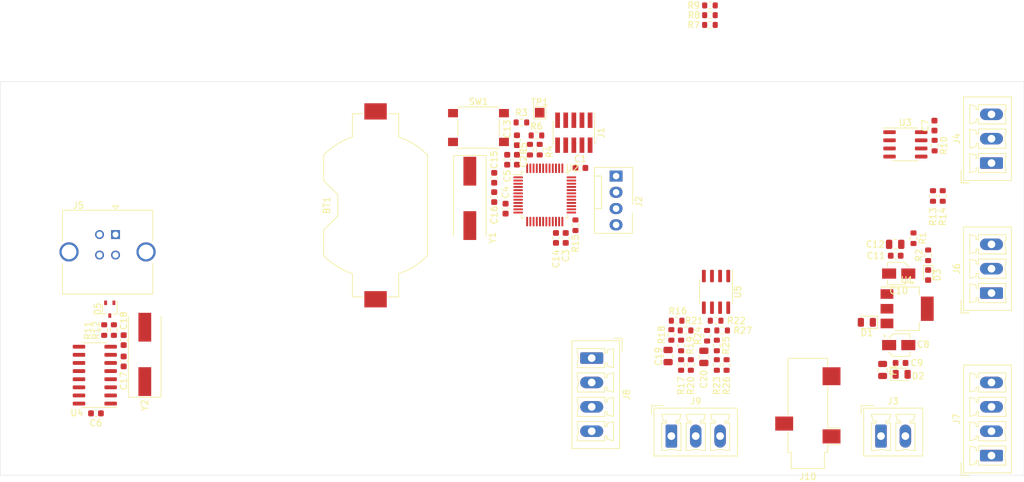
<source format=kicad_pcb>
(kicad_pcb (version 20171130) (host pcbnew 5.1.7)

  (general
    (thickness 1.6)
    (drawings 4)
    (tracks 0)
    (zones 0)
    (modules 72)
    (nets 77)
  )

  (page A4)
  (layers
    (0 F.Cu signal)
    (31 B.Cu signal)
    (32 B.Adhes user)
    (33 F.Adhes user)
    (34 B.Paste user)
    (35 F.Paste user)
    (36 B.SilkS user)
    (37 F.SilkS user)
    (38 B.Mask user)
    (39 F.Mask user)
    (40 Dwgs.User user)
    (41 Cmts.User user)
    (42 Eco1.User user)
    (43 Eco2.User user)
    (44 Edge.Cuts user)
    (45 Margin user)
    (46 B.CrtYd user)
    (47 F.CrtYd user)
    (48 B.Fab user)
    (49 F.Fab user hide)
  )

  (setup
    (last_trace_width 0.25)
    (trace_clearance 0.2)
    (zone_clearance 0.508)
    (zone_45_only no)
    (trace_min 0.2)
    (via_size 0.8)
    (via_drill 0.4)
    (via_min_size 0.4)
    (via_min_drill 0.3)
    (uvia_size 0.3)
    (uvia_drill 0.1)
    (uvias_allowed no)
    (uvia_min_size 0.2)
    (uvia_min_drill 0.1)
    (edge_width 0.05)
    (segment_width 0.2)
    (pcb_text_width 0.3)
    (pcb_text_size 1.5 1.5)
    (mod_edge_width 0.12)
    (mod_text_size 1 1)
    (mod_text_width 0.15)
    (pad_size 1.524 1.524)
    (pad_drill 0.762)
    (pad_to_mask_clearance 0)
    (aux_axis_origin 0 0)
    (visible_elements FFFFFF7F)
    (pcbplotparams
      (layerselection 0x010fc_ffffffff)
      (usegerberextensions false)
      (usegerberattributes true)
      (usegerberadvancedattributes true)
      (creategerberjobfile true)
      (excludeedgelayer true)
      (linewidth 0.100000)
      (plotframeref false)
      (viasonmask false)
      (mode 1)
      (useauxorigin false)
      (hpglpennumber 1)
      (hpglpenspeed 20)
      (hpglpendiameter 15.000000)
      (psnegative false)
      (psa4output false)
      (plotreference true)
      (plotvalue true)
      (plotinvisibletext false)
      (padsonsilk false)
      (subtractmaskfromsilk false)
      (outputformat 1)
      (mirror false)
      (drillshape 1)
      (scaleselection 1)
      (outputdirectory ""))
  )

  (net 0 "")
  (net 1 +BATT)
  (net 2 GND)
  (net 3 +3V3)
  (net 4 VDDA)
  (net 5 +5V)
  (net 6 /cpu/RST_N)
  (net 7 "Net-(C14-Pad1)")
  (net 8 /cpu/XTAL0)
  (net 9 /cpu/XTAL1)
  (net 10 "Net-(C17-Pad1)")
  (net 11 "Net-(C18-Pad1)")
  (net 12 /io/AUDIO_IN_L)
  (net 13 "Net-(C19-Pad1)")
  (net 14 "Net-(C20-Pad1)")
  (net 15 /io/AUDIO_IN_R)
  (net 16 VBUS)
  (net 17 "Net-(D3-Pad1)")
  (net 18 "Net-(D5-Pad1)")
  (net 19 "Net-(D5-Pad2)")
  (net 20 VIN)
  (net 21 /cpu/JTMS)
  (net 22 /cpu/JTCK)
  (net 23 /cpu/JTDO)
  (net 24 "Net-(J1-Pad7)")
  (net 25 /cpu/JTDI)
  (net 26 "Net-(J1-Pad10)")
  (net 27 /cpu/PA9)
  (net 28 /cpu/PA8)
  (net 29 /io/DMXL)
  (net 30 /io/DMXH)
  (net 31 "Net-(J6-Pad2)")
  (net 32 "Net-(J6-Pad1)")
  (net 33 /cpu/WS0_TX)
  (net 34 /cpu/WS0_RX)
  (net 35 /cpu/WS1_RX)
  (net 36 /cpu/WS1_TX)
  (net 37 "Net-(R4-Pad1)")
  (net 38 "Net-(R5-Pad1)")
  (net 39 "Net-(D4-Pad4)")
  (net 40 "Net-(R7-Pad1)")
  (net 41 "Net-(R8-Pad1)")
  (net 42 "Net-(D4-Pad3)")
  (net 43 "Net-(R9-Pad1)")
  (net 44 "Net-(D4-Pad2)")
  (net 45 /io/USB_DP)
  (net 46 /io/USB_DM)
  (net 47 "Net-(R16-Pad2)")
  (net 48 /cpu/AUDIO_L)
  (net 49 "Net-(R19-Pad1)")
  (net 50 "Net-(R22-Pad2)")
  (net 51 /cpu/AUDIO_R)
  (net 52 "Net-(R25-Pad1)")
  (net 53 /cpu/JTRST_N)
  (net 54 "Net-(U2-Pad2)")
  (net 55 "Net-(U2-Pad3)")
  (net 56 "Net-(U2-Pad4)")
  (net 57 /cpu/DMX_RE)
  (net 58 /cpu/DMX_DE)
  (net 59 /cpu/DMX_DI)
  (net 60 /cpu/DMX_RO)
  (net 61 "Net-(U2-Pad18)")
  (net 62 "Net-(U2-Pad19)")
  (net 63 "Net-(U2-Pad20)")
  (net 64 "Net-(U2-Pad21)")
  (net 65 "Net-(U2-Pad25)")
  (net 66 "Net-(U2-Pad32)")
  (net 67 "Net-(U2-Pad41)")
  (net 68 /cpu/CONTROL_UART_OUT)
  (net 69 /cpu/CONTROL_UART_IN)
  (net 70 /cpu/CONTROL_UART_RST)
  (net 71 "Net-(U4-Pad9)")
  (net 72 "Net-(U4-Pad10)")
  (net 73 "Net-(U4-Pad11)")
  (net 74 "Net-(U4-Pad12)")
  (net 75 "Net-(U4-Pad14)")
  (net 76 "Net-(U4-Pad15)")

  (net_class Default "This is the default net class."
    (clearance 0.2)
    (trace_width 0.25)
    (via_dia 0.8)
    (via_drill 0.4)
    (uvia_dia 0.3)
    (uvia_drill 0.1)
    (add_net +3V3)
    (add_net +5V)
    (add_net +BATT)
    (add_net /cpu/AUDIO_L)
    (add_net /cpu/AUDIO_R)
    (add_net /cpu/CONTROL_UART_IN)
    (add_net /cpu/CONTROL_UART_OUT)
    (add_net /cpu/CONTROL_UART_RST)
    (add_net /cpu/DMX_DE)
    (add_net /cpu/DMX_DI)
    (add_net /cpu/DMX_RE)
    (add_net /cpu/DMX_RO)
    (add_net /cpu/JTCK)
    (add_net /cpu/JTDI)
    (add_net /cpu/JTDO)
    (add_net /cpu/JTMS)
    (add_net /cpu/JTRST_N)
    (add_net /cpu/PA8)
    (add_net /cpu/PA9)
    (add_net /cpu/RST_N)
    (add_net /cpu/WS0_RX)
    (add_net /cpu/WS0_TX)
    (add_net /cpu/WS1_RX)
    (add_net /cpu/WS1_TX)
    (add_net /cpu/XTAL0)
    (add_net /cpu/XTAL1)
    (add_net /io/AUDIO_IN_L)
    (add_net /io/AUDIO_IN_R)
    (add_net /io/DMXH)
    (add_net /io/DMXL)
    (add_net /io/USB_DM)
    (add_net /io/USB_DP)
    (add_net GND)
    (add_net "Net-(C14-Pad1)")
    (add_net "Net-(C17-Pad1)")
    (add_net "Net-(C18-Pad1)")
    (add_net "Net-(C19-Pad1)")
    (add_net "Net-(C20-Pad1)")
    (add_net "Net-(D3-Pad1)")
    (add_net "Net-(D4-Pad2)")
    (add_net "Net-(D4-Pad3)")
    (add_net "Net-(D4-Pad4)")
    (add_net "Net-(D5-Pad1)")
    (add_net "Net-(D5-Pad2)")
    (add_net "Net-(J1-Pad10)")
    (add_net "Net-(J1-Pad7)")
    (add_net "Net-(J6-Pad1)")
    (add_net "Net-(J6-Pad2)")
    (add_net "Net-(R16-Pad2)")
    (add_net "Net-(R19-Pad1)")
    (add_net "Net-(R22-Pad2)")
    (add_net "Net-(R25-Pad1)")
    (add_net "Net-(R4-Pad1)")
    (add_net "Net-(R5-Pad1)")
    (add_net "Net-(R7-Pad1)")
    (add_net "Net-(R8-Pad1)")
    (add_net "Net-(R9-Pad1)")
    (add_net "Net-(U2-Pad18)")
    (add_net "Net-(U2-Pad19)")
    (add_net "Net-(U2-Pad2)")
    (add_net "Net-(U2-Pad20)")
    (add_net "Net-(U2-Pad21)")
    (add_net "Net-(U2-Pad25)")
    (add_net "Net-(U2-Pad3)")
    (add_net "Net-(U2-Pad32)")
    (add_net "Net-(U2-Pad4)")
    (add_net "Net-(U2-Pad41)")
    (add_net "Net-(U4-Pad10)")
    (add_net "Net-(U4-Pad11)")
    (add_net "Net-(U4-Pad12)")
    (add_net "Net-(U4-Pad14)")
    (add_net "Net-(U4-Pad15)")
    (add_net "Net-(U4-Pad9)")
    (add_net VBUS)
    (add_net VDDA)
    (add_net VIN)
  )

  (module Battery:BatteryHolder_Keystone_1058_1x2032 (layer F.Cu) (tedit 589EE147) (tstamp 5F95E812)
    (at 132.334 6.604 270)
    (descr http://www.keyelco.com/product-pdf.cfm?p=14028)
    (tags "Keystone type 1058 coin cell retainer")
    (path /5F7CBB94/5F7D3481)
    (attr smd)
    (fp_text reference BT1 (at 0 7.62 90) (layer F.SilkS)
      (effects (font (size 1 1) (thickness 0.15)))
    )
    (fp_text value CR2032 (at 0 -9.398 90) (layer F.Fab)
      (effects (font (size 1 1) (thickness 0.15)))
    )
    (fp_line (start 11.06 4.11) (end 16.45 4.11) (layer F.CrtYd) (width 0.05))
    (fp_line (start 16.45 4.11) (end 16.45 -4.11) (layer F.CrtYd) (width 0.05))
    (fp_line (start 16.45 -4.11) (end 11.06 -4.11) (layer F.CrtYd) (width 0.05))
    (fp_line (start -16.45 -4.11) (end -11.06 -4.11) (layer F.CrtYd) (width 0.05))
    (fp_line (start -16.45 -4.11) (end -16.45 4.11) (layer F.CrtYd) (width 0.05))
    (fp_line (start -16.45 4.11) (end -11.06 4.11) (layer F.CrtYd) (width 0.05))
    (fp_line (start -14.31 1.9) (end -14.31 3.61) (layer F.SilkS) (width 0.12))
    (fp_line (start -10.692 3.61) (end -14.31 3.61) (layer F.SilkS) (width 0.12))
    (fp_line (start -3.86 8.11) (end -7.8473 8.11) (layer F.SilkS) (width 0.12))
    (fp_line (start -1.66 5.91) (end -3.86 8.11) (layer F.SilkS) (width 0.12))
    (fp_line (start 1.66 5.91) (end -1.66 5.91) (layer F.SilkS) (width 0.12))
    (fp_line (start 1.66 5.91) (end 3.86 8.11) (layer F.SilkS) (width 0.12))
    (fp_line (start 7.8473 8.11) (end 3.86 8.11) (layer F.SilkS) (width 0.12))
    (fp_line (start 14.31 1.9) (end 14.31 3.61) (layer F.SilkS) (width 0.12))
    (fp_line (start 14.31 3.61) (end 10.692 3.61) (layer F.SilkS) (width 0.12))
    (fp_line (start 10.692 -3.61) (end 14.31 -3.61) (layer F.SilkS) (width 0.12))
    (fp_line (start 14.31 -1.9) (end 14.31 -3.61) (layer F.SilkS) (width 0.12))
    (fp_line (start -7.8473 -8.11) (end 7.8473 -8.11) (layer F.SilkS) (width 0.12))
    (fp_line (start -14.31 -1.9) (end -14.31 -3.61) (layer F.SilkS) (width 0.12))
    (fp_line (start -14.31 -3.61) (end -10.692 -3.61) (layer F.SilkS) (width 0.12))
    (fp_line (start 14.2 1.9) (end 14.2 3.5) (layer F.Fab) (width 0.1))
    (fp_line (start 14.2 3.5) (end 10.61275 3.5) (layer F.Fab) (width 0.1))
    (fp_line (start 10.61275 -3.5) (end 14.2 -3.5) (layer F.Fab) (width 0.1))
    (fp_line (start 14.2 -3.5) (end 14.2 -1.9) (layer F.Fab) (width 0.1))
    (fp_line (start -14.2 1.9) (end -14.2 3.5) (layer F.Fab) (width 0.1))
    (fp_line (start -14.2 3.5) (end -10.61275 3.5) (layer F.Fab) (width 0.1))
    (fp_line (start 3.9 8) (end 7.8026 8) (layer F.Fab) (width 0.1))
    (fp_line (start 1.7 5.8) (end 3.9 8) (layer F.Fab) (width 0.1))
    (fp_line (start -1.7 5.8) (end -3.9 8) (layer F.Fab) (width 0.1))
    (fp_line (start -1.7 5.8) (end 1.7 5.8) (layer F.Fab) (width 0.1))
    (fp_line (start -14.2 -3.5) (end -10.61275 -3.5) (layer F.Fab) (width 0.1))
    (fp_line (start -14.2 -3.5) (end -14.2 -1.9) (layer F.Fab) (width 0.1))
    (fp_line (start -3.9 8) (end -7.8026 8) (layer F.Fab) (width 0.1))
    (fp_line (start -7.8026 -8) (end 7.8026 -8) (layer F.Fab) (width 0.1))
    (fp_circle (center 0 0) (end 10 0) (layer Dwgs.User) (width 0.15))
    (fp_text user %R (at 0 0 90) (layer F.Fab)
      (effects (font (size 1 1) (thickness 0.15)))
    )
    (fp_arc (start 0 0) (end 11.06 4.11) (angle 139.2) (layer F.CrtYd) (width 0.05))
    (fp_arc (start 0 0) (end -11.06 -4.11) (angle 139.2) (layer F.CrtYd) (width 0.05))
    (fp_arc (start 0 0) (end -10.692 3.61) (angle -27.3) (layer F.SilkS) (width 0.12))
    (fp_arc (start 0 0) (end 10.692 -3.61) (angle -27.3) (layer F.SilkS) (width 0.12))
    (fp_arc (start 0 0) (end 10.692 3.61) (angle 27.3) (layer F.SilkS) (width 0.12))
    (fp_arc (start 0 0) (end -10.692 -3.61) (angle 27.3) (layer F.SilkS) (width 0.12))
    (fp_arc (start 0 0) (end -10.61275 3.5) (angle -27.4635) (layer F.Fab) (width 0.1))
    (fp_arc (start 0 0) (end 10.61275 -3.5) (angle -27.4635) (layer F.Fab) (width 0.1))
    (fp_arc (start 0 0) (end 10.61275 3.5) (angle 27.4635) (layer F.Fab) (width 0.1))
    (fp_arc (start 0 0) (end -10.61275 -3.5) (angle 27.4635) (layer F.Fab) (width 0.1))
    (pad 1 smd rect (at -14.68 0 270) (size 2.54 3.51) (layers F.Cu F.Paste F.Mask)
      (net 1 +BATT))
    (pad 2 smd rect (at 14.68 0 270) (size 2.54 3.51) (layers F.Cu F.Paste F.Mask)
      (net 2 GND))
    (model ${KISYS3DMOD}/Battery.3dshapes/BatteryHolder_Keystone_1058_1x2032.wrl
      (at (xyz 0 0 0))
      (scale (xyz 1 1 1))
      (rotate (xyz 0 0 0))
    )
  )

  (module Capacitor_SMD:C_0603_1608Metric (layer F.Cu) (tedit 5F68FEEE) (tstamp 5F95E823)
    (at 164.351 0.762)
    (descr "Capacitor SMD 0603 (1608 Metric), square (rectangular) end terminal, IPC_7351 nominal, (Body size source: IPC-SM-782 page 76, https://www.pcb-3d.com/wordpress/wp-content/uploads/ipc-sm-782a_amendment_1_and_2.pdf), generated with kicad-footprint-generator")
    (tags capacitor)
    (path /5F7CBB94/5F7E167B)
    (attr smd)
    (fp_text reference C1 (at 0 -1.43) (layer F.SilkS)
      (effects (font (size 1 1) (thickness 0.15)))
    )
    (fp_text value 100n (at 0 1.43) (layer F.Fab)
      (effects (font (size 1 1) (thickness 0.15)))
    )
    (fp_line (start -0.8 0.4) (end -0.8 -0.4) (layer F.Fab) (width 0.1))
    (fp_line (start -0.8 -0.4) (end 0.8 -0.4) (layer F.Fab) (width 0.1))
    (fp_line (start 0.8 -0.4) (end 0.8 0.4) (layer F.Fab) (width 0.1))
    (fp_line (start 0.8 0.4) (end -0.8 0.4) (layer F.Fab) (width 0.1))
    (fp_line (start -0.14058 -0.51) (end 0.14058 -0.51) (layer F.SilkS) (width 0.12))
    (fp_line (start -0.14058 0.51) (end 0.14058 0.51) (layer F.SilkS) (width 0.12))
    (fp_line (start -1.48 0.73) (end -1.48 -0.73) (layer F.CrtYd) (width 0.05))
    (fp_line (start -1.48 -0.73) (end 1.48 -0.73) (layer F.CrtYd) (width 0.05))
    (fp_line (start 1.48 -0.73) (end 1.48 0.73) (layer F.CrtYd) (width 0.05))
    (fp_line (start 1.48 0.73) (end -1.48 0.73) (layer F.CrtYd) (width 0.05))
    (fp_text user %R (at 0 0) (layer F.Fab)
      (effects (font (size 0.4 0.4) (thickness 0.06)))
    )
    (pad 1 smd roundrect (at -0.775 0) (size 0.9 0.95) (layers F.Cu F.Paste F.Mask) (roundrect_rratio 0.25)
      (net 3 +3V3))
    (pad 2 smd roundrect (at 0.775 0) (size 0.9 0.95) (layers F.Cu F.Paste F.Mask) (roundrect_rratio 0.25)
      (net 2 GND))
    (model ${KISYS3DMOD}/Capacitor_SMD.3dshapes/C_0603_1608Metric.wrl
      (at (xyz 0 0 0))
      (scale (xyz 1 1 1))
      (rotate (xyz 0 0 0))
    )
  )

  (module Capacitor_SMD:C_0603_1608Metric (layer F.Cu) (tedit 5F68FEEE) (tstamp 5F95E834)
    (at 154.432 -0.521 90)
    (descr "Capacitor SMD 0603 (1608 Metric), square (rectangular) end terminal, IPC_7351 nominal, (Body size source: IPC-SM-782 page 76, https://www.pcb-3d.com/wordpress/wp-content/uploads/ipc-sm-782a_amendment_1_and_2.pdf), generated with kicad-footprint-generator")
    (tags capacitor)
    (path /5F7CBB94/5F7D34D6)
    (attr smd)
    (fp_text reference C2 (at -0.267 1.016 90) (layer F.SilkS)
      (effects (font (size 1 1) (thickness 0.15)))
    )
    (fp_text value 100n (at 0 1.43 90) (layer F.Fab)
      (effects (font (size 1 1) (thickness 0.15)))
    )
    (fp_line (start -0.8 0.4) (end -0.8 -0.4) (layer F.Fab) (width 0.1))
    (fp_line (start -0.8 -0.4) (end 0.8 -0.4) (layer F.Fab) (width 0.1))
    (fp_line (start 0.8 -0.4) (end 0.8 0.4) (layer F.Fab) (width 0.1))
    (fp_line (start 0.8 0.4) (end -0.8 0.4) (layer F.Fab) (width 0.1))
    (fp_line (start -0.14058 -0.51) (end 0.14058 -0.51) (layer F.SilkS) (width 0.12))
    (fp_line (start -0.14058 0.51) (end 0.14058 0.51) (layer F.SilkS) (width 0.12))
    (fp_line (start -1.48 0.73) (end -1.48 -0.73) (layer F.CrtYd) (width 0.05))
    (fp_line (start -1.48 -0.73) (end 1.48 -0.73) (layer F.CrtYd) (width 0.05))
    (fp_line (start 1.48 -0.73) (end 1.48 0.73) (layer F.CrtYd) (width 0.05))
    (fp_line (start 1.48 0.73) (end -1.48 0.73) (layer F.CrtYd) (width 0.05))
    (fp_text user %R (at 0 0 90) (layer F.Fab)
      (effects (font (size 0.4 0.4) (thickness 0.06)))
    )
    (pad 1 smd roundrect (at -0.775 0 90) (size 0.9 0.95) (layers F.Cu F.Paste F.Mask) (roundrect_rratio 0.25)
      (net 3 +3V3))
    (pad 2 smd roundrect (at 0.775 0 90) (size 0.9 0.95) (layers F.Cu F.Paste F.Mask) (roundrect_rratio 0.25)
      (net 2 GND))
    (model ${KISYS3DMOD}/Capacitor_SMD.3dshapes/C_0603_1608Metric.wrl
      (at (xyz 0 0 0))
      (scale (xyz 1 1 1))
      (rotate (xyz 0 0 0))
    )
  )

  (module Capacitor_SMD:C_0603_1608Metric (layer F.Cu) (tedit 5F68FEEE) (tstamp 5F95E845)
    (at 162.052 11.697 270)
    (descr "Capacitor SMD 0603 (1608 Metric), square (rectangular) end terminal, IPC_7351 nominal, (Body size source: IPC-SM-782 page 76, https://www.pcb-3d.com/wordpress/wp-content/uploads/ipc-sm-782a_amendment_1_and_2.pdf), generated with kicad-footprint-generator")
    (tags capacitor)
    (path /5F7CBB94/5F7D34DC)
    (attr smd)
    (fp_text reference C3 (at 2.781 0 90) (layer F.SilkS)
      (effects (font (size 1 1) (thickness 0.15)))
    )
    (fp_text value 100n (at 0 1.43 90) (layer F.Fab)
      (effects (font (size 1 1) (thickness 0.15)))
    )
    (fp_line (start 1.48 0.73) (end -1.48 0.73) (layer F.CrtYd) (width 0.05))
    (fp_line (start 1.48 -0.73) (end 1.48 0.73) (layer F.CrtYd) (width 0.05))
    (fp_line (start -1.48 -0.73) (end 1.48 -0.73) (layer F.CrtYd) (width 0.05))
    (fp_line (start -1.48 0.73) (end -1.48 -0.73) (layer F.CrtYd) (width 0.05))
    (fp_line (start -0.14058 0.51) (end 0.14058 0.51) (layer F.SilkS) (width 0.12))
    (fp_line (start -0.14058 -0.51) (end 0.14058 -0.51) (layer F.SilkS) (width 0.12))
    (fp_line (start 0.8 0.4) (end -0.8 0.4) (layer F.Fab) (width 0.1))
    (fp_line (start 0.8 -0.4) (end 0.8 0.4) (layer F.Fab) (width 0.1))
    (fp_line (start -0.8 -0.4) (end 0.8 -0.4) (layer F.Fab) (width 0.1))
    (fp_line (start -0.8 0.4) (end -0.8 -0.4) (layer F.Fab) (width 0.1))
    (fp_text user %R (at 0 0 90) (layer F.Fab)
      (effects (font (size 0.4 0.4) (thickness 0.06)))
    )
    (pad 2 smd roundrect (at 0.775 0 270) (size 0.9 0.95) (layers F.Cu F.Paste F.Mask) (roundrect_rratio 0.25)
      (net 2 GND))
    (pad 1 smd roundrect (at -0.775 0 270) (size 0.9 0.95) (layers F.Cu F.Paste F.Mask) (roundrect_rratio 0.25)
      (net 3 +3V3))
    (model ${KISYS3DMOD}/Capacitor_SMD.3dshapes/C_0603_1608Metric.wrl
      (at (xyz 0 0 0))
      (scale (xyz 1 1 1))
      (rotate (xyz 0 0 0))
    )
  )

  (module Capacitor_SMD:C_0603_1608Metric (layer F.Cu) (tedit 5F68FEEE) (tstamp 5F95E856)
    (at 152.654 7.125 270)
    (descr "Capacitor SMD 0603 (1608 Metric), square (rectangular) end terminal, IPC_7351 nominal, (Body size source: IPC-SM-782 page 76, https://www.pcb-3d.com/wordpress/wp-content/uploads/ipc-sm-782a_amendment_1_and_2.pdf), generated with kicad-footprint-generator")
    (tags capacitor)
    (path /5F7CBB94/5F7D34BF)
    (attr smd)
    (fp_text reference C4 (at -2.553 0 90) (layer F.SilkS)
      (effects (font (size 1 1) (thickness 0.15)))
    )
    (fp_text value 100n (at 0 1.43 90) (layer F.Fab)
      (effects (font (size 1 1) (thickness 0.15)))
    )
    (fp_line (start 1.48 0.73) (end -1.48 0.73) (layer F.CrtYd) (width 0.05))
    (fp_line (start 1.48 -0.73) (end 1.48 0.73) (layer F.CrtYd) (width 0.05))
    (fp_line (start -1.48 -0.73) (end 1.48 -0.73) (layer F.CrtYd) (width 0.05))
    (fp_line (start -1.48 0.73) (end -1.48 -0.73) (layer F.CrtYd) (width 0.05))
    (fp_line (start -0.14058 0.51) (end 0.14058 0.51) (layer F.SilkS) (width 0.12))
    (fp_line (start -0.14058 -0.51) (end 0.14058 -0.51) (layer F.SilkS) (width 0.12))
    (fp_line (start 0.8 0.4) (end -0.8 0.4) (layer F.Fab) (width 0.1))
    (fp_line (start 0.8 -0.4) (end 0.8 0.4) (layer F.Fab) (width 0.1))
    (fp_line (start -0.8 -0.4) (end 0.8 -0.4) (layer F.Fab) (width 0.1))
    (fp_line (start -0.8 0.4) (end -0.8 -0.4) (layer F.Fab) (width 0.1))
    (fp_text user %R (at 0 0 90) (layer F.Fab)
      (effects (font (size 0.4 0.4) (thickness 0.06)))
    )
    (pad 2 smd roundrect (at 0.775 0 270) (size 0.9 0.95) (layers F.Cu F.Paste F.Mask) (roundrect_rratio 0.25)
      (net 2 GND))
    (pad 1 smd roundrect (at -0.775 0 270) (size 0.9 0.95) (layers F.Cu F.Paste F.Mask) (roundrect_rratio 0.25)
      (net 4 VDDA))
    (model ${KISYS3DMOD}/Capacitor_SMD.3dshapes/C_0603_1608Metric.wrl
      (at (xyz 0 0 0))
      (scale (xyz 1 1 1))
      (rotate (xyz 0 0 0))
    )
  )

  (module Capacitor_SMD:C_0603_1608Metric (layer F.Cu) (tedit 5F68FEEE) (tstamp 5F95E867)
    (at 152.908 -0.521 90)
    (descr "Capacitor SMD 0603 (1608 Metric), square (rectangular) end terminal, IPC_7351 nominal, (Body size source: IPC-SM-782 page 76, https://www.pcb-3d.com/wordpress/wp-content/uploads/ipc-sm-782a_amendment_1_and_2.pdf), generated with kicad-footprint-generator")
    (tags capacitor)
    (path /5F7CBB94/5F7D3495)
    (attr smd)
    (fp_text reference C5 (at -2.553 0 90) (layer F.SilkS)
      (effects (font (size 1 1) (thickness 0.15)))
    )
    (fp_text value 100n (at 0 1.43 90) (layer F.Fab)
      (effects (font (size 1 1) (thickness 0.15)))
    )
    (fp_line (start -0.8 0.4) (end -0.8 -0.4) (layer F.Fab) (width 0.1))
    (fp_line (start -0.8 -0.4) (end 0.8 -0.4) (layer F.Fab) (width 0.1))
    (fp_line (start 0.8 -0.4) (end 0.8 0.4) (layer F.Fab) (width 0.1))
    (fp_line (start 0.8 0.4) (end -0.8 0.4) (layer F.Fab) (width 0.1))
    (fp_line (start -0.14058 -0.51) (end 0.14058 -0.51) (layer F.SilkS) (width 0.12))
    (fp_line (start -0.14058 0.51) (end 0.14058 0.51) (layer F.SilkS) (width 0.12))
    (fp_line (start -1.48 0.73) (end -1.48 -0.73) (layer F.CrtYd) (width 0.05))
    (fp_line (start -1.48 -0.73) (end 1.48 -0.73) (layer F.CrtYd) (width 0.05))
    (fp_line (start 1.48 -0.73) (end 1.48 0.73) (layer F.CrtYd) (width 0.05))
    (fp_line (start 1.48 0.73) (end -1.48 0.73) (layer F.CrtYd) (width 0.05))
    (fp_text user %R (at 0 0 90) (layer F.Fab)
      (effects (font (size 0.4 0.4) (thickness 0.06)))
    )
    (pad 1 smd roundrect (at -0.775 0 90) (size 0.9 0.95) (layers F.Cu F.Paste F.Mask) (roundrect_rratio 0.25)
      (net 1 +BATT))
    (pad 2 smd roundrect (at 0.775 0 90) (size 0.9 0.95) (layers F.Cu F.Paste F.Mask) (roundrect_rratio 0.25)
      (net 2 GND))
    (model ${KISYS3DMOD}/Capacitor_SMD.3dshapes/C_0603_1608Metric.wrl
      (at (xyz 0 0 0))
      (scale (xyz 1 1 1))
      (rotate (xyz 0 0 0))
    )
  )

  (module Capacitor_SMD:C_0603_1608Metric (layer F.Cu) (tedit 5F68FEEE) (tstamp 5F95E878)
    (at 88.633 39.116)
    (descr "Capacitor SMD 0603 (1608 Metric), square (rectangular) end terminal, IPC_7351 nominal, (Body size source: IPC-SM-782 page 76, https://www.pcb-3d.com/wordpress/wp-content/uploads/ipc-sm-782a_amendment_1_and_2.pdf), generated with kicad-footprint-generator")
    (tags capacitor)
    (path /5F7CBB94/5F90151D)
    (attr smd)
    (fp_text reference C6 (at 0 1.524) (layer F.SilkS)
      (effects (font (size 1 1) (thickness 0.15)))
    )
    (fp_text value 100n (at 0 1.43) (layer F.Fab)
      (effects (font (size 1 1) (thickness 0.15)))
    )
    (fp_line (start 1.48 0.73) (end -1.48 0.73) (layer F.CrtYd) (width 0.05))
    (fp_line (start 1.48 -0.73) (end 1.48 0.73) (layer F.CrtYd) (width 0.05))
    (fp_line (start -1.48 -0.73) (end 1.48 -0.73) (layer F.CrtYd) (width 0.05))
    (fp_line (start -1.48 0.73) (end -1.48 -0.73) (layer F.CrtYd) (width 0.05))
    (fp_line (start -0.14058 0.51) (end 0.14058 0.51) (layer F.SilkS) (width 0.12))
    (fp_line (start -0.14058 -0.51) (end 0.14058 -0.51) (layer F.SilkS) (width 0.12))
    (fp_line (start 0.8 0.4) (end -0.8 0.4) (layer F.Fab) (width 0.1))
    (fp_line (start 0.8 -0.4) (end 0.8 0.4) (layer F.Fab) (width 0.1))
    (fp_line (start -0.8 -0.4) (end 0.8 -0.4) (layer F.Fab) (width 0.1))
    (fp_line (start -0.8 0.4) (end -0.8 -0.4) (layer F.Fab) (width 0.1))
    (fp_text user %R (at 0 0) (layer F.Fab)
      (effects (font (size 0.4 0.4) (thickness 0.06)))
    )
    (pad 2 smd roundrect (at 0.775 0) (size 0.9 0.95) (layers F.Cu F.Paste F.Mask) (roundrect_rratio 0.25)
      (net 2 GND))
    (pad 1 smd roundrect (at -0.775 0) (size 0.9 0.95) (layers F.Cu F.Paste F.Mask) (roundrect_rratio 0.25)
      (net 3 +3V3))
    (model ${KISYS3DMOD}/Capacitor_SMD.3dshapes/C_0603_1608Metric.wrl
      (at (xyz 0 0 0))
      (scale (xyz 1 1 1))
      (rotate (xyz 0 0 0))
    )
  )

  (module Capacitor_SMD:C_0603_1608Metric (layer F.Cu) (tedit 5F68FEEE) (tstamp 5F95E889)
    (at 219.684 -5.855 90)
    (descr "Capacitor SMD 0603 (1608 Metric), square (rectangular) end terminal, IPC_7351 nominal, (Body size source: IPC-SM-782 page 76, https://www.pcb-3d.com/wordpress/wp-content/uploads/ipc-sm-782a_amendment_1_and_2.pdf), generated with kicad-footprint-generator")
    (tags capacitor)
    (path /5F7CBB94/5F8C1E0D)
    (attr smd)
    (fp_text reference C7 (at 0 -1.43 90) (layer F.SilkS)
      (effects (font (size 1 1) (thickness 0.15)))
    )
    (fp_text value 100n (at 0 1.43 90) (layer F.Fab)
      (effects (font (size 1 1) (thickness 0.15)))
    )
    (fp_line (start -0.8 0.4) (end -0.8 -0.4) (layer F.Fab) (width 0.1))
    (fp_line (start -0.8 -0.4) (end 0.8 -0.4) (layer F.Fab) (width 0.1))
    (fp_line (start 0.8 -0.4) (end 0.8 0.4) (layer F.Fab) (width 0.1))
    (fp_line (start 0.8 0.4) (end -0.8 0.4) (layer F.Fab) (width 0.1))
    (fp_line (start -0.14058 -0.51) (end 0.14058 -0.51) (layer F.SilkS) (width 0.12))
    (fp_line (start -0.14058 0.51) (end 0.14058 0.51) (layer F.SilkS) (width 0.12))
    (fp_line (start -1.48 0.73) (end -1.48 -0.73) (layer F.CrtYd) (width 0.05))
    (fp_line (start -1.48 -0.73) (end 1.48 -0.73) (layer F.CrtYd) (width 0.05))
    (fp_line (start 1.48 -0.73) (end 1.48 0.73) (layer F.CrtYd) (width 0.05))
    (fp_line (start 1.48 0.73) (end -1.48 0.73) (layer F.CrtYd) (width 0.05))
    (fp_text user %R (at 0 0 90) (layer F.Fab)
      (effects (font (size 0.4 0.4) (thickness 0.06)))
    )
    (pad 1 smd roundrect (at -0.775 0 90) (size 0.9 0.95) (layers F.Cu F.Paste F.Mask) (roundrect_rratio 0.25)
      (net 3 +3V3))
    (pad 2 smd roundrect (at 0.775 0 90) (size 0.9 0.95) (layers F.Cu F.Paste F.Mask) (roundrect_rratio 0.25)
      (net 2 GND))
    (model ${KISYS3DMOD}/Capacitor_SMD.3dshapes/C_0603_1608Metric.wrl
      (at (xyz 0 0 0))
      (scale (xyz 1 1 1))
      (rotate (xyz 0 0 0))
    )
  )

  (module Capacitor_SMD:CP_Elec_3x5.3 (layer F.Cu) (tedit 5B303299) (tstamp 5F95E8AD)
    (at 214.098 28.448)
    (descr "SMT capacitor, aluminium electrolytic, 3x5.3, Cornell Dubilier Electronics ")
    (tags "Capacitor Electrolytic")
    (path /5F7CBB94/5F7E4819)
    (attr smd)
    (fp_text reference C8 (at 3.834 -0.107001) (layer F.SilkS)
      (effects (font (size 1 1) (thickness 0.15)))
    )
    (fp_text value 4.7u (at 0 2.7) (layer F.Fab)
      (effects (font (size 1 1) (thickness 0.15)))
    )
    (fp_circle (center 0 0) (end 1.5 0) (layer F.Fab) (width 0.1))
    (fp_line (start 1.65 -1.65) (end 1.65 1.65) (layer F.Fab) (width 0.1))
    (fp_line (start -0.825 -1.65) (end 1.65 -1.65) (layer F.Fab) (width 0.1))
    (fp_line (start -0.825 1.65) (end 1.65 1.65) (layer F.Fab) (width 0.1))
    (fp_line (start -1.65 -0.825) (end -1.65 0.825) (layer F.Fab) (width 0.1))
    (fp_line (start -1.65 -0.825) (end -0.825 -1.65) (layer F.Fab) (width 0.1))
    (fp_line (start -1.65 0.825) (end -0.825 1.65) (layer F.Fab) (width 0.1))
    (fp_line (start -1.110469 -0.8) (end -0.810469 -0.8) (layer F.Fab) (width 0.1))
    (fp_line (start -0.960469 -0.95) (end -0.960469 -0.65) (layer F.Fab) (width 0.1))
    (fp_line (start 1.76 1.76) (end 1.76 1.06) (layer F.SilkS) (width 0.12))
    (fp_line (start 1.76 -1.76) (end 1.76 -1.06) (layer F.SilkS) (width 0.12))
    (fp_line (start -0.870563 -1.76) (end 1.76 -1.76) (layer F.SilkS) (width 0.12))
    (fp_line (start -0.870563 1.76) (end 1.76 1.76) (layer F.SilkS) (width 0.12))
    (fp_line (start -1.570563 -1.06) (end -0.870563 -1.76) (layer F.SilkS) (width 0.12))
    (fp_line (start -1.570563 1.06) (end -0.870563 1.76) (layer F.SilkS) (width 0.12))
    (fp_line (start -2.375 -1.435) (end -2 -1.435) (layer F.SilkS) (width 0.12))
    (fp_line (start -2.1875 -1.6225) (end -2.1875 -1.2475) (layer F.SilkS) (width 0.12))
    (fp_line (start 1.9 -1.9) (end 1.9 -1.05) (layer F.CrtYd) (width 0.05))
    (fp_line (start 1.9 -1.05) (end 2.85 -1.05) (layer F.CrtYd) (width 0.05))
    (fp_line (start 2.85 -1.05) (end 2.85 1.05) (layer F.CrtYd) (width 0.05))
    (fp_line (start 2.85 1.05) (end 1.9 1.05) (layer F.CrtYd) (width 0.05))
    (fp_line (start 1.9 1.05) (end 1.9 1.9) (layer F.CrtYd) (width 0.05))
    (fp_line (start -0.93 1.9) (end 1.9 1.9) (layer F.CrtYd) (width 0.05))
    (fp_line (start -0.93 -1.9) (end 1.9 -1.9) (layer F.CrtYd) (width 0.05))
    (fp_line (start -1.78 1.05) (end -0.93 1.9) (layer F.CrtYd) (width 0.05))
    (fp_line (start -1.78 -1.05) (end -0.93 -1.9) (layer F.CrtYd) (width 0.05))
    (fp_line (start -1.78 -1.05) (end -2.85 -1.05) (layer F.CrtYd) (width 0.05))
    (fp_line (start -2.85 -1.05) (end -2.85 1.05) (layer F.CrtYd) (width 0.05))
    (fp_line (start -2.85 1.05) (end -1.78 1.05) (layer F.CrtYd) (width 0.05))
    (fp_text user %R (at 0 0) (layer F.Fab)
      (effects (font (size 0.6 0.6) (thickness 0.09)))
    )
    (pad 1 smd rect (at -1.5 0) (size 2.2 1.6) (layers F.Cu F.Paste F.Mask)
      (net 5 +5V))
    (pad 2 smd rect (at 1.5 0) (size 2.2 1.6) (layers F.Cu F.Paste F.Mask)
      (net 2 GND))
    (model ${KISYS3DMOD}/Capacitor_SMD.3dshapes/CP_Elec_3x5.3.wrl
      (at (xyz 0 0 0))
      (scale (xyz 1 1 1))
      (rotate (xyz 0 0 0))
    )
  )

  (module Capacitor_SMD:C_0603_1608Metric (layer F.Cu) (tedit 5F68FEEE) (tstamp 5F95E8BE)
    (at 214.389 31.242)
    (descr "Capacitor SMD 0603 (1608 Metric), square (rectangular) end terminal, IPC_7351 nominal, (Body size source: IPC-SM-782 page 76, https://www.pcb-3d.com/wordpress/wp-content/uploads/ipc-sm-782a_amendment_1_and_2.pdf), generated with kicad-footprint-generator")
    (tags capacitor)
    (path /5F7CBB94/5F7D3455)
    (attr smd)
    (fp_text reference C9 (at 2.553 0) (layer F.SilkS)
      (effects (font (size 1 1) (thickness 0.15)))
    )
    (fp_text value 100n (at 0 1.43) (layer F.Fab)
      (effects (font (size 1 1) (thickness 0.15)))
    )
    (fp_line (start 1.48 0.73) (end -1.48 0.73) (layer F.CrtYd) (width 0.05))
    (fp_line (start 1.48 -0.73) (end 1.48 0.73) (layer F.CrtYd) (width 0.05))
    (fp_line (start -1.48 -0.73) (end 1.48 -0.73) (layer F.CrtYd) (width 0.05))
    (fp_line (start -1.48 0.73) (end -1.48 -0.73) (layer F.CrtYd) (width 0.05))
    (fp_line (start -0.14058 0.51) (end 0.14058 0.51) (layer F.SilkS) (width 0.12))
    (fp_line (start -0.14058 -0.51) (end 0.14058 -0.51) (layer F.SilkS) (width 0.12))
    (fp_line (start 0.8 0.4) (end -0.8 0.4) (layer F.Fab) (width 0.1))
    (fp_line (start 0.8 -0.4) (end 0.8 0.4) (layer F.Fab) (width 0.1))
    (fp_line (start -0.8 -0.4) (end 0.8 -0.4) (layer F.Fab) (width 0.1))
    (fp_line (start -0.8 0.4) (end -0.8 -0.4) (layer F.Fab) (width 0.1))
    (fp_text user %R (at 0 0) (layer F.Fab)
      (effects (font (size 0.4 0.4) (thickness 0.06)))
    )
    (pad 2 smd roundrect (at 0.775 0) (size 0.9 0.95) (layers F.Cu F.Paste F.Mask) (roundrect_rratio 0.25)
      (net 2 GND))
    (pad 1 smd roundrect (at -0.775 0) (size 0.9 0.95) (layers F.Cu F.Paste F.Mask) (roundrect_rratio 0.25)
      (net 5 +5V))
    (model ${KISYS3DMOD}/Capacitor_SMD.3dshapes/C_0603_1608Metric.wrl
      (at (xyz 0 0 0))
      (scale (xyz 1 1 1))
      (rotate (xyz 0 0 0))
    )
  )

  (module Capacitor_SMD:CP_Elec_3x5.3 (layer F.Cu) (tedit 5B303299) (tstamp 5F95E8E2)
    (at 214.098 17.272 180)
    (descr "SMT capacitor, aluminium electrolytic, 3x5.3, Cornell Dubilier Electronics ")
    (tags "Capacitor Electrolytic")
    (path /5F7CBB94/5F7E48E5)
    (attr smd)
    (fp_text reference C10 (at 0 -2.7) (layer F.SilkS)
      (effects (font (size 1 1) (thickness 0.15)))
    )
    (fp_text value 4.7u (at 0 2.7) (layer F.Fab)
      (effects (font (size 1 1) (thickness 0.15)))
    )
    (fp_line (start -2.85 1.05) (end -1.78 1.05) (layer F.CrtYd) (width 0.05))
    (fp_line (start -2.85 -1.05) (end -2.85 1.05) (layer F.CrtYd) (width 0.05))
    (fp_line (start -1.78 -1.05) (end -2.85 -1.05) (layer F.CrtYd) (width 0.05))
    (fp_line (start -1.78 -1.05) (end -0.93 -1.9) (layer F.CrtYd) (width 0.05))
    (fp_line (start -1.78 1.05) (end -0.93 1.9) (layer F.CrtYd) (width 0.05))
    (fp_line (start -0.93 -1.9) (end 1.9 -1.9) (layer F.CrtYd) (width 0.05))
    (fp_line (start -0.93 1.9) (end 1.9 1.9) (layer F.CrtYd) (width 0.05))
    (fp_line (start 1.9 1.05) (end 1.9 1.9) (layer F.CrtYd) (width 0.05))
    (fp_line (start 2.85 1.05) (end 1.9 1.05) (layer F.CrtYd) (width 0.05))
    (fp_line (start 2.85 -1.05) (end 2.85 1.05) (layer F.CrtYd) (width 0.05))
    (fp_line (start 1.9 -1.05) (end 2.85 -1.05) (layer F.CrtYd) (width 0.05))
    (fp_line (start 1.9 -1.9) (end 1.9 -1.05) (layer F.CrtYd) (width 0.05))
    (fp_line (start -2.1875 -1.6225) (end -2.1875 -1.2475) (layer F.SilkS) (width 0.12))
    (fp_line (start -2.375 -1.435) (end -2 -1.435) (layer F.SilkS) (width 0.12))
    (fp_line (start -1.570563 1.06) (end -0.870563 1.76) (layer F.SilkS) (width 0.12))
    (fp_line (start -1.570563 -1.06) (end -0.870563 -1.76) (layer F.SilkS) (width 0.12))
    (fp_line (start -0.870563 1.76) (end 1.76 1.76) (layer F.SilkS) (width 0.12))
    (fp_line (start -0.870563 -1.76) (end 1.76 -1.76) (layer F.SilkS) (width 0.12))
    (fp_line (start 1.76 -1.76) (end 1.76 -1.06) (layer F.SilkS) (width 0.12))
    (fp_line (start 1.76 1.76) (end 1.76 1.06) (layer F.SilkS) (width 0.12))
    (fp_line (start -0.960469 -0.95) (end -0.960469 -0.65) (layer F.Fab) (width 0.1))
    (fp_line (start -1.110469 -0.8) (end -0.810469 -0.8) (layer F.Fab) (width 0.1))
    (fp_line (start -1.65 0.825) (end -0.825 1.65) (layer F.Fab) (width 0.1))
    (fp_line (start -1.65 -0.825) (end -0.825 -1.65) (layer F.Fab) (width 0.1))
    (fp_line (start -1.65 -0.825) (end -1.65 0.825) (layer F.Fab) (width 0.1))
    (fp_line (start -0.825 1.65) (end 1.65 1.65) (layer F.Fab) (width 0.1))
    (fp_line (start -0.825 -1.65) (end 1.65 -1.65) (layer F.Fab) (width 0.1))
    (fp_line (start 1.65 -1.65) (end 1.65 1.65) (layer F.Fab) (width 0.1))
    (fp_circle (center 0 0) (end 1.5 0) (layer F.Fab) (width 0.1))
    (fp_text user %R (at 0 0) (layer F.Fab)
      (effects (font (size 0.6 0.6) (thickness 0.09)))
    )
    (pad 2 smd rect (at 1.5 0 180) (size 2.2 1.6) (layers F.Cu F.Paste F.Mask)
      (net 2 GND))
    (pad 1 smd rect (at -1.5 0 180) (size 2.2 1.6) (layers F.Cu F.Paste F.Mask)
      (net 3 +3V3))
    (model ${KISYS3DMOD}/Capacitor_SMD.3dshapes/CP_Elec_3x5.3.wrl
      (at (xyz 0 0 0))
      (scale (xyz 1 1 1))
      (rotate (xyz 0 0 0))
    )
  )

  (module Capacitor_SMD:C_0603_1608Metric (layer F.Cu) (tedit 5F68FEEE) (tstamp 5F95E8F3)
    (at 213.627 14.478 180)
    (descr "Capacitor SMD 0603 (1608 Metric), square (rectangular) end terminal, IPC_7351 nominal, (Body size source: IPC-SM-782 page 76, https://www.pcb-3d.com/wordpress/wp-content/uploads/ipc-sm-782a_amendment_1_and_2.pdf), generated with kicad-footprint-generator")
    (tags capacitor)
    (path /5F7CBB94/5F7D345B)
    (attr smd)
    (fp_text reference C11 (at 3.061 0) (layer F.SilkS)
      (effects (font (size 1 1) (thickness 0.15)))
    )
    (fp_text value 100n (at 0 1.43) (layer F.Fab)
      (effects (font (size 1 1) (thickness 0.15)))
    )
    (fp_line (start -0.8 0.4) (end -0.8 -0.4) (layer F.Fab) (width 0.1))
    (fp_line (start -0.8 -0.4) (end 0.8 -0.4) (layer F.Fab) (width 0.1))
    (fp_line (start 0.8 -0.4) (end 0.8 0.4) (layer F.Fab) (width 0.1))
    (fp_line (start 0.8 0.4) (end -0.8 0.4) (layer F.Fab) (width 0.1))
    (fp_line (start -0.14058 -0.51) (end 0.14058 -0.51) (layer F.SilkS) (width 0.12))
    (fp_line (start -0.14058 0.51) (end 0.14058 0.51) (layer F.SilkS) (width 0.12))
    (fp_line (start -1.48 0.73) (end -1.48 -0.73) (layer F.CrtYd) (width 0.05))
    (fp_line (start -1.48 -0.73) (end 1.48 -0.73) (layer F.CrtYd) (width 0.05))
    (fp_line (start 1.48 -0.73) (end 1.48 0.73) (layer F.CrtYd) (width 0.05))
    (fp_line (start 1.48 0.73) (end -1.48 0.73) (layer F.CrtYd) (width 0.05))
    (fp_text user %R (at 0 0) (layer F.Fab)
      (effects (font (size 0.4 0.4) (thickness 0.06)))
    )
    (pad 1 smd roundrect (at -0.775 0 180) (size 0.9 0.95) (layers F.Cu F.Paste F.Mask) (roundrect_rratio 0.25)
      (net 3 +3V3))
    (pad 2 smd roundrect (at 0.775 0 180) (size 0.9 0.95) (layers F.Cu F.Paste F.Mask) (roundrect_rratio 0.25)
      (net 2 GND))
    (model ${KISYS3DMOD}/Capacitor_SMD.3dshapes/C_0603_1608Metric.wrl
      (at (xyz 0 0 0))
      (scale (xyz 1 1 1))
      (rotate (xyz 0 0 0))
    )
  )

  (module Capacitor_SMD:C_0805_2012Metric (layer F.Cu) (tedit 5F68FEEE) (tstamp 5F95E904)
    (at 213.548 12.7 180)
    (descr "Capacitor SMD 0805 (2012 Metric), square (rectangular) end terminal, IPC_7351 nominal, (Body size source: IPC-SM-782 page 76, https://www.pcb-3d.com/wordpress/wp-content/uploads/ipc-sm-782a_amendment_1_and_2.pdf, https://docs.google.com/spreadsheets/d/1BsfQQcO9C6DZCsRaXUlFlo91Tg2WpOkGARC1WS5S8t0/edit?usp=sharing), generated with kicad-footprint-generator")
    (tags capacitor)
    (path /5F7CBB94/5F7D34EF)
    (attr smd)
    (fp_text reference C12 (at 3.114 0) (layer F.SilkS)
      (effects (font (size 1 1) (thickness 0.15)))
    )
    (fp_text value 1u (at 0 1.68) (layer F.Fab)
      (effects (font (size 1 1) (thickness 0.15)))
    )
    (fp_line (start -1 0.625) (end -1 -0.625) (layer F.Fab) (width 0.1))
    (fp_line (start -1 -0.625) (end 1 -0.625) (layer F.Fab) (width 0.1))
    (fp_line (start 1 -0.625) (end 1 0.625) (layer F.Fab) (width 0.1))
    (fp_line (start 1 0.625) (end -1 0.625) (layer F.Fab) (width 0.1))
    (fp_line (start -0.261252 -0.735) (end 0.261252 -0.735) (layer F.SilkS) (width 0.12))
    (fp_line (start -0.261252 0.735) (end 0.261252 0.735) (layer F.SilkS) (width 0.12))
    (fp_line (start -1.7 0.98) (end -1.7 -0.98) (layer F.CrtYd) (width 0.05))
    (fp_line (start -1.7 -0.98) (end 1.7 -0.98) (layer F.CrtYd) (width 0.05))
    (fp_line (start 1.7 -0.98) (end 1.7 0.98) (layer F.CrtYd) (width 0.05))
    (fp_line (start 1.7 0.98) (end -1.7 0.98) (layer F.CrtYd) (width 0.05))
    (fp_text user %R (at 0 0) (layer F.Fab)
      (effects (font (size 0.5 0.5) (thickness 0.08)))
    )
    (pad 1 smd roundrect (at -0.95 0 180) (size 1 1.45) (layers F.Cu F.Paste F.Mask) (roundrect_rratio 0.25)
      (net 4 VDDA))
    (pad 2 smd roundrect (at 0.95 0 180) (size 1 1.45) (layers F.Cu F.Paste F.Mask) (roundrect_rratio 0.25)
      (net 2 GND))
    (model ${KISYS3DMOD}/Capacitor_SMD.3dshapes/C_0805_2012Metric.wrl
      (at (xyz 0 0 0))
      (scale (xyz 1 1 1))
      (rotate (xyz 0 0 0))
    )
  )

  (module Capacitor_SMD:C_0603_1608Metric (layer F.Cu) (tedit 5F68FEEE) (tstamp 5F95E915)
    (at 154.432 -3.569 90)
    (descr "Capacitor SMD 0603 (1608 Metric), square (rectangular) end terminal, IPC_7351 nominal, (Body size source: IPC-SM-782 page 76, https://www.pcb-3d.com/wordpress/wp-content/uploads/ipc-sm-782a_amendment_1_and_2.pdf), generated with kicad-footprint-generator")
    (tags capacitor)
    (path /5F7D680C/5F8D70AA)
    (attr smd)
    (fp_text reference C13 (at 1.765 -1.524 90) (layer F.SilkS)
      (effects (font (size 1 1) (thickness 0.15)))
    )
    (fp_text value 100n (at 0 1.43 90) (layer F.Fab)
      (effects (font (size 1 1) (thickness 0.15)))
    )
    (fp_line (start 1.48 0.73) (end -1.48 0.73) (layer F.CrtYd) (width 0.05))
    (fp_line (start 1.48 -0.73) (end 1.48 0.73) (layer F.CrtYd) (width 0.05))
    (fp_line (start -1.48 -0.73) (end 1.48 -0.73) (layer F.CrtYd) (width 0.05))
    (fp_line (start -1.48 0.73) (end -1.48 -0.73) (layer F.CrtYd) (width 0.05))
    (fp_line (start -0.14058 0.51) (end 0.14058 0.51) (layer F.SilkS) (width 0.12))
    (fp_line (start -0.14058 -0.51) (end 0.14058 -0.51) (layer F.SilkS) (width 0.12))
    (fp_line (start 0.8 0.4) (end -0.8 0.4) (layer F.Fab) (width 0.1))
    (fp_line (start 0.8 -0.4) (end 0.8 0.4) (layer F.Fab) (width 0.1))
    (fp_line (start -0.8 -0.4) (end 0.8 -0.4) (layer F.Fab) (width 0.1))
    (fp_line (start -0.8 0.4) (end -0.8 -0.4) (layer F.Fab) (width 0.1))
    (fp_text user %R (at 0 0 90) (layer F.Fab)
      (effects (font (size 0.4 0.4) (thickness 0.06)))
    )
    (pad 2 smd roundrect (at 0.775 0 90) (size 0.9 0.95) (layers F.Cu F.Paste F.Mask) (roundrect_rratio 0.25)
      (net 6 /cpu/RST_N))
    (pad 1 smd roundrect (at -0.775 0 90) (size 0.9 0.95) (layers F.Cu F.Paste F.Mask) (roundrect_rratio 0.25)
      (net 2 GND))
    (model ${KISYS3DMOD}/Capacitor_SMD.3dshapes/C_0603_1608Metric.wrl
      (at (xyz 0 0 0))
      (scale (xyz 1 1 1))
      (rotate (xyz 0 0 0))
    )
  )

  (module Capacitor_SMD:C_0603_1608Metric (layer F.Cu) (tedit 5F68FEEE) (tstamp 5F95E926)
    (at 160.528 11.697 270)
    (descr "Capacitor SMD 0603 (1608 Metric), square (rectangular) end terminal, IPC_7351 nominal, (Body size source: IPC-SM-782 page 76, https://www.pcb-3d.com/wordpress/wp-content/uploads/ipc-sm-782a_amendment_1_and_2.pdf), generated with kicad-footprint-generator")
    (tags capacitor)
    (path /5F7D680C/5F87B5BD)
    (attr smd)
    (fp_text reference C14 (at 3.289 0 90) (layer F.SilkS)
      (effects (font (size 1 1) (thickness 0.15)))
    )
    (fp_text value 100n (at 0 1.43 90) (layer F.Fab)
      (effects (font (size 1 1) (thickness 0.15)))
    )
    (fp_line (start -0.8 0.4) (end -0.8 -0.4) (layer F.Fab) (width 0.1))
    (fp_line (start -0.8 -0.4) (end 0.8 -0.4) (layer F.Fab) (width 0.1))
    (fp_line (start 0.8 -0.4) (end 0.8 0.4) (layer F.Fab) (width 0.1))
    (fp_line (start 0.8 0.4) (end -0.8 0.4) (layer F.Fab) (width 0.1))
    (fp_line (start -0.14058 -0.51) (end 0.14058 -0.51) (layer F.SilkS) (width 0.12))
    (fp_line (start -0.14058 0.51) (end 0.14058 0.51) (layer F.SilkS) (width 0.12))
    (fp_line (start -1.48 0.73) (end -1.48 -0.73) (layer F.CrtYd) (width 0.05))
    (fp_line (start -1.48 -0.73) (end 1.48 -0.73) (layer F.CrtYd) (width 0.05))
    (fp_line (start 1.48 -0.73) (end 1.48 0.73) (layer F.CrtYd) (width 0.05))
    (fp_line (start 1.48 0.73) (end -1.48 0.73) (layer F.CrtYd) (width 0.05))
    (fp_text user %R (at 0 0 90) (layer F.Fab)
      (effects (font (size 0.4 0.4) (thickness 0.06)))
    )
    (pad 1 smd roundrect (at -0.775 0 270) (size 0.9 0.95) (layers F.Cu F.Paste F.Mask) (roundrect_rratio 0.25)
      (net 7 "Net-(C14-Pad1)"))
    (pad 2 smd roundrect (at 0.775 0 270) (size 0.9 0.95) (layers F.Cu F.Paste F.Mask) (roundrect_rratio 0.25)
      (net 2 GND))
    (model ${KISYS3DMOD}/Capacitor_SMD.3dshapes/C_0603_1608Metric.wrl
      (at (xyz 0 0 0))
      (scale (xyz 1 1 1))
      (rotate (xyz 0 0 0))
    )
  )

  (module Capacitor_SMD:C_0603_1608Metric (layer F.Cu) (tedit 5F68FEEE) (tstamp 5F95E937)
    (at 150.876 2.299 270)
    (descr "Capacitor SMD 0603 (1608 Metric), square (rectangular) end terminal, IPC_7351 nominal, (Body size source: IPC-SM-782 page 76, https://www.pcb-3d.com/wordpress/wp-content/uploads/ipc-sm-782a_amendment_1_and_2.pdf), generated with kicad-footprint-generator")
    (tags capacitor)
    (path /5F7D680C/5F89C461)
    (attr smd)
    (fp_text reference C15 (at -2.807 0 90) (layer F.SilkS)
      (effects (font (size 1 1) (thickness 0.15)))
    )
    (fp_text value 22P (at 0 1.43 90) (layer F.Fab)
      (effects (font (size 1 1) (thickness 0.15)))
    )
    (fp_line (start 1.48 0.73) (end -1.48 0.73) (layer F.CrtYd) (width 0.05))
    (fp_line (start 1.48 -0.73) (end 1.48 0.73) (layer F.CrtYd) (width 0.05))
    (fp_line (start -1.48 -0.73) (end 1.48 -0.73) (layer F.CrtYd) (width 0.05))
    (fp_line (start -1.48 0.73) (end -1.48 -0.73) (layer F.CrtYd) (width 0.05))
    (fp_line (start -0.14058 0.51) (end 0.14058 0.51) (layer F.SilkS) (width 0.12))
    (fp_line (start -0.14058 -0.51) (end 0.14058 -0.51) (layer F.SilkS) (width 0.12))
    (fp_line (start 0.8 0.4) (end -0.8 0.4) (layer F.Fab) (width 0.1))
    (fp_line (start 0.8 -0.4) (end 0.8 0.4) (layer F.Fab) (width 0.1))
    (fp_line (start -0.8 -0.4) (end 0.8 -0.4) (layer F.Fab) (width 0.1))
    (fp_line (start -0.8 0.4) (end -0.8 -0.4) (layer F.Fab) (width 0.1))
    (fp_text user %R (at 0 0 90) (layer F.Fab)
      (effects (font (size 0.4 0.4) (thickness 0.06)))
    )
    (pad 2 smd roundrect (at 0.775 0 270) (size 0.9 0.95) (layers F.Cu F.Paste F.Mask) (roundrect_rratio 0.25)
      (net 2 GND))
    (pad 1 smd roundrect (at -0.775 0 270) (size 0.9 0.95) (layers F.Cu F.Paste F.Mask) (roundrect_rratio 0.25)
      (net 8 /cpu/XTAL0))
    (model ${KISYS3DMOD}/Capacitor_SMD.3dshapes/C_0603_1608Metric.wrl
      (at (xyz 0 0 0))
      (scale (xyz 1 1 1))
      (rotate (xyz 0 0 0))
    )
  )

  (module Capacitor_SMD:C_0603_1608Metric (layer F.Cu) (tedit 5F68FEEE) (tstamp 5F95E948)
    (at 150.876 5.321 90)
    (descr "Capacitor SMD 0603 (1608 Metric), square (rectangular) end terminal, IPC_7351 nominal, (Body size source: IPC-SM-782 page 76, https://www.pcb-3d.com/wordpress/wp-content/uploads/ipc-sm-782a_amendment_1_and_2.pdf), generated with kicad-footprint-generator")
    (tags capacitor)
    (path /5F7D680C/5F8906AA)
    (attr smd)
    (fp_text reference C16 (at -2.807 0 90) (layer F.SilkS)
      (effects (font (size 1 1) (thickness 0.15)))
    )
    (fp_text value 22p (at 0 1.43 90) (layer F.Fab)
      (effects (font (size 1 1) (thickness 0.15)))
    )
    (fp_line (start -0.8 0.4) (end -0.8 -0.4) (layer F.Fab) (width 0.1))
    (fp_line (start -0.8 -0.4) (end 0.8 -0.4) (layer F.Fab) (width 0.1))
    (fp_line (start 0.8 -0.4) (end 0.8 0.4) (layer F.Fab) (width 0.1))
    (fp_line (start 0.8 0.4) (end -0.8 0.4) (layer F.Fab) (width 0.1))
    (fp_line (start -0.14058 -0.51) (end 0.14058 -0.51) (layer F.SilkS) (width 0.12))
    (fp_line (start -0.14058 0.51) (end 0.14058 0.51) (layer F.SilkS) (width 0.12))
    (fp_line (start -1.48 0.73) (end -1.48 -0.73) (layer F.CrtYd) (width 0.05))
    (fp_line (start -1.48 -0.73) (end 1.48 -0.73) (layer F.CrtYd) (width 0.05))
    (fp_line (start 1.48 -0.73) (end 1.48 0.73) (layer F.CrtYd) (width 0.05))
    (fp_line (start 1.48 0.73) (end -1.48 0.73) (layer F.CrtYd) (width 0.05))
    (fp_text user %R (at 0 0 90) (layer F.Fab)
      (effects (font (size 0.4 0.4) (thickness 0.06)))
    )
    (pad 1 smd roundrect (at -0.775 0 90) (size 0.9 0.95) (layers F.Cu F.Paste F.Mask) (roundrect_rratio 0.25)
      (net 9 /cpu/XTAL1))
    (pad 2 smd roundrect (at 0.775 0 90) (size 0.9 0.95) (layers F.Cu F.Paste F.Mask) (roundrect_rratio 0.25)
      (net 2 GND))
    (model ${KISYS3DMOD}/Capacitor_SMD.3dshapes/C_0603_1608Metric.wrl
      (at (xyz 0 0 0))
      (scale (xyz 1 1 1))
      (rotate (xyz 0 0 0))
    )
  )

  (module Capacitor_SMD:C_0603_1608Metric (layer F.Cu) (tedit 5F68FEEE) (tstamp 5F95E959)
    (at 92.964 31.001 270)
    (descr "Capacitor SMD 0603 (1608 Metric), square (rectangular) end terminal, IPC_7351 nominal, (Body size source: IPC-SM-782 page 76, https://www.pcb-3d.com/wordpress/wp-content/uploads/ipc-sm-782a_amendment_1_and_2.pdf), generated with kicad-footprint-generator")
    (tags capacitor)
    (path /5F8467A7/5F7BD5C2)
    (attr smd)
    (fp_text reference C17 (at 3.048 0 90) (layer F.SilkS)
      (effects (font (size 1 1) (thickness 0.15)))
    )
    (fp_text value 22p (at 0 1.43 90) (layer F.Fab)
      (effects (font (size 1 1) (thickness 0.15)))
    )
    (fp_line (start -0.8 0.4) (end -0.8 -0.4) (layer F.Fab) (width 0.1))
    (fp_line (start -0.8 -0.4) (end 0.8 -0.4) (layer F.Fab) (width 0.1))
    (fp_line (start 0.8 -0.4) (end 0.8 0.4) (layer F.Fab) (width 0.1))
    (fp_line (start 0.8 0.4) (end -0.8 0.4) (layer F.Fab) (width 0.1))
    (fp_line (start -0.14058 -0.51) (end 0.14058 -0.51) (layer F.SilkS) (width 0.12))
    (fp_line (start -0.14058 0.51) (end 0.14058 0.51) (layer F.SilkS) (width 0.12))
    (fp_line (start -1.48 0.73) (end -1.48 -0.73) (layer F.CrtYd) (width 0.05))
    (fp_line (start -1.48 -0.73) (end 1.48 -0.73) (layer F.CrtYd) (width 0.05))
    (fp_line (start 1.48 -0.73) (end 1.48 0.73) (layer F.CrtYd) (width 0.05))
    (fp_line (start 1.48 0.73) (end -1.48 0.73) (layer F.CrtYd) (width 0.05))
    (fp_text user %R (at 0 0 90) (layer F.Fab)
      (effects (font (size 0.4 0.4) (thickness 0.06)))
    )
    (pad 1 smd roundrect (at -0.775 0 270) (size 0.9 0.95) (layers F.Cu F.Paste F.Mask) (roundrect_rratio 0.25)
      (net 10 "Net-(C17-Pad1)"))
    (pad 2 smd roundrect (at 0.775 0 270) (size 0.9 0.95) (layers F.Cu F.Paste F.Mask) (roundrect_rratio 0.25)
      (net 2 GND))
    (model ${KISYS3DMOD}/Capacitor_SMD.3dshapes/C_0603_1608Metric.wrl
      (at (xyz 0 0 0))
      (scale (xyz 1 1 1))
      (rotate (xyz 0 0 0))
    )
  )

  (module Capacitor_SMD:C_0603_1608Metric (layer F.Cu) (tedit 5F68FEEE) (tstamp 5F95E96A)
    (at 92.964 27.673 90)
    (descr "Capacitor SMD 0603 (1608 Metric), square (rectangular) end terminal, IPC_7351 nominal, (Body size source: IPC-SM-782 page 76, https://www.pcb-3d.com/wordpress/wp-content/uploads/ipc-sm-782a_amendment_1_and_2.pdf), generated with kicad-footprint-generator")
    (tags capacitor)
    (path /5F8467A7/5F7B9DAD)
    (attr smd)
    (fp_text reference C18 (at 3.035 0 90) (layer F.SilkS)
      (effects (font (size 1 1) (thickness 0.15)))
    )
    (fp_text value 22p (at 0 1.43 90) (layer F.Fab)
      (effects (font (size 1 1) (thickness 0.15)))
    )
    (fp_line (start 1.48 0.73) (end -1.48 0.73) (layer F.CrtYd) (width 0.05))
    (fp_line (start 1.48 -0.73) (end 1.48 0.73) (layer F.CrtYd) (width 0.05))
    (fp_line (start -1.48 -0.73) (end 1.48 -0.73) (layer F.CrtYd) (width 0.05))
    (fp_line (start -1.48 0.73) (end -1.48 -0.73) (layer F.CrtYd) (width 0.05))
    (fp_line (start -0.14058 0.51) (end 0.14058 0.51) (layer F.SilkS) (width 0.12))
    (fp_line (start -0.14058 -0.51) (end 0.14058 -0.51) (layer F.SilkS) (width 0.12))
    (fp_line (start 0.8 0.4) (end -0.8 0.4) (layer F.Fab) (width 0.1))
    (fp_line (start 0.8 -0.4) (end 0.8 0.4) (layer F.Fab) (width 0.1))
    (fp_line (start -0.8 -0.4) (end 0.8 -0.4) (layer F.Fab) (width 0.1))
    (fp_line (start -0.8 0.4) (end -0.8 -0.4) (layer F.Fab) (width 0.1))
    (fp_text user %R (at 0 0 90) (layer F.Fab)
      (effects (font (size 0.4 0.4) (thickness 0.06)))
    )
    (pad 2 smd roundrect (at 0.775 0 90) (size 0.9 0.95) (layers F.Cu F.Paste F.Mask) (roundrect_rratio 0.25)
      (net 2 GND))
    (pad 1 smd roundrect (at -0.775 0 90) (size 0.9 0.95) (layers F.Cu F.Paste F.Mask) (roundrect_rratio 0.25)
      (net 11 "Net-(C18-Pad1)"))
    (model ${KISYS3DMOD}/Capacitor_SMD.3dshapes/C_0603_1608Metric.wrl
      (at (xyz 0 0 0))
      (scale (xyz 1 1 1))
      (rotate (xyz 0 0 0))
    )
  )

  (module Capacitor_SMD:C_0805_2012Metric (layer F.Cu) (tedit 5F68FEEE) (tstamp 5F95E97B)
    (at 178.054 30.16 270)
    (descr "Capacitor SMD 0805 (2012 Metric), square (rectangular) end terminal, IPC_7351 nominal, (Body size source: IPC-SM-782 page 76, https://www.pcb-3d.com/wordpress/wp-content/uploads/ipc-sm-782a_amendment_1_and_2.pdf, https://docs.google.com/spreadsheets/d/1BsfQQcO9C6DZCsRaXUlFlo91Tg2WpOkGARC1WS5S8t0/edit?usp=sharing), generated with kicad-footprint-generator")
    (tags capacitor)
    (path /5F8467A7/5F7AA6CA)
    (attr smd)
    (fp_text reference C19 (at 0.066 1.524 90) (layer F.SilkS)
      (effects (font (size 1 1) (thickness 0.15)))
    )
    (fp_text value 1u (at 0 1.68 90) (layer F.Fab)
      (effects (font (size 1 1) (thickness 0.15)))
    )
    (fp_line (start 1.7 0.98) (end -1.7 0.98) (layer F.CrtYd) (width 0.05))
    (fp_line (start 1.7 -0.98) (end 1.7 0.98) (layer F.CrtYd) (width 0.05))
    (fp_line (start -1.7 -0.98) (end 1.7 -0.98) (layer F.CrtYd) (width 0.05))
    (fp_line (start -1.7 0.98) (end -1.7 -0.98) (layer F.CrtYd) (width 0.05))
    (fp_line (start -0.261252 0.735) (end 0.261252 0.735) (layer F.SilkS) (width 0.12))
    (fp_line (start -0.261252 -0.735) (end 0.261252 -0.735) (layer F.SilkS) (width 0.12))
    (fp_line (start 1 0.625) (end -1 0.625) (layer F.Fab) (width 0.1))
    (fp_line (start 1 -0.625) (end 1 0.625) (layer F.Fab) (width 0.1))
    (fp_line (start -1 -0.625) (end 1 -0.625) (layer F.Fab) (width 0.1))
    (fp_line (start -1 0.625) (end -1 -0.625) (layer F.Fab) (width 0.1))
    (fp_text user %R (at 0 0 90) (layer F.Fab)
      (effects (font (size 0.5 0.5) (thickness 0.08)))
    )
    (pad 2 smd roundrect (at 0.95 0 270) (size 1 1.45) (layers F.Cu F.Paste F.Mask) (roundrect_rratio 0.25)
      (net 12 /io/AUDIO_IN_L))
    (pad 1 smd roundrect (at -0.95 0 270) (size 1 1.45) (layers F.Cu F.Paste F.Mask) (roundrect_rratio 0.25)
      (net 13 "Net-(C19-Pad1)"))
    (model ${KISYS3DMOD}/Capacitor_SMD.3dshapes/C_0805_2012Metric.wrl
      (at (xyz 0 0 0))
      (scale (xyz 1 1 1))
      (rotate (xyz 0 0 0))
    )
  )

  (module Capacitor_SMD:C_0805_2012Metric (layer F.Cu) (tedit 5F68FEEE) (tstamp 5F95E98C)
    (at 183.642 30.292 270)
    (descr "Capacitor SMD 0805 (2012 Metric), square (rectangular) end terminal, IPC_7351 nominal, (Body size source: IPC-SM-782 page 76, https://www.pcb-3d.com/wordpress/wp-content/uploads/ipc-sm-782a_amendment_1_and_2.pdf, https://docs.google.com/spreadsheets/d/1BsfQQcO9C6DZCsRaXUlFlo91Tg2WpOkGARC1WS5S8t0/edit?usp=sharing), generated with kicad-footprint-generator")
    (tags capacitor)
    (path /5F8467A7/5F849CDE)
    (attr smd)
    (fp_text reference C20 (at 3.49 0 90) (layer F.SilkS)
      (effects (font (size 1 1) (thickness 0.15)))
    )
    (fp_text value 1u (at 0 1.68 90) (layer F.Fab)
      (effects (font (size 1 1) (thickness 0.15)))
    )
    (fp_line (start -1 0.625) (end -1 -0.625) (layer F.Fab) (width 0.1))
    (fp_line (start -1 -0.625) (end 1 -0.625) (layer F.Fab) (width 0.1))
    (fp_line (start 1 -0.625) (end 1 0.625) (layer F.Fab) (width 0.1))
    (fp_line (start 1 0.625) (end -1 0.625) (layer F.Fab) (width 0.1))
    (fp_line (start -0.261252 -0.735) (end 0.261252 -0.735) (layer F.SilkS) (width 0.12))
    (fp_line (start -0.261252 0.735) (end 0.261252 0.735) (layer F.SilkS) (width 0.12))
    (fp_line (start -1.7 0.98) (end -1.7 -0.98) (layer F.CrtYd) (width 0.05))
    (fp_line (start -1.7 -0.98) (end 1.7 -0.98) (layer F.CrtYd) (width 0.05))
    (fp_line (start 1.7 -0.98) (end 1.7 0.98) (layer F.CrtYd) (width 0.05))
    (fp_line (start 1.7 0.98) (end -1.7 0.98) (layer F.CrtYd) (width 0.05))
    (fp_text user %R (at 0 0 90) (layer F.Fab)
      (effects (font (size 0.5 0.5) (thickness 0.08)))
    )
    (pad 1 smd roundrect (at -0.95 0 270) (size 1 1.45) (layers F.Cu F.Paste F.Mask) (roundrect_rratio 0.25)
      (net 14 "Net-(C20-Pad1)"))
    (pad 2 smd roundrect (at 0.95 0 270) (size 1 1.45) (layers F.Cu F.Paste F.Mask) (roundrect_rratio 0.25)
      (net 15 /io/AUDIO_IN_R))
    (model ${KISYS3DMOD}/Capacitor_SMD.3dshapes/C_0805_2012Metric.wrl
      (at (xyz 0 0 0))
      (scale (xyz 1 1 1))
      (rotate (xyz 0 0 0))
    )
  )

  (module Diode_SMD:D_0805_2012Metric (layer F.Cu) (tedit 5F68FEF0) (tstamp 5F95E99F)
    (at 209.1205 24.892 180)
    (descr "Diode SMD 0805 (2012 Metric), square (rectangular) end terminal, IPC_7351 nominal, (Body size source: https://docs.google.com/spreadsheets/d/1BsfQQcO9C6DZCsRaXUlFlo91Tg2WpOkGARC1WS5S8t0/edit?usp=sharing), generated with kicad-footprint-generator")
    (tags diode)
    (path /5F7CBB94/5FA5A321)
    (attr smd)
    (fp_text reference D1 (at 0 -1.65) (layer F.SilkS)
      (effects (font (size 1 1) (thickness 0.15)))
    )
    (fp_text value Schottky (at 0 1.65) (layer F.Fab)
      (effects (font (size 1 1) (thickness 0.15)))
    )
    (fp_line (start 1.68 0.95) (end -1.68 0.95) (layer F.CrtYd) (width 0.05))
    (fp_line (start 1.68 -0.95) (end 1.68 0.95) (layer F.CrtYd) (width 0.05))
    (fp_line (start -1.68 -0.95) (end 1.68 -0.95) (layer F.CrtYd) (width 0.05))
    (fp_line (start -1.68 0.95) (end -1.68 -0.95) (layer F.CrtYd) (width 0.05))
    (fp_line (start -1.685 0.96) (end 1 0.96) (layer F.SilkS) (width 0.12))
    (fp_line (start -1.685 -0.96) (end -1.685 0.96) (layer F.SilkS) (width 0.12))
    (fp_line (start 1 -0.96) (end -1.685 -0.96) (layer F.SilkS) (width 0.12))
    (fp_line (start 1 0.6) (end 1 -0.6) (layer F.Fab) (width 0.1))
    (fp_line (start -1 0.6) (end 1 0.6) (layer F.Fab) (width 0.1))
    (fp_line (start -1 -0.3) (end -1 0.6) (layer F.Fab) (width 0.1))
    (fp_line (start -0.7 -0.6) (end -1 -0.3) (layer F.Fab) (width 0.1))
    (fp_line (start 1 -0.6) (end -0.7 -0.6) (layer F.Fab) (width 0.1))
    (fp_text user %R (at 0 0) (layer F.Fab)
      (effects (font (size 0.5 0.5) (thickness 0.08)))
    )
    (pad 2 smd roundrect (at 0.9375 0 180) (size 0.975 1.4) (layers F.Cu F.Paste F.Mask) (roundrect_rratio 0.25)
      (net 16 VBUS))
    (pad 1 smd roundrect (at -0.9375 0 180) (size 0.975 1.4) (layers F.Cu F.Paste F.Mask) (roundrect_rratio 0.25)
      (net 5 +5V))
    (model ${KISYS3DMOD}/Diode_SMD.3dshapes/D_0805_2012Metric.wrl
      (at (xyz 0 0 0))
      (scale (xyz 1 1 1))
      (rotate (xyz 0 0 0))
    )
  )

  (module Diode_SMD:D_0805_2012Metric (layer F.Cu) (tedit 5F68FEF0) (tstamp 5F95E9B2)
    (at 214.5515 33.02)
    (descr "Diode SMD 0805 (2012 Metric), square (rectangular) end terminal, IPC_7351 nominal, (Body size source: https://docs.google.com/spreadsheets/d/1BsfQQcO9C6DZCsRaXUlFlo91Tg2WpOkGARC1WS5S8t0/edit?usp=sharing), generated with kicad-footprint-generator")
    (tags diode)
    (path /5F7CBB94/5FA5A33D)
    (attr smd)
    (fp_text reference D2 (at 2.572999 0.254) (layer F.SilkS)
      (effects (font (size 1 1) (thickness 0.15)))
    )
    (fp_text value 5.6V (at 0 1.65) (layer F.Fab)
      (effects (font (size 1 1) (thickness 0.15)))
    )
    (fp_line (start 1 -0.6) (end -0.7 -0.6) (layer F.Fab) (width 0.1))
    (fp_line (start -0.7 -0.6) (end -1 -0.3) (layer F.Fab) (width 0.1))
    (fp_line (start -1 -0.3) (end -1 0.6) (layer F.Fab) (width 0.1))
    (fp_line (start -1 0.6) (end 1 0.6) (layer F.Fab) (width 0.1))
    (fp_line (start 1 0.6) (end 1 -0.6) (layer F.Fab) (width 0.1))
    (fp_line (start 1 -0.96) (end -1.685 -0.96) (layer F.SilkS) (width 0.12))
    (fp_line (start -1.685 -0.96) (end -1.685 0.96) (layer F.SilkS) (width 0.12))
    (fp_line (start -1.685 0.96) (end 1 0.96) (layer F.SilkS) (width 0.12))
    (fp_line (start -1.68 0.95) (end -1.68 -0.95) (layer F.CrtYd) (width 0.05))
    (fp_line (start -1.68 -0.95) (end 1.68 -0.95) (layer F.CrtYd) (width 0.05))
    (fp_line (start 1.68 -0.95) (end 1.68 0.95) (layer F.CrtYd) (width 0.05))
    (fp_line (start 1.68 0.95) (end -1.68 0.95) (layer F.CrtYd) (width 0.05))
    (fp_text user %R (at 0 0) (layer F.Fab)
      (effects (font (size 0.5 0.5) (thickness 0.08)))
    )
    (pad 1 smd roundrect (at -0.9375 0) (size 0.975 1.4) (layers F.Cu F.Paste F.Mask) (roundrect_rratio 0.25)
      (net 5 +5V))
    (pad 2 smd roundrect (at 0.9375 0) (size 0.975 1.4) (layers F.Cu F.Paste F.Mask) (roundrect_rratio 0.25)
      (net 2 GND))
    (model ${KISYS3DMOD}/Diode_SMD.3dshapes/D_0805_2012Metric.wrl
      (at (xyz 0 0 0))
      (scale (xyz 1 1 1))
      (rotate (xyz 0 0 0))
    )
  )

  (module LED_SMD:LED_0603_1608Metric (layer F.Cu) (tedit 5F68FEF1) (tstamp 5F95E9C5)
    (at 218.694 17.5005 270)
    (descr "LED SMD 0603 (1608 Metric), square (rectangular) end terminal, IPC_7351 nominal, (Body size source: http://www.tortai-tech.com/upload/download/2011102023233369053.pdf), generated with kicad-footprint-generator")
    (tags LED)
    (path /5F7CBB94/5F953F4D)
    (attr smd)
    (fp_text reference D3 (at 0 -1.43 90) (layer F.SilkS)
      (effects (font (size 1 1) (thickness 0.15)))
    )
    (fp_text value Power (at 0 1.43 90) (layer F.Fab)
      (effects (font (size 1 1) (thickness 0.15)))
    )
    (fp_line (start 0.8 -0.4) (end -0.5 -0.4) (layer F.Fab) (width 0.1))
    (fp_line (start -0.5 -0.4) (end -0.8 -0.1) (layer F.Fab) (width 0.1))
    (fp_line (start -0.8 -0.1) (end -0.8 0.4) (layer F.Fab) (width 0.1))
    (fp_line (start -0.8 0.4) (end 0.8 0.4) (layer F.Fab) (width 0.1))
    (fp_line (start 0.8 0.4) (end 0.8 -0.4) (layer F.Fab) (width 0.1))
    (fp_line (start 0.8 -0.735) (end -1.485 -0.735) (layer F.SilkS) (width 0.12))
    (fp_line (start -1.485 -0.735) (end -1.485 0.735) (layer F.SilkS) (width 0.12))
    (fp_line (start -1.485 0.735) (end 0.8 0.735) (layer F.SilkS) (width 0.12))
    (fp_line (start -1.48 0.73) (end -1.48 -0.73) (layer F.CrtYd) (width 0.05))
    (fp_line (start -1.48 -0.73) (end 1.48 -0.73) (layer F.CrtYd) (width 0.05))
    (fp_line (start 1.48 -0.73) (end 1.48 0.73) (layer F.CrtYd) (width 0.05))
    (fp_line (start 1.48 0.73) (end -1.48 0.73) (layer F.CrtYd) (width 0.05))
    (fp_text user %R (at 0 0 90) (layer F.Fab)
      (effects (font (size 0.4 0.4) (thickness 0.06)))
    )
    (pad 1 smd roundrect (at -0.7875 0 270) (size 0.875 0.95) (layers F.Cu F.Paste F.Mask) (roundrect_rratio 0.25)
      (net 17 "Net-(D3-Pad1)"))
    (pad 2 smd roundrect (at 0.7875 0 270) (size 0.875 0.95) (layers F.Cu F.Paste F.Mask) (roundrect_rratio 0.25)
      (net 3 +3V3))
    (model ${KISYS3DMOD}/LED_SMD.3dshapes/LED_0603_1608Metric.wrl
      (at (xyz 0 0 0))
      (scale (xyz 1 1 1))
      (rotate (xyz 0 0 0))
    )
  )

  (module Package_TO_SOT_SMD:SOT-323_SC-70 (layer F.Cu) (tedit 5A02FF57) (tstamp 5F95E9DA)
    (at 90.79 22.844 270)
    (descr "SOT-323, SC-70")
    (tags "SOT-323 SC-70")
    (path /5F8467A7/5F8CC95D)
    (attr smd)
    (fp_text reference D5 (at -0.05 1.89 90) (layer F.SilkS)
      (effects (font (size 1 1) (thickness 0.15)))
    )
    (fp_text value SP0502BAJT (at -0.05 2.05 90) (layer F.Fab)
      (effects (font (size 1 1) (thickness 0.15)))
    )
    (fp_line (start 0.73 0.5) (end 0.73 1.16) (layer F.SilkS) (width 0.12))
    (fp_line (start 0.73 -1.16) (end 0.73 -0.5) (layer F.SilkS) (width 0.12))
    (fp_line (start 1.7 1.3) (end -1.7 1.3) (layer F.CrtYd) (width 0.05))
    (fp_line (start 1.7 -1.3) (end 1.7 1.3) (layer F.CrtYd) (width 0.05))
    (fp_line (start -1.7 -1.3) (end 1.7 -1.3) (layer F.CrtYd) (width 0.05))
    (fp_line (start -1.7 1.3) (end -1.7 -1.3) (layer F.CrtYd) (width 0.05))
    (fp_line (start 0.73 -1.16) (end -1.3 -1.16) (layer F.SilkS) (width 0.12))
    (fp_line (start -0.68 1.16) (end 0.73 1.16) (layer F.SilkS) (width 0.12))
    (fp_line (start 0.67 -1.1) (end -0.18 -1.1) (layer F.Fab) (width 0.1))
    (fp_line (start -0.68 -0.6) (end -0.68 1.1) (layer F.Fab) (width 0.1))
    (fp_line (start 0.67 -1.1) (end 0.67 1.1) (layer F.Fab) (width 0.1))
    (fp_line (start 0.67 1.1) (end -0.68 1.1) (layer F.Fab) (width 0.1))
    (fp_line (start -0.18 -1.1) (end -0.68 -0.6) (layer F.Fab) (width 0.1))
    (fp_text user %R (at 0 0) (layer F.Fab)
      (effects (font (size 0.5 0.5) (thickness 0.075)))
    )
    (pad 1 smd rect (at -1 -0.65 180) (size 0.45 0.7) (layers F.Cu F.Paste F.Mask)
      (net 18 "Net-(D5-Pad1)"))
    (pad 2 smd rect (at -1 0.65 180) (size 0.45 0.7) (layers F.Cu F.Paste F.Mask)
      (net 19 "Net-(D5-Pad2)"))
    (pad 3 smd rect (at 1 0 180) (size 0.45 0.7) (layers F.Cu F.Paste F.Mask)
      (net 2 GND))
    (model ${KISYS3DMOD}/Package_TO_SOT_SMD.3dshapes/SOT-323_SC-70.wrl
      (at (xyz 0 0 0))
      (scale (xyz 1 1 1))
      (rotate (xyz 0 0 0))
    )
  )

  (module Fuse:Fuse_0805_2012Metric (layer F.Cu) (tedit 5F68FEF1) (tstamp 5F95E9EB)
    (at 211.582 32.3365 270)
    (descr "Fuse SMD 0805 (2012 Metric), square (rectangular) end terminal, IPC_7351 nominal, (Body size source: https://docs.google.com/spreadsheets/d/1BsfQQcO9C6DZCsRaXUlFlo91Tg2WpOkGARC1WS5S8t0/edit?usp=sharing), generated with kicad-footprint-generator")
    (tags fuse)
    (path /5F7CBB94/5FA5A327)
    (attr smd)
    (fp_text reference F1 (at 0 -1.65 90) (layer F.SilkS)
      (effects (font (size 1 1) (thickness 0.15)))
    )
    (fp_text value 2A (at 0 1.65 90) (layer F.Fab)
      (effects (font (size 1 1) (thickness 0.15)))
    )
    (fp_line (start -1 0.6) (end -1 -0.6) (layer F.Fab) (width 0.1))
    (fp_line (start -1 -0.6) (end 1 -0.6) (layer F.Fab) (width 0.1))
    (fp_line (start 1 -0.6) (end 1 0.6) (layer F.Fab) (width 0.1))
    (fp_line (start 1 0.6) (end -1 0.6) (layer F.Fab) (width 0.1))
    (fp_line (start -0.258578 -0.71) (end 0.258578 -0.71) (layer F.SilkS) (width 0.12))
    (fp_line (start -0.258578 0.71) (end 0.258578 0.71) (layer F.SilkS) (width 0.12))
    (fp_line (start -1.68 0.95) (end -1.68 -0.95) (layer F.CrtYd) (width 0.05))
    (fp_line (start -1.68 -0.95) (end 1.68 -0.95) (layer F.CrtYd) (width 0.05))
    (fp_line (start 1.68 -0.95) (end 1.68 0.95) (layer F.CrtYd) (width 0.05))
    (fp_line (start 1.68 0.95) (end -1.68 0.95) (layer F.CrtYd) (width 0.05))
    (fp_text user %R (at 0 0 90) (layer F.Fab)
      (effects (font (size 0.5 0.5) (thickness 0.08)))
    )
    (pad 1 smd roundrect (at -0.9375 0 270) (size 0.975 1.4) (layers F.Cu F.Paste F.Mask) (roundrect_rratio 0.25)
      (net 5 +5V))
    (pad 2 smd roundrect (at 0.9375 0 270) (size 0.975 1.4) (layers F.Cu F.Paste F.Mask) (roundrect_rratio 0.25)
      (net 20 VIN))
    (model ${KISYS3DMOD}/Fuse.3dshapes/Fuse_0805_2012Metric.wrl
      (at (xyz 0 0 0))
      (scale (xyz 1 1 1))
      (rotate (xyz 0 0 0))
    )
  )

  (module Connector_PinHeader_1.27mm:PinHeader_2x05_P1.27mm_Vertical_SMD (layer F.Cu) (tedit 59FED6E3) (tstamp 5F95EA28)
    (at 163.322 -4.744 270)
    (descr "surface-mounted straight pin header, 2x05, 1.27mm pitch, double rows")
    (tags "Surface mounted pin header SMD 2x05 1.27mm double row")
    (path /5F7D680C/5F908B18)
    (attr smd)
    (fp_text reference J1 (at 0 -4.235 90) (layer F.SilkS)
      (effects (font (size 1 1) (thickness 0.15)))
    )
    (fp_text value JTAG (at 0 4.235 90) (layer F.Fab)
      (effects (font (size 1 1) (thickness 0.15)))
    )
    (fp_line (start 1.705 3.175) (end -1.705 3.175) (layer F.Fab) (width 0.1))
    (fp_line (start -1.27 -3.175) (end 1.705 -3.175) (layer F.Fab) (width 0.1))
    (fp_line (start -1.705 3.175) (end -1.705 -2.74) (layer F.Fab) (width 0.1))
    (fp_line (start -1.705 -2.74) (end -1.27 -3.175) (layer F.Fab) (width 0.1))
    (fp_line (start 1.705 -3.175) (end 1.705 3.175) (layer F.Fab) (width 0.1))
    (fp_line (start -1.705 -2.74) (end -2.75 -2.74) (layer F.Fab) (width 0.1))
    (fp_line (start -2.75 -2.74) (end -2.75 -2.34) (layer F.Fab) (width 0.1))
    (fp_line (start -2.75 -2.34) (end -1.705 -2.34) (layer F.Fab) (width 0.1))
    (fp_line (start 1.705 -2.74) (end 2.75 -2.74) (layer F.Fab) (width 0.1))
    (fp_line (start 2.75 -2.74) (end 2.75 -2.34) (layer F.Fab) (width 0.1))
    (fp_line (start 2.75 -2.34) (end 1.705 -2.34) (layer F.Fab) (width 0.1))
    (fp_line (start -1.705 -1.47) (end -2.75 -1.47) (layer F.Fab) (width 0.1))
    (fp_line (start -2.75 -1.47) (end -2.75 -1.07) (layer F.Fab) (width 0.1))
    (fp_line (start -2.75 -1.07) (end -1.705 -1.07) (layer F.Fab) (width 0.1))
    (fp_line (start 1.705 -1.47) (end 2.75 -1.47) (layer F.Fab) (width 0.1))
    (fp_line (start 2.75 -1.47) (end 2.75 -1.07) (layer F.Fab) (width 0.1))
    (fp_line (start 2.75 -1.07) (end 1.705 -1.07) (layer F.Fab) (width 0.1))
    (fp_line (start -1.705 -0.2) (end -2.75 -0.2) (layer F.Fab) (width 0.1))
    (fp_line (start -2.75 -0.2) (end -2.75 0.2) (layer F.Fab) (width 0.1))
    (fp_line (start -2.75 0.2) (end -1.705 0.2) (layer F.Fab) (width 0.1))
    (fp_line (start 1.705 -0.2) (end 2.75 -0.2) (layer F.Fab) (width 0.1))
    (fp_line (start 2.75 -0.2) (end 2.75 0.2) (layer F.Fab) (width 0.1))
    (fp_line (start 2.75 0.2) (end 1.705 0.2) (layer F.Fab) (width 0.1))
    (fp_line (start -1.705 1.07) (end -2.75 1.07) (layer F.Fab) (width 0.1))
    (fp_line (start -2.75 1.07) (end -2.75 1.47) (layer F.Fab) (width 0.1))
    (fp_line (start -2.75 1.47) (end -1.705 1.47) (layer F.Fab) (width 0.1))
    (fp_line (start 1.705 1.07) (end 2.75 1.07) (layer F.Fab) (width 0.1))
    (fp_line (start 2.75 1.07) (end 2.75 1.47) (layer F.Fab) (width 0.1))
    (fp_line (start 2.75 1.47) (end 1.705 1.47) (layer F.Fab) (width 0.1))
    (fp_line (start -1.705 2.34) (end -2.75 2.34) (layer F.Fab) (width 0.1))
    (fp_line (start -2.75 2.34) (end -2.75 2.74) (layer F.Fab) (width 0.1))
    (fp_line (start -2.75 2.74) (end -1.705 2.74) (layer F.Fab) (width 0.1))
    (fp_line (start 1.705 2.34) (end 2.75 2.34) (layer F.Fab) (width 0.1))
    (fp_line (start 2.75 2.34) (end 2.75 2.74) (layer F.Fab) (width 0.1))
    (fp_line (start 2.75 2.74) (end 1.705 2.74) (layer F.Fab) (width 0.1))
    (fp_line (start -1.765 -3.235) (end 1.765 -3.235) (layer F.SilkS) (width 0.12))
    (fp_line (start -1.765 3.235) (end 1.765 3.235) (layer F.SilkS) (width 0.12))
    (fp_line (start -3.09 -3.17) (end -1.765 -3.17) (layer F.SilkS) (width 0.12))
    (fp_line (start -1.765 -3.235) (end -1.765 -3.17) (layer F.SilkS) (width 0.12))
    (fp_line (start 1.765 -3.235) (end 1.765 -3.17) (layer F.SilkS) (width 0.12))
    (fp_line (start -1.765 3.17) (end -1.765 3.235) (layer F.SilkS) (width 0.12))
    (fp_line (start 1.765 3.17) (end 1.765 3.235) (layer F.SilkS) (width 0.12))
    (fp_line (start -4.3 -3.7) (end -4.3 3.7) (layer F.CrtYd) (width 0.05))
    (fp_line (start -4.3 3.7) (end 4.3 3.7) (layer F.CrtYd) (width 0.05))
    (fp_line (start 4.3 3.7) (end 4.3 -3.7) (layer F.CrtYd) (width 0.05))
    (fp_line (start 4.3 -3.7) (end -4.3 -3.7) (layer F.CrtYd) (width 0.05))
    (fp_text user %R (at 0 0) (layer F.Fab)
      (effects (font (size 1 1) (thickness 0.15)))
    )
    (pad 1 smd rect (at -1.95 -2.54 270) (size 2.4 0.74) (layers F.Cu F.Paste F.Mask)
      (net 3 +3V3))
    (pad 2 smd rect (at 1.95 -2.54 270) (size 2.4 0.74) (layers F.Cu F.Paste F.Mask)
      (net 21 /cpu/JTMS))
    (pad 3 smd rect (at -1.95 -1.27 270) (size 2.4 0.74) (layers F.Cu F.Paste F.Mask)
      (net 2 GND))
    (pad 4 smd rect (at 1.95 -1.27 270) (size 2.4 0.74) (layers F.Cu F.Paste F.Mask)
      (net 22 /cpu/JTCK))
    (pad 5 smd rect (at -1.95 0 270) (size 2.4 0.74) (layers F.Cu F.Paste F.Mask)
      (net 2 GND))
    (pad 6 smd rect (at 1.95 0 270) (size 2.4 0.74) (layers F.Cu F.Paste F.Mask)
      (net 23 /cpu/JTDO))
    (pad 7 smd rect (at -1.95 1.27 270) (size 2.4 0.74) (layers F.Cu F.Paste F.Mask)
      (net 24 "Net-(J1-Pad7)"))
    (pad 8 smd rect (at 1.95 1.27 270) (size 2.4 0.74) (layers F.Cu F.Paste F.Mask)
      (net 25 /cpu/JTDI))
    (pad 9 smd rect (at -1.95 2.54 270) (size 2.4 0.74) (layers F.Cu F.Paste F.Mask)
      (net 2 GND))
    (pad 10 smd rect (at 1.95 2.54 270) (size 2.4 0.74) (layers F.Cu F.Paste F.Mask)
      (net 26 "Net-(J1-Pad10)"))
    (model ${KISYS3DMOD}/Connector_PinHeader_1.27mm.3dshapes/PinHeader_2x05_P1.27mm_Vertical_SMD.wrl
      (at (xyz 0 0 0))
      (scale (xyz 1 1 1))
      (rotate (xyz 0 0 0))
    )
  )

  (module Connector:FanPinHeader_1x04_P2.54mm_Vertical (layer F.Cu) (tedit 5A19DE55) (tstamp 5F95EA47)
    (at 169.926 2.032 270)
    (descr "4-pin CPU fan Through hole pin header, e.g. for Wieson part number 2366C888-007 Molex 47053-1000, Foxconn HF27040-M1, Tyco 1470947-1 or equivalent, see http://www.formfactors.org/developer%5Cspecs%5Crev1_2_public.pdf")
    (tags "pin header 4-pin CPU fan")
    (path /5F7D680C/5F8C85D1)
    (fp_text reference J2 (at 4 -3.55 90) (layer F.SilkS)
      (effects (font (size 1 1) (thickness 0.15)))
    )
    (fp_text value GPIO (at 4.05 4.35 90) (layer F.Fab)
      (effects (font (size 1 1) (thickness 0.15)))
    )
    (fp_line (start -1.35 -2.6) (end 4.4 -2.6) (layer F.SilkS) (width 0.12))
    (fp_line (start 5.75 -2.55) (end 8.95 -2.55) (layer F.SilkS) (width 0.12))
    (fp_line (start 8.95 -2.55) (end 8.95 3.4) (layer F.SilkS) (width 0.12))
    (fp_line (start 8.95 3.4) (end -1.35 3.4) (layer F.SilkS) (width 0.12))
    (fp_line (start -1.35 3.4) (end -1.35 -2.6) (layer F.SilkS) (width 0.12))
    (fp_line (start 5.1 3.3) (end 5.1 2.3) (layer F.Fab) (width 0.1))
    (fp_line (start 5.1 2.3) (end 0 2.3) (layer F.Fab) (width 0.1))
    (fp_line (start 0 2.3) (end 0 3.3) (layer F.Fab) (width 0.1))
    (fp_line (start 5.75 -2.5) (end 8.85 -2.5) (layer F.Fab) (width 0.1))
    (fp_line (start 8.85 -2.5) (end 8.85 3.3) (layer F.Fab) (width 0.1))
    (fp_line (start 8.85 3.3) (end -1.2 3.3) (layer F.Fab) (width 0.1))
    (fp_line (start -1.2 3.3) (end -1.25 3.3) (layer F.Fab) (width 0.1))
    (fp_line (start -1.25 3.3) (end -1.25 -2.5) (layer F.Fab) (width 0.1))
    (fp_line (start -1.25 -2.5) (end 4.4 -2.5) (layer F.Fab) (width 0.1))
    (fp_line (start 0 3.3) (end 0 2.29) (layer F.SilkS) (width 0.12))
    (fp_line (start 0 2.29) (end 5.08 2.29) (layer F.SilkS) (width 0.12))
    (fp_line (start 5.08 2.29) (end 5.08 3.3) (layer F.SilkS) (width 0.12))
    (fp_line (start -1.75 3.8) (end -1.75 -3.2) (layer F.CrtYd) (width 0.05))
    (fp_line (start -1.75 3.8) (end 9.35 3.8) (layer F.CrtYd) (width 0.05))
    (fp_line (start 9.35 -3.2) (end -1.75 -3.2) (layer F.CrtYd) (width 0.05))
    (fp_line (start 9.35 -3.2) (end 9.35 3.8) (layer F.CrtYd) (width 0.05))
    (fp_text user %R (at 1.85 -1.75 90) (layer F.Fab)
      (effects (font (size 1 1) (thickness 0.15)))
    )
    (pad 1 thru_hole rect (at 0 0) (size 2.03 1.73) (drill 1.02) (layers *.Cu *.Mask)
      (net 2 GND))
    (pad 2 thru_hole oval (at 2.54 0) (size 2.03 1.73) (drill 1.02) (layers *.Cu *.Mask)
      (net 27 /cpu/PA9))
    (pad 3 thru_hole oval (at 5.08 0) (size 2.03 1.73) (drill 1.02) (layers *.Cu *.Mask)
      (net 28 /cpu/PA8))
    (pad 4 thru_hole oval (at 7.62 0) (size 2.03 1.73) (drill 1.02) (layers *.Cu *.Mask)
      (net 3 +3V3))
    (pad "" np_thru_hole circle (at 5.08 -2.16) (size 1.1 1.1) (drill 1.1) (layers *.Cu *.Mask))
    (model ${KISYS3DMOD}/Connector.3dshapes/FanPinHeader_1x04_P2.54mm_Vertical.wrl
      (at (xyz 0 0 0))
      (scale (xyz 1 1 1))
      (rotate (xyz 0 0 0))
    )
  )

  (module Connector_Audio:Jack_3.5mm_CUI_SJ-3523-SMT_Horizontal (layer F.Cu) (tedit 5C635420) (tstamp 5F95EBDA)
    (at 199.898 39.116 180)
    (descr "3.5 mm, Stereo, Right Angle, Surface Mount (SMT), Audio Jack Connector (https://www.cui.com/product/resource/sj-352x-smt-series.pdf)")
    (tags "3.5mm audio cui horizontal jack stereo")
    (path /5F8467A7/5F8DF7AD)
    (attr smd)
    (fp_text reference J10 (at 0 -9.9) (layer F.SilkS)
      (effects (font (size 1 1) (thickness 0.15)))
    )
    (fp_text value AUDIO-IN (at 0 10.35) (layer F.Fab)
      (effects (font (size 1 1) (thickness 0.15)))
    )
    (fp_line (start 3 -6) (end 3 8.5) (layer F.Fab) (width 0.1))
    (fp_line (start 3 8.5) (end -3 8.5) (layer F.Fab) (width 0.1))
    (fp_line (start -3 8.5) (end -3 -6) (layer F.Fab) (width 0.1))
    (fp_line (start -3 -6) (end -2.5 -6) (layer F.Fab) (width 0.1))
    (fp_line (start -2.5 -6) (end -2.5 -8.5) (layer F.Fab) (width 0.1))
    (fp_line (start -2.5 -8.5) (end 2.5 -8.5) (layer F.Fab) (width 0.1))
    (fp_line (start 2.5 -8.5) (end 2.5 -6) (layer F.Fab) (width 0.1))
    (fp_line (start 2.5 -6) (end 3 -6) (layer F.Fab) (width 0.1))
    (fp_line (start 5.6 -9) (end 5.6 9) (layer F.CrtYd) (width 0.05))
    (fp_line (start 5.6 9) (end -5.6 9) (layer F.CrtYd) (width 0.05))
    (fp_line (start -5.6 9) (end -5.6 -9) (layer F.CrtYd) (width 0.05))
    (fp_line (start -5.6 -9) (end 5.6 -9) (layer F.CrtYd) (width 0.05))
    (fp_line (start -3.1 -4.9) (end -3.1 -6.1) (layer F.SilkS) (width 0.12))
    (fp_line (start -3.1 -6.1) (end -2.6 -6.1) (layer F.SilkS) (width 0.12))
    (fp_line (start -2.6 -6.1) (end -2.6 -8.6) (layer F.SilkS) (width 0.12))
    (fp_line (start -2.6 -8.6) (end 2.6 -8.6) (layer F.SilkS) (width 0.12))
    (fp_line (start 2.6 -8.6) (end 2.6 -6.1) (layer F.SilkS) (width 0.12))
    (fp_line (start 2.6 -6.1) (end 3.1 -6.1) (layer F.SilkS) (width 0.12))
    (fp_line (start 3.1 -6.1) (end 3.1 -2.9) (layer F.SilkS) (width 0.12))
    (fp_line (start 3.1 -0.3) (end 3.1 8.6) (layer F.SilkS) (width 0.12))
    (fp_line (start 3.1 8.6) (end -3.1 8.6) (layer F.SilkS) (width 0.12))
    (fp_line (start -3.1 8.6) (end -3.1 7.4) (layer F.SilkS) (width 0.12))
    (fp_line (start -3.1 4.2) (end -3.1 -2.3) (layer F.SilkS) (width 0.12))
    (fp_line (start -3.1 -4.9) (end -5.1 -4.9) (layer F.SilkS) (width 0.12))
    (fp_line (start -3.1 -2.3) (end -5.1 -2.3) (layer F.SilkS) (width 0.12))
    (fp_text user %R (at 0 0) (layer F.Fab)
      (effects (font (size 1 1) (thickness 0.15)))
    )
    (pad R smd rect (at 3.7 -1.6 180) (size 2.8 2.2) (layers F.Cu F.Paste F.Mask)
      (net 15 /io/AUDIO_IN_R))
    (pad S smd rect (at -3.7 -3.6 180) (size 2.8 2.2) (layers F.Cu F.Paste F.Mask)
      (net 2 GND))
    (pad T smd rect (at -3.7 5.8 180) (size 2.8 2.8) (layers F.Cu F.Paste F.Mask)
      (net 12 /io/AUDIO_IN_L))
    (pad "" np_thru_hole circle (at 0 -2.5 180) (size 1.7 1.7) (drill 1.7) (layers *.Cu *.Mask))
    (pad "" np_thru_hole circle (at 0 4.5 180) (size 1.7 1.7) (drill 1.7) (layers *.Cu *.Mask))
    (model ${KISYS3DMOD}/Connector_Audio.3dshapes/Jack_3.5mm_CUI_SJ-3523-SMT_Horizontal.wrl
      (at (xyz 0 0 0))
      (scale (xyz 1 1 1))
      (rotate (xyz 0 0 0))
    )
  )

  (module Resistor_SMD:R_0603_1608Metric (layer F.Cu) (tedit 5F68FEEE) (tstamp 5F95EBEB)
    (at 216.408 11.747 270)
    (descr "Resistor SMD 0603 (1608 Metric), square (rectangular) end terminal, IPC_7351 nominal, (Body size source: IPC-SM-782 page 72, https://www.pcb-3d.com/wordpress/wp-content/uploads/ipc-sm-782a_amendment_1_and_2.pdf), generated with kicad-footprint-generator")
    (tags resistor)
    (path /5F7CBB94/5F7D34AF)
    (attr smd)
    (fp_text reference R1 (at 0 -1.43 90) (layer F.SilkS)
      (effects (font (size 1 1) (thickness 0.15)))
    )
    (fp_text value 0 (at 0 1.43 90) (layer F.Fab)
      (effects (font (size 1 1) (thickness 0.15)))
    )
    (fp_line (start 1.48 0.73) (end -1.48 0.73) (layer F.CrtYd) (width 0.05))
    (fp_line (start 1.48 -0.73) (end 1.48 0.73) (layer F.CrtYd) (width 0.05))
    (fp_line (start -1.48 -0.73) (end 1.48 -0.73) (layer F.CrtYd) (width 0.05))
    (fp_line (start -1.48 0.73) (end -1.48 -0.73) (layer F.CrtYd) (width 0.05))
    (fp_line (start -0.237258 0.5225) (end 0.237258 0.5225) (layer F.SilkS) (width 0.12))
    (fp_line (start -0.237258 -0.5225) (end 0.237258 -0.5225) (layer F.SilkS) (width 0.12))
    (fp_line (start 0.8 0.4125) (end -0.8 0.4125) (layer F.Fab) (width 0.1))
    (fp_line (start 0.8 -0.4125) (end 0.8 0.4125) (layer F.Fab) (width 0.1))
    (fp_line (start -0.8 -0.4125) (end 0.8 -0.4125) (layer F.Fab) (width 0.1))
    (fp_line (start -0.8 0.4125) (end -0.8 -0.4125) (layer F.Fab) (width 0.1))
    (fp_text user %R (at 0 0 90) (layer F.Fab)
      (effects (font (size 0.4 0.4) (thickness 0.06)))
    )
    (pad 2 smd roundrect (at 0.825 0 270) (size 0.8 0.95) (layers F.Cu F.Paste F.Mask) (roundrect_rratio 0.25)
      (net 3 +3V3))
    (pad 1 smd roundrect (at -0.825 0 270) (size 0.8 0.95) (layers F.Cu F.Paste F.Mask) (roundrect_rratio 0.25)
      (net 4 VDDA))
    (model ${KISYS3DMOD}/Resistor_SMD.3dshapes/R_0603_1608Metric.wrl
      (at (xyz 0 0 0))
      (scale (xyz 1 1 1))
      (rotate (xyz 0 0 0))
    )
  )

  (module Resistor_SMD:R_0603_1608Metric (layer F.Cu) (tedit 5F68FEEE) (tstamp 5F95EBFC)
    (at 218.694 14.415 90)
    (descr "Resistor SMD 0603 (1608 Metric), square (rectangular) end terminal, IPC_7351 nominal, (Body size source: IPC-SM-782 page 72, https://www.pcb-3d.com/wordpress/wp-content/uploads/ipc-sm-782a_amendment_1_and_2.pdf), generated with kicad-footprint-generator")
    (tags resistor)
    (path /5F7CBB94/5F9546EB)
    (attr smd)
    (fp_text reference R2 (at 0 -1.43 90) (layer F.SilkS)
      (effects (font (size 1 1) (thickness 0.15)))
    )
    (fp_text value R (at 0 1.43 90) (layer F.Fab)
      (effects (font (size 1 1) (thickness 0.15)))
    )
    (fp_line (start -0.8 0.4125) (end -0.8 -0.4125) (layer F.Fab) (width 0.1))
    (fp_line (start -0.8 -0.4125) (end 0.8 -0.4125) (layer F.Fab) (width 0.1))
    (fp_line (start 0.8 -0.4125) (end 0.8 0.4125) (layer F.Fab) (width 0.1))
    (fp_line (start 0.8 0.4125) (end -0.8 0.4125) (layer F.Fab) (width 0.1))
    (fp_line (start -0.237258 -0.5225) (end 0.237258 -0.5225) (layer F.SilkS) (width 0.12))
    (fp_line (start -0.237258 0.5225) (end 0.237258 0.5225) (layer F.SilkS) (width 0.12))
    (fp_line (start -1.48 0.73) (end -1.48 -0.73) (layer F.CrtYd) (width 0.05))
    (fp_line (start -1.48 -0.73) (end 1.48 -0.73) (layer F.CrtYd) (width 0.05))
    (fp_line (start 1.48 -0.73) (end 1.48 0.73) (layer F.CrtYd) (width 0.05))
    (fp_line (start 1.48 0.73) (end -1.48 0.73) (layer F.CrtYd) (width 0.05))
    (fp_text user %R (at 0 0 90) (layer F.Fab)
      (effects (font (size 0.4 0.4) (thickness 0.06)))
    )
    (pad 1 smd roundrect (at -0.825 0 90) (size 0.8 0.95) (layers F.Cu F.Paste F.Mask) (roundrect_rratio 0.25)
      (net 17 "Net-(D3-Pad1)"))
    (pad 2 smd roundrect (at 0.825 0 90) (size 0.8 0.95) (layers F.Cu F.Paste F.Mask) (roundrect_rratio 0.25)
      (net 2 GND))
    (model ${KISYS3DMOD}/Resistor_SMD.3dshapes/R_0603_1608Metric.wrl
      (at (xyz 0 0 0))
      (scale (xyz 1 1 1))
      (rotate (xyz 0 0 0))
    )
  )

  (module Resistor_SMD:R_0603_1608Metric (layer F.Cu) (tedit 5F68FEEE) (tstamp 5F95EC0D)
    (at 155.131 -6.35 180)
    (descr "Resistor SMD 0603 (1608 Metric), square (rectangular) end terminal, IPC_7351 nominal, (Body size source: IPC-SM-782 page 72, https://www.pcb-3d.com/wordpress/wp-content/uploads/ipc-sm-782a_amendment_1_and_2.pdf), generated with kicad-footprint-generator")
    (tags resistor)
    (path /5F7D680C/5F83E819)
    (attr smd)
    (fp_text reference R3 (at 0 1.524) (layer F.SilkS)
      (effects (font (size 1 1) (thickness 0.15)))
    )
    (fp_text value 10k (at 0 1.43) (layer F.Fab)
      (effects (font (size 1 1) (thickness 0.15)))
    )
    (fp_line (start 1.48 0.73) (end -1.48 0.73) (layer F.CrtYd) (width 0.05))
    (fp_line (start 1.48 -0.73) (end 1.48 0.73) (layer F.CrtYd) (width 0.05))
    (fp_line (start -1.48 -0.73) (end 1.48 -0.73) (layer F.CrtYd) (width 0.05))
    (fp_line (start -1.48 0.73) (end -1.48 -0.73) (layer F.CrtYd) (width 0.05))
    (fp_line (start -0.237258 0.5225) (end 0.237258 0.5225) (layer F.SilkS) (width 0.12))
    (fp_line (start -0.237258 -0.5225) (end 0.237258 -0.5225) (layer F.SilkS) (width 0.12))
    (fp_line (start 0.8 0.4125) (end -0.8 0.4125) (layer F.Fab) (width 0.1))
    (fp_line (start 0.8 -0.4125) (end 0.8 0.4125) (layer F.Fab) (width 0.1))
    (fp_line (start -0.8 -0.4125) (end 0.8 -0.4125) (layer F.Fab) (width 0.1))
    (fp_line (start -0.8 0.4125) (end -0.8 -0.4125) (layer F.Fab) (width 0.1))
    (fp_text user %R (at 0 0) (layer F.Fab)
      (effects (font (size 0.4 0.4) (thickness 0.06)))
    )
    (pad 2 smd roundrect (at 0.825 0 180) (size 0.8 0.95) (layers F.Cu F.Paste F.Mask) (roundrect_rratio 0.25)
      (net 6 /cpu/RST_N))
    (pad 1 smd roundrect (at -0.825 0 180) (size 0.8 0.95) (layers F.Cu F.Paste F.Mask) (roundrect_rratio 0.25)
      (net 3 +3V3))
    (model ${KISYS3DMOD}/Resistor_SMD.3dshapes/R_0603_1608Metric.wrl
      (at (xyz 0 0 0))
      (scale (xyz 1 1 1))
      (rotate (xyz 0 0 0))
    )
  )

  (module Resistor_SMD:R_0603_1608Metric (layer F.Cu) (tedit 5F68FEEE) (tstamp 5F95EC1E)
    (at 157.988 -2.095 90)
    (descr "Resistor SMD 0603 (1608 Metric), square (rectangular) end terminal, IPC_7351 nominal, (Body size source: IPC-SM-782 page 72, https://www.pcb-3d.com/wordpress/wp-content/uploads/ipc-sm-782a_amendment_1_and_2.pdf), generated with kicad-footprint-generator")
    (tags resistor)
    (path /5F7D680C/5F868F3C)
    (attr smd)
    (fp_text reference R4 (at -0.317 1.524 90) (layer F.SilkS)
      (effects (font (size 1 1) (thickness 0.15)))
    )
    (fp_text value 0 (at 0 1.43 90) (layer F.Fab)
      (effects (font (size 1 1) (thickness 0.15)))
    )
    (fp_line (start -0.8 0.4125) (end -0.8 -0.4125) (layer F.Fab) (width 0.1))
    (fp_line (start -0.8 -0.4125) (end 0.8 -0.4125) (layer F.Fab) (width 0.1))
    (fp_line (start 0.8 -0.4125) (end 0.8 0.4125) (layer F.Fab) (width 0.1))
    (fp_line (start 0.8 0.4125) (end -0.8 0.4125) (layer F.Fab) (width 0.1))
    (fp_line (start -0.237258 -0.5225) (end 0.237258 -0.5225) (layer F.SilkS) (width 0.12))
    (fp_line (start -0.237258 0.5225) (end 0.237258 0.5225) (layer F.SilkS) (width 0.12))
    (fp_line (start -1.48 0.73) (end -1.48 -0.73) (layer F.CrtYd) (width 0.05))
    (fp_line (start -1.48 -0.73) (end 1.48 -0.73) (layer F.CrtYd) (width 0.05))
    (fp_line (start 1.48 -0.73) (end 1.48 0.73) (layer F.CrtYd) (width 0.05))
    (fp_line (start 1.48 0.73) (end -1.48 0.73) (layer F.CrtYd) (width 0.05))
    (fp_text user %R (at 0 0 90) (layer F.Fab)
      (effects (font (size 0.4 0.4) (thickness 0.06)))
    )
    (pad 1 smd roundrect (at -0.825 0 90) (size 0.8 0.95) (layers F.Cu F.Paste F.Mask) (roundrect_rratio 0.25)
      (net 37 "Net-(R4-Pad1)"))
    (pad 2 smd roundrect (at 0.825 0 90) (size 0.8 0.95) (layers F.Cu F.Paste F.Mask) (roundrect_rratio 0.25)
      (net 2 GND))
    (model ${KISYS3DMOD}/Resistor_SMD.3dshapes/R_0603_1608Metric.wrl
      (at (xyz 0 0 0))
      (scale (xyz 1 1 1))
      (rotate (xyz 0 0 0))
    )
  )

  (module Resistor_SMD:R_0603_1608Metric (layer F.Cu) (tedit 5F68FEEE) (tstamp 5F95EC2F)
    (at 156.464 -2.095 90)
    (descr "Resistor SMD 0603 (1608 Metric), square (rectangular) end terminal, IPC_7351 nominal, (Body size source: IPC-SM-782 page 72, https://www.pcb-3d.com/wordpress/wp-content/uploads/ipc-sm-782a_amendment_1_and_2.pdf), generated with kicad-footprint-generator")
    (tags resistor)
    (path /5F7D680C/5F86FB1A)
    (attr smd)
    (fp_text reference R5 (at 0.191 -1.016 90) (layer F.SilkS)
      (effects (font (size 1 1) (thickness 0.15)))
    )
    (fp_text value 0 (at 0 1.43 90) (layer F.Fab)
      (effects (font (size 1 1) (thickness 0.15)))
    )
    (fp_line (start 1.48 0.73) (end -1.48 0.73) (layer F.CrtYd) (width 0.05))
    (fp_line (start 1.48 -0.73) (end 1.48 0.73) (layer F.CrtYd) (width 0.05))
    (fp_line (start -1.48 -0.73) (end 1.48 -0.73) (layer F.CrtYd) (width 0.05))
    (fp_line (start -1.48 0.73) (end -1.48 -0.73) (layer F.CrtYd) (width 0.05))
    (fp_line (start -0.237258 0.5225) (end 0.237258 0.5225) (layer F.SilkS) (width 0.12))
    (fp_line (start -0.237258 -0.5225) (end 0.237258 -0.5225) (layer F.SilkS) (width 0.12))
    (fp_line (start 0.8 0.4125) (end -0.8 0.4125) (layer F.Fab) (width 0.1))
    (fp_line (start 0.8 -0.4125) (end 0.8 0.4125) (layer F.Fab) (width 0.1))
    (fp_line (start -0.8 -0.4125) (end 0.8 -0.4125) (layer F.Fab) (width 0.1))
    (fp_line (start -0.8 0.4125) (end -0.8 -0.4125) (layer F.Fab) (width 0.1))
    (fp_text user %R (at 0 0 90) (layer F.Fab)
      (effects (font (size 0.4 0.4) (thickness 0.06)))
    )
    (pad 2 smd roundrect (at 0.825 0 90) (size 0.8 0.95) (layers F.Cu F.Paste F.Mask) (roundrect_rratio 0.25)
      (net 3 +3V3))
    (pad 1 smd roundrect (at -0.825 0 90) (size 0.8 0.95) (layers F.Cu F.Paste F.Mask) (roundrect_rratio 0.25)
      (net 38 "Net-(R5-Pad1)"))
    (model ${KISYS3DMOD}/Resistor_SMD.3dshapes/R_0603_1608Metric.wrl
      (at (xyz 0 0 0))
      (scale (xyz 1 1 1))
      (rotate (xyz 0 0 0))
    )
  )

  (module Resistor_SMD:R_0603_1608Metric (layer F.Cu) (tedit 5F68FEEE) (tstamp 5F95EC40)
    (at 157.48 -4.318)
    (descr "Resistor SMD 0603 (1608 Metric), square (rectangular) end terminal, IPC_7351 nominal, (Body size source: IPC-SM-782 page 72, https://www.pcb-3d.com/wordpress/wp-content/uploads/ipc-sm-782a_amendment_1_and_2.pdf), generated with kicad-footprint-generator")
    (tags resistor)
    (path /5F7D680C/5F836AB5)
    (attr smd)
    (fp_text reference R6 (at 0 -1.43) (layer F.SilkS)
      (effects (font (size 1 1) (thickness 0.15)))
    )
    (fp_text value 0 (at 0 1.43) (layer F.Fab)
      (effects (font (size 1 1) (thickness 0.15)))
    )
    (fp_line (start -0.8 0.4125) (end -0.8 -0.4125) (layer F.Fab) (width 0.1))
    (fp_line (start -0.8 -0.4125) (end 0.8 -0.4125) (layer F.Fab) (width 0.1))
    (fp_line (start 0.8 -0.4125) (end 0.8 0.4125) (layer F.Fab) (width 0.1))
    (fp_line (start 0.8 0.4125) (end -0.8 0.4125) (layer F.Fab) (width 0.1))
    (fp_line (start -0.237258 -0.5225) (end 0.237258 -0.5225) (layer F.SilkS) (width 0.12))
    (fp_line (start -0.237258 0.5225) (end 0.237258 0.5225) (layer F.SilkS) (width 0.12))
    (fp_line (start -1.48 0.73) (end -1.48 -0.73) (layer F.CrtYd) (width 0.05))
    (fp_line (start -1.48 -0.73) (end 1.48 -0.73) (layer F.CrtYd) (width 0.05))
    (fp_line (start 1.48 -0.73) (end 1.48 0.73) (layer F.CrtYd) (width 0.05))
    (fp_line (start 1.48 0.73) (end -1.48 0.73) (layer F.CrtYd) (width 0.05))
    (fp_text user %R (at 0 0) (layer F.Fab)
      (effects (font (size 0.4 0.4) (thickness 0.06)))
    )
    (pad 1 smd roundrect (at -0.825 0) (size 0.8 0.95) (layers F.Cu F.Paste F.Mask) (roundrect_rratio 0.25)
      (net 6 /cpu/RST_N))
    (pad 2 smd roundrect (at 0.825 0) (size 0.8 0.95) (layers F.Cu F.Paste F.Mask) (roundrect_rratio 0.25)
      (net 26 "Net-(J1-Pad10)"))
    (model ${KISYS3DMOD}/Resistor_SMD.3dshapes/R_0603_1608Metric.wrl
      (at (xyz 0 0 0))
      (scale (xyz 1 1 1))
      (rotate (xyz 0 0 0))
    )
  )

  (module Resistor_SMD:R_0603_1608Metric (layer F.Cu) (tedit 5F68FEEE) (tstamp 5F95EC51)
    (at 184.595 -21.59)
    (descr "Resistor SMD 0603 (1608 Metric), square (rectangular) end terminal, IPC_7351 nominal, (Body size source: IPC-SM-782 page 72, https://www.pcb-3d.com/wordpress/wp-content/uploads/ipc-sm-782a_amendment_1_and_2.pdf), generated with kicad-footprint-generator")
    (tags resistor)
    (path /5F7D680C/5F855D14)
    (attr smd)
    (fp_text reference R7 (at -2.54 0) (layer F.SilkS)
      (effects (font (size 1 1) (thickness 0.15)))
    )
    (fp_text value TBD (at 0 1.43) (layer F.Fab)
      (effects (font (size 1 1) (thickness 0.15)))
    )
    (fp_line (start 1.48 0.73) (end -1.48 0.73) (layer F.CrtYd) (width 0.05))
    (fp_line (start 1.48 -0.73) (end 1.48 0.73) (layer F.CrtYd) (width 0.05))
    (fp_line (start -1.48 -0.73) (end 1.48 -0.73) (layer F.CrtYd) (width 0.05))
    (fp_line (start -1.48 0.73) (end -1.48 -0.73) (layer F.CrtYd) (width 0.05))
    (fp_line (start -0.237258 0.5225) (end 0.237258 0.5225) (layer F.SilkS) (width 0.12))
    (fp_line (start -0.237258 -0.5225) (end 0.237258 -0.5225) (layer F.SilkS) (width 0.12))
    (fp_line (start 0.8 0.4125) (end -0.8 0.4125) (layer F.Fab) (width 0.1))
    (fp_line (start 0.8 -0.4125) (end 0.8 0.4125) (layer F.Fab) (width 0.1))
    (fp_line (start -0.8 -0.4125) (end 0.8 -0.4125) (layer F.Fab) (width 0.1))
    (fp_line (start -0.8 0.4125) (end -0.8 -0.4125) (layer F.Fab) (width 0.1))
    (fp_text user %R (at 0 0) (layer F.Fab)
      (effects (font (size 0.4 0.4) (thickness 0.06)))
    )
    (pad 2 smd roundrect (at 0.825 0) (size 0.8 0.95) (layers F.Cu F.Paste F.Mask) (roundrect_rratio 0.25)
      (net 39 "Net-(D4-Pad4)"))
    (pad 1 smd roundrect (at -0.825 0) (size 0.8 0.95) (layers F.Cu F.Paste F.Mask) (roundrect_rratio 0.25)
      (net 40 "Net-(R7-Pad1)"))
    (model ${KISYS3DMOD}/Resistor_SMD.3dshapes/R_0603_1608Metric.wrl
      (at (xyz 0 0 0))
      (scale (xyz 1 1 1))
      (rotate (xyz 0 0 0))
    )
  )

  (module Resistor_SMD:R_0603_1608Metric (layer F.Cu) (tedit 5F68FEEE) (tstamp 5F95EC62)
    (at 184.595 -23.114)
    (descr "Resistor SMD 0603 (1608 Metric), square (rectangular) end terminal, IPC_7351 nominal, (Body size source: IPC-SM-782 page 72, https://www.pcb-3d.com/wordpress/wp-content/uploads/ipc-sm-782a_amendment_1_and_2.pdf), generated with kicad-footprint-generator")
    (tags resistor)
    (path /5F7D680C/5F854BA0)
    (attr smd)
    (fp_text reference R8 (at -2.477 0) (layer F.SilkS)
      (effects (font (size 1 1) (thickness 0.15)))
    )
    (fp_text value TBD (at 0 1.43) (layer F.Fab)
      (effects (font (size 1 1) (thickness 0.15)))
    )
    (fp_line (start -0.8 0.4125) (end -0.8 -0.4125) (layer F.Fab) (width 0.1))
    (fp_line (start -0.8 -0.4125) (end 0.8 -0.4125) (layer F.Fab) (width 0.1))
    (fp_line (start 0.8 -0.4125) (end 0.8 0.4125) (layer F.Fab) (width 0.1))
    (fp_line (start 0.8 0.4125) (end -0.8 0.4125) (layer F.Fab) (width 0.1))
    (fp_line (start -0.237258 -0.5225) (end 0.237258 -0.5225) (layer F.SilkS) (width 0.12))
    (fp_line (start -0.237258 0.5225) (end 0.237258 0.5225) (layer F.SilkS) (width 0.12))
    (fp_line (start -1.48 0.73) (end -1.48 -0.73) (layer F.CrtYd) (width 0.05))
    (fp_line (start -1.48 -0.73) (end 1.48 -0.73) (layer F.CrtYd) (width 0.05))
    (fp_line (start 1.48 -0.73) (end 1.48 0.73) (layer F.CrtYd) (width 0.05))
    (fp_line (start 1.48 0.73) (end -1.48 0.73) (layer F.CrtYd) (width 0.05))
    (fp_text user %R (at 0 0) (layer F.Fab)
      (effects (font (size 0.4 0.4) (thickness 0.06)))
    )
    (pad 1 smd roundrect (at -0.825 0) (size 0.8 0.95) (layers F.Cu F.Paste F.Mask) (roundrect_rratio 0.25)
      (net 41 "Net-(R8-Pad1)"))
    (pad 2 smd roundrect (at 0.825 0) (size 0.8 0.95) (layers F.Cu F.Paste F.Mask) (roundrect_rratio 0.25)
      (net 42 "Net-(D4-Pad3)"))
    (model ${KISYS3DMOD}/Resistor_SMD.3dshapes/R_0603_1608Metric.wrl
      (at (xyz 0 0 0))
      (scale (xyz 1 1 1))
      (rotate (xyz 0 0 0))
    )
  )

  (module Resistor_SMD:R_0603_1608Metric (layer F.Cu) (tedit 5F68FEEE) (tstamp 5F95EC73)
    (at 184.595 -24.638)
    (descr "Resistor SMD 0603 (1608 Metric), square (rectangular) end terminal, IPC_7351 nominal, (Body size source: IPC-SM-782 page 72, https://www.pcb-3d.com/wordpress/wp-content/uploads/ipc-sm-782a_amendment_1_and_2.pdf), generated with kicad-footprint-generator")
    (tags resistor)
    (path /5F7D680C/5F855F65)
    (attr smd)
    (fp_text reference R9 (at -2.54 0) (layer F.SilkS)
      (effects (font (size 1 1) (thickness 0.15)))
    )
    (fp_text value TBD (at 0 1.43) (layer F.Fab)
      (effects (font (size 1 1) (thickness 0.15)))
    )
    (fp_line (start -0.8 0.4125) (end -0.8 -0.4125) (layer F.Fab) (width 0.1))
    (fp_line (start -0.8 -0.4125) (end 0.8 -0.4125) (layer F.Fab) (width 0.1))
    (fp_line (start 0.8 -0.4125) (end 0.8 0.4125) (layer F.Fab) (width 0.1))
    (fp_line (start 0.8 0.4125) (end -0.8 0.4125) (layer F.Fab) (width 0.1))
    (fp_line (start -0.237258 -0.5225) (end 0.237258 -0.5225) (layer F.SilkS) (width 0.12))
    (fp_line (start -0.237258 0.5225) (end 0.237258 0.5225) (layer F.SilkS) (width 0.12))
    (fp_line (start -1.48 0.73) (end -1.48 -0.73) (layer F.CrtYd) (width 0.05))
    (fp_line (start -1.48 -0.73) (end 1.48 -0.73) (layer F.CrtYd) (width 0.05))
    (fp_line (start 1.48 -0.73) (end 1.48 0.73) (layer F.CrtYd) (width 0.05))
    (fp_line (start 1.48 0.73) (end -1.48 0.73) (layer F.CrtYd) (width 0.05))
    (fp_text user %R (at 0 0) (layer F.Fab)
      (effects (font (size 0.4 0.4) (thickness 0.06)))
    )
    (pad 1 smd roundrect (at -0.825 0) (size 0.8 0.95) (layers F.Cu F.Paste F.Mask) (roundrect_rratio 0.25)
      (net 43 "Net-(R9-Pad1)"))
    (pad 2 smd roundrect (at 0.825 0) (size 0.8 0.95) (layers F.Cu F.Paste F.Mask) (roundrect_rratio 0.25)
      (net 44 "Net-(D4-Pad2)"))
    (model ${KISYS3DMOD}/Resistor_SMD.3dshapes/R_0603_1608Metric.wrl
      (at (xyz 0 0 0))
      (scale (xyz 1 1 1))
      (rotate (xyz 0 0 0))
    )
  )

  (module Resistor_SMD:R_0603_1608Metric (layer F.Cu) (tedit 5F68FEEE) (tstamp 5F95EC84)
    (at 219.71 -2.731 270)
    (descr "Resistor SMD 0603 (1608 Metric), square (rectangular) end terminal, IPC_7351 nominal, (Body size source: IPC-SM-782 page 72, https://www.pcb-3d.com/wordpress/wp-content/uploads/ipc-sm-782a_amendment_1_and_2.pdf), generated with kicad-footprint-generator")
    (tags resistor)
    (path /5F8467A7/5F78D28A)
    (attr smd)
    (fp_text reference R10 (at 0 -1.43 90) (layer F.SilkS)
      (effects (font (size 1 1) (thickness 0.15)))
    )
    (fp_text value DNP (at 0 1.43 90) (layer F.Fab)
      (effects (font (size 1 1) (thickness 0.15)))
    )
    (fp_line (start -0.8 0.4125) (end -0.8 -0.4125) (layer F.Fab) (width 0.1))
    (fp_line (start -0.8 -0.4125) (end 0.8 -0.4125) (layer F.Fab) (width 0.1))
    (fp_line (start 0.8 -0.4125) (end 0.8 0.4125) (layer F.Fab) (width 0.1))
    (fp_line (start 0.8 0.4125) (end -0.8 0.4125) (layer F.Fab) (width 0.1))
    (fp_line (start -0.237258 -0.5225) (end 0.237258 -0.5225) (layer F.SilkS) (width 0.12))
    (fp_line (start -0.237258 0.5225) (end 0.237258 0.5225) (layer F.SilkS) (width 0.12))
    (fp_line (start -1.48 0.73) (end -1.48 -0.73) (layer F.CrtYd) (width 0.05))
    (fp_line (start -1.48 -0.73) (end 1.48 -0.73) (layer F.CrtYd) (width 0.05))
    (fp_line (start 1.48 -0.73) (end 1.48 0.73) (layer F.CrtYd) (width 0.05))
    (fp_line (start 1.48 0.73) (end -1.48 0.73) (layer F.CrtYd) (width 0.05))
    (fp_text user %R (at 0 0 90) (layer F.Fab)
      (effects (font (size 0.4 0.4) (thickness 0.06)))
    )
    (pad 1 smd roundrect (at -0.825 0 270) (size 0.8 0.95) (layers F.Cu F.Paste F.Mask) (roundrect_rratio 0.25)
      (net 29 /io/DMXL))
    (pad 2 smd roundrect (at 0.825 0 270) (size 0.8 0.95) (layers F.Cu F.Paste F.Mask) (roundrect_rratio 0.25)
      (net 30 /io/DMXH))
    (model ${KISYS3DMOD}/Resistor_SMD.3dshapes/R_0603_1608Metric.wrl
      (at (xyz 0 0 0))
      (scale (xyz 1 1 1))
      (rotate (xyz 0 0 0))
    )
  )

  (module Resistor_SMD:R_0603_1608Metric (layer F.Cu) (tedit 5F68FEEE) (tstamp 5F95EC95)
    (at 89.916 26.099 90)
    (descr "Resistor SMD 0603 (1608 Metric), square (rectangular) end terminal, IPC_7351 nominal, (Body size source: IPC-SM-782 page 72, https://www.pcb-3d.com/wordpress/wp-content/uploads/ipc-sm-782a_amendment_1_and_2.pdf), generated with kicad-footprint-generator")
    (tags resistor)
    (path /5F8467A7/5F7AF577)
    (attr smd)
    (fp_text reference R11 (at -0.063 -2.54 90) (layer F.SilkS)
      (effects (font (size 1 1) (thickness 0.15)))
    )
    (fp_text value 0 (at 0 1.43 90) (layer F.Fab)
      (effects (font (size 1 1) (thickness 0.15)))
    )
    (fp_line (start -0.8 0.4125) (end -0.8 -0.4125) (layer F.Fab) (width 0.1))
    (fp_line (start -0.8 -0.4125) (end 0.8 -0.4125) (layer F.Fab) (width 0.1))
    (fp_line (start 0.8 -0.4125) (end 0.8 0.4125) (layer F.Fab) (width 0.1))
    (fp_line (start 0.8 0.4125) (end -0.8 0.4125) (layer F.Fab) (width 0.1))
    (fp_line (start -0.237258 -0.5225) (end 0.237258 -0.5225) (layer F.SilkS) (width 0.12))
    (fp_line (start -0.237258 0.5225) (end 0.237258 0.5225) (layer F.SilkS) (width 0.12))
    (fp_line (start -1.48 0.73) (end -1.48 -0.73) (layer F.CrtYd) (width 0.05))
    (fp_line (start -1.48 -0.73) (end 1.48 -0.73) (layer F.CrtYd) (width 0.05))
    (fp_line (start 1.48 -0.73) (end 1.48 0.73) (layer F.CrtYd) (width 0.05))
    (fp_line (start 1.48 0.73) (end -1.48 0.73) (layer F.CrtYd) (width 0.05))
    (fp_text user %R (at 0 0 90) (layer F.Fab)
      (effects (font (size 0.4 0.4) (thickness 0.06)))
    )
    (pad 1 smd roundrect (at -0.825 0 90) (size 0.8 0.95) (layers F.Cu F.Paste F.Mask) (roundrect_rratio 0.25)
      (net 45 /io/USB_DP))
    (pad 2 smd roundrect (at 0.825 0 90) (size 0.8 0.95) (layers F.Cu F.Paste F.Mask) (roundrect_rratio 0.25)
      (net 19 "Net-(D5-Pad2)"))
    (model ${KISYS3DMOD}/Resistor_SMD.3dshapes/R_0603_1608Metric.wrl
      (at (xyz 0 0 0))
      (scale (xyz 1 1 1))
      (rotate (xyz 0 0 0))
    )
  )

  (module Resistor_SMD:R_0603_1608Metric (layer F.Cu) (tedit 5F68FEEE) (tstamp 5F95ECA6)
    (at 91.44 26.099 90)
    (descr "Resistor SMD 0603 (1608 Metric), square (rectangular) end terminal, IPC_7351 nominal, (Body size source: IPC-SM-782 page 72, https://www.pcb-3d.com/wordpress/wp-content/uploads/ipc-sm-782a_amendment_1_and_2.pdf), generated with kicad-footprint-generator")
    (tags resistor)
    (path /5F8467A7/5F7AFBC7)
    (attr smd)
    (fp_text reference R12 (at -0.063 -2.794 90) (layer F.SilkS)
      (effects (font (size 1 1) (thickness 0.15)))
    )
    (fp_text value 0 (at 0 1.43 90) (layer F.Fab)
      (effects (font (size 1 1) (thickness 0.15)))
    )
    (fp_line (start 1.48 0.73) (end -1.48 0.73) (layer F.CrtYd) (width 0.05))
    (fp_line (start 1.48 -0.73) (end 1.48 0.73) (layer F.CrtYd) (width 0.05))
    (fp_line (start -1.48 -0.73) (end 1.48 -0.73) (layer F.CrtYd) (width 0.05))
    (fp_line (start -1.48 0.73) (end -1.48 -0.73) (layer F.CrtYd) (width 0.05))
    (fp_line (start -0.237258 0.5225) (end 0.237258 0.5225) (layer F.SilkS) (width 0.12))
    (fp_line (start -0.237258 -0.5225) (end 0.237258 -0.5225) (layer F.SilkS) (width 0.12))
    (fp_line (start 0.8 0.4125) (end -0.8 0.4125) (layer F.Fab) (width 0.1))
    (fp_line (start 0.8 -0.4125) (end 0.8 0.4125) (layer F.Fab) (width 0.1))
    (fp_line (start -0.8 -0.4125) (end 0.8 -0.4125) (layer F.Fab) (width 0.1))
    (fp_line (start -0.8 0.4125) (end -0.8 -0.4125) (layer F.Fab) (width 0.1))
    (fp_text user %R (at 0 0 90) (layer F.Fab)
      (effects (font (size 0.4 0.4) (thickness 0.06)))
    )
    (pad 2 smd roundrect (at 0.825 0 90) (size 0.8 0.95) (layers F.Cu F.Paste F.Mask) (roundrect_rratio 0.25)
      (net 18 "Net-(D5-Pad1)"))
    (pad 1 smd roundrect (at -0.825 0 90) (size 0.8 0.95) (layers F.Cu F.Paste F.Mask) (roundrect_rratio 0.25)
      (net 46 /io/USB_DM))
    (model ${KISYS3DMOD}/Resistor_SMD.3dshapes/R_0603_1608Metric.wrl
      (at (xyz 0 0 0))
      (scale (xyz 1 1 1))
      (rotate (xyz 0 0 0))
    )
  )

  (module Resistor_SMD:R_0603_1608Metric (layer F.Cu) (tedit 5F68FEEE) (tstamp 5F95ECB7)
    (at 219.456 5.143 90)
    (descr "Resistor SMD 0603 (1608 Metric), square (rectangular) end terminal, IPC_7351 nominal, (Body size source: IPC-SM-782 page 72, https://www.pcb-3d.com/wordpress/wp-content/uploads/ipc-sm-782a_amendment_1_and_2.pdf), generated with kicad-footprint-generator")
    (tags resistor)
    (path /5F8467A7/5F794BC2)
    (attr smd)
    (fp_text reference R13 (at -3.239 0 90) (layer F.SilkS)
      (effects (font (size 1 1) (thickness 0.15)))
    )
    (fp_text value 0 (at 0 1.43 90) (layer F.Fab)
      (effects (font (size 1 1) (thickness 0.15)))
    )
    (fp_line (start -0.8 0.4125) (end -0.8 -0.4125) (layer F.Fab) (width 0.1))
    (fp_line (start -0.8 -0.4125) (end 0.8 -0.4125) (layer F.Fab) (width 0.1))
    (fp_line (start 0.8 -0.4125) (end 0.8 0.4125) (layer F.Fab) (width 0.1))
    (fp_line (start 0.8 0.4125) (end -0.8 0.4125) (layer F.Fab) (width 0.1))
    (fp_line (start -0.237258 -0.5225) (end 0.237258 -0.5225) (layer F.SilkS) (width 0.12))
    (fp_line (start -0.237258 0.5225) (end 0.237258 0.5225) (layer F.SilkS) (width 0.12))
    (fp_line (start -1.48 0.73) (end -1.48 -0.73) (layer F.CrtYd) (width 0.05))
    (fp_line (start -1.48 -0.73) (end 1.48 -0.73) (layer F.CrtYd) (width 0.05))
    (fp_line (start 1.48 -0.73) (end 1.48 0.73) (layer F.CrtYd) (width 0.05))
    (fp_line (start 1.48 0.73) (end -1.48 0.73) (layer F.CrtYd) (width 0.05))
    (fp_text user %R (at 0 0 90) (layer F.Fab)
      (effects (font (size 0.4 0.4) (thickness 0.06)))
    )
    (pad 1 smd roundrect (at -0.825 0 90) (size 0.8 0.95) (layers F.Cu F.Paste F.Mask) (roundrect_rratio 0.25)
      (net 32 "Net-(J6-Pad1)"))
    (pad 2 smd roundrect (at 0.825 0 90) (size 0.8 0.95) (layers F.Cu F.Paste F.Mask) (roundrect_rratio 0.25)
      (net 29 /io/DMXL))
    (model ${KISYS3DMOD}/Resistor_SMD.3dshapes/R_0603_1608Metric.wrl
      (at (xyz 0 0 0))
      (scale (xyz 1 1 1))
      (rotate (xyz 0 0 0))
    )
  )

  (module Resistor_SMD:R_0603_1608Metric (layer F.Cu) (tedit 5F68FEEE) (tstamp 5F95ECC8)
    (at 220.98 5.143 90)
    (descr "Resistor SMD 0603 (1608 Metric), square (rectangular) end terminal, IPC_7351 nominal, (Body size source: IPC-SM-782 page 72, https://www.pcb-3d.com/wordpress/wp-content/uploads/ipc-sm-782a_amendment_1_and_2.pdf), generated with kicad-footprint-generator")
    (tags resistor)
    (path /5F8467A7/5F79524D)
    (attr smd)
    (fp_text reference R14 (at -3.239 0 90) (layer F.SilkS)
      (effects (font (size 1 1) (thickness 0.15)))
    )
    (fp_text value 0 (at 0 1.43 90) (layer F.Fab)
      (effects (font (size 1 1) (thickness 0.15)))
    )
    (fp_line (start 1.48 0.73) (end -1.48 0.73) (layer F.CrtYd) (width 0.05))
    (fp_line (start 1.48 -0.73) (end 1.48 0.73) (layer F.CrtYd) (width 0.05))
    (fp_line (start -1.48 -0.73) (end 1.48 -0.73) (layer F.CrtYd) (width 0.05))
    (fp_line (start -1.48 0.73) (end -1.48 -0.73) (layer F.CrtYd) (width 0.05))
    (fp_line (start -0.237258 0.5225) (end 0.237258 0.5225) (layer F.SilkS) (width 0.12))
    (fp_line (start -0.237258 -0.5225) (end 0.237258 -0.5225) (layer F.SilkS) (width 0.12))
    (fp_line (start 0.8 0.4125) (end -0.8 0.4125) (layer F.Fab) (width 0.1))
    (fp_line (start 0.8 -0.4125) (end 0.8 0.4125) (layer F.Fab) (width 0.1))
    (fp_line (start -0.8 -0.4125) (end 0.8 -0.4125) (layer F.Fab) (width 0.1))
    (fp_line (start -0.8 0.4125) (end -0.8 -0.4125) (layer F.Fab) (width 0.1))
    (fp_text user %R (at 0 0 90) (layer F.Fab)
      (effects (font (size 0.4 0.4) (thickness 0.06)))
    )
    (pad 2 smd roundrect (at 0.825 0 90) (size 0.8 0.95) (layers F.Cu F.Paste F.Mask) (roundrect_rratio 0.25)
      (net 30 /io/DMXH))
    (pad 1 smd roundrect (at -0.825 0 90) (size 0.8 0.95) (layers F.Cu F.Paste F.Mask) (roundrect_rratio 0.25)
      (net 31 "Net-(J6-Pad2)"))
    (model ${KISYS3DMOD}/Resistor_SMD.3dshapes/R_0603_1608Metric.wrl
      (at (xyz 0 0 0))
      (scale (xyz 1 1 1))
      (rotate (xyz 0 0 0))
    )
  )

  (module Resistor_SMD:R_0603_1608Metric (layer F.Cu) (tedit 5F68FEEE) (tstamp 5F95ECD9)
    (at 163.576 9.715 90)
    (descr "Resistor SMD 0603 (1608 Metric), square (rectangular) end terminal, IPC_7351 nominal, (Body size source: IPC-SM-782 page 72, https://www.pcb-3d.com/wordpress/wp-content/uploads/ipc-sm-782a_amendment_1_and_2.pdf), generated with kicad-footprint-generator")
    (tags resistor)
    (path /5F8467A7/5F7A18C0)
    (attr smd)
    (fp_text reference R15 (at -2.857 0 90) (layer F.SilkS)
      (effects (font (size 1 1) (thickness 0.15)))
    )
    (fp_text value DNP (at 0 1.43 90) (layer F.Fab)
      (effects (font (size 1 1) (thickness 0.15)))
    )
    (fp_line (start 1.48 0.73) (end -1.48 0.73) (layer F.CrtYd) (width 0.05))
    (fp_line (start 1.48 -0.73) (end 1.48 0.73) (layer F.CrtYd) (width 0.05))
    (fp_line (start -1.48 -0.73) (end 1.48 -0.73) (layer F.CrtYd) (width 0.05))
    (fp_line (start -1.48 0.73) (end -1.48 -0.73) (layer F.CrtYd) (width 0.05))
    (fp_line (start -0.237258 0.5225) (end 0.237258 0.5225) (layer F.SilkS) (width 0.12))
    (fp_line (start -0.237258 -0.5225) (end 0.237258 -0.5225) (layer F.SilkS) (width 0.12))
    (fp_line (start 0.8 0.4125) (end -0.8 0.4125) (layer F.Fab) (width 0.1))
    (fp_line (start 0.8 -0.4125) (end 0.8 0.4125) (layer F.Fab) (width 0.1))
    (fp_line (start -0.8 -0.4125) (end 0.8 -0.4125) (layer F.Fab) (width 0.1))
    (fp_line (start -0.8 0.4125) (end -0.8 -0.4125) (layer F.Fab) (width 0.1))
    (fp_text user %R (at 0 0 90) (layer F.Fab)
      (effects (font (size 0.4 0.4) (thickness 0.06)))
    )
    (pad 2 smd roundrect (at 0.825 0 90) (size 0.8 0.95) (layers F.Cu F.Paste F.Mask) (roundrect_rratio 0.25)
      (net 36 /cpu/WS1_TX))
    (pad 1 smd roundrect (at -0.825 0 90) (size 0.8 0.95) (layers F.Cu F.Paste F.Mask) (roundrect_rratio 0.25)
      (net 34 /cpu/WS0_RX))
    (model ${KISYS3DMOD}/Resistor_SMD.3dshapes/R_0603_1608Metric.wrl
      (at (xyz 0 0 0))
      (scale (xyz 1 1 1))
      (rotate (xyz 0 0 0))
    )
  )

  (module Resistor_SMD:R_0603_1608Metric (layer F.Cu) (tedit 5F68FEEE) (tstamp 5F95ECEA)
    (at 179.387 24.638 180)
    (descr "Resistor SMD 0603 (1608 Metric), square (rectangular) end terminal, IPC_7351 nominal, (Body size source: IPC-SM-782 page 72, https://www.pcb-3d.com/wordpress/wp-content/uploads/ipc-sm-782a_amendment_1_and_2.pdf), generated with kicad-footprint-generator")
    (tags resistor)
    (path /5F8467A7/5F7CBEDB)
    (attr smd)
    (fp_text reference R16 (at -0.191 1.524) (layer F.SilkS)
      (effects (font (size 1 1) (thickness 0.15)))
    )
    (fp_text value 10k (at 0 1.43) (layer F.Fab)
      (effects (font (size 1 1) (thickness 0.15)))
    )
    (fp_line (start 1.48 0.73) (end -1.48 0.73) (layer F.CrtYd) (width 0.05))
    (fp_line (start 1.48 -0.73) (end 1.48 0.73) (layer F.CrtYd) (width 0.05))
    (fp_line (start -1.48 -0.73) (end 1.48 -0.73) (layer F.CrtYd) (width 0.05))
    (fp_line (start -1.48 0.73) (end -1.48 -0.73) (layer F.CrtYd) (width 0.05))
    (fp_line (start -0.237258 0.5225) (end 0.237258 0.5225) (layer F.SilkS) (width 0.12))
    (fp_line (start -0.237258 -0.5225) (end 0.237258 -0.5225) (layer F.SilkS) (width 0.12))
    (fp_line (start 0.8 0.4125) (end -0.8 0.4125) (layer F.Fab) (width 0.1))
    (fp_line (start 0.8 -0.4125) (end 0.8 0.4125) (layer F.Fab) (width 0.1))
    (fp_line (start -0.8 -0.4125) (end 0.8 -0.4125) (layer F.Fab) (width 0.1))
    (fp_line (start -0.8 0.4125) (end -0.8 -0.4125) (layer F.Fab) (width 0.1))
    (fp_text user %R (at 0 0) (layer F.Fab)
      (effects (font (size 0.4 0.4) (thickness 0.06)))
    )
    (pad 2 smd roundrect (at 0.825 0 180) (size 0.8 0.95) (layers F.Cu F.Paste F.Mask) (roundrect_rratio 0.25)
      (net 47 "Net-(R16-Pad2)"))
    (pad 1 smd roundrect (at -0.825 0 180) (size 0.8 0.95) (layers F.Cu F.Paste F.Mask) (roundrect_rratio 0.25)
      (net 48 /cpu/AUDIO_L))
    (model ${KISYS3DMOD}/Resistor_SMD.3dshapes/R_0603_1608Metric.wrl
      (at (xyz 0 0 0))
      (scale (xyz 1 1 1))
      (rotate (xyz 0 0 0))
    )
  )

  (module Resistor_SMD:R_0603_1608Metric (layer F.Cu) (tedit 5F68FEEE) (tstamp 5F95ECFB)
    (at 180.086 31.559 270)
    (descr "Resistor SMD 0603 (1608 Metric), square (rectangular) end terminal, IPC_7351 nominal, (Body size source: IPC-SM-782 page 72, https://www.pcb-3d.com/wordpress/wp-content/uploads/ipc-sm-782a_amendment_1_and_2.pdf), generated with kicad-footprint-generator")
    (tags resistor)
    (path /5F8467A7/5FA8CEEE)
    (attr smd)
    (fp_text reference R17 (at 3.239 0 90) (layer F.SilkS)
      (effects (font (size 1 1) (thickness 0.15)))
    )
    (fp_text value DNP (at 0 1.43 90) (layer F.Fab)
      (effects (font (size 1 1) (thickness 0.15)))
    )
    (fp_line (start 1.48 0.73) (end -1.48 0.73) (layer F.CrtYd) (width 0.05))
    (fp_line (start 1.48 -0.73) (end 1.48 0.73) (layer F.CrtYd) (width 0.05))
    (fp_line (start -1.48 -0.73) (end 1.48 -0.73) (layer F.CrtYd) (width 0.05))
    (fp_line (start -1.48 0.73) (end -1.48 -0.73) (layer F.CrtYd) (width 0.05))
    (fp_line (start -0.237258 0.5225) (end 0.237258 0.5225) (layer F.SilkS) (width 0.12))
    (fp_line (start -0.237258 -0.5225) (end 0.237258 -0.5225) (layer F.SilkS) (width 0.12))
    (fp_line (start 0.8 0.4125) (end -0.8 0.4125) (layer F.Fab) (width 0.1))
    (fp_line (start 0.8 -0.4125) (end 0.8 0.4125) (layer F.Fab) (width 0.1))
    (fp_line (start -0.8 -0.4125) (end 0.8 -0.4125) (layer F.Fab) (width 0.1))
    (fp_line (start -0.8 0.4125) (end -0.8 -0.4125) (layer F.Fab) (width 0.1))
    (fp_text user %R (at 0 0 90) (layer F.Fab)
      (effects (font (size 0.4 0.4) (thickness 0.06)))
    )
    (pad 2 smd roundrect (at 0.825 0 270) (size 0.8 0.95) (layers F.Cu F.Paste F.Mask) (roundrect_rratio 0.25)
      (net 12 /io/AUDIO_IN_L))
    (pad 1 smd roundrect (at -0.825 0 270) (size 0.8 0.95) (layers F.Cu F.Paste F.Mask) (roundrect_rratio 0.25)
      (net 4 VDDA))
    (model ${KISYS3DMOD}/Resistor_SMD.3dshapes/R_0603_1608Metric.wrl
      (at (xyz 0 0 0))
      (scale (xyz 1 1 1))
      (rotate (xyz 0 0 0))
    )
  )

  (module Resistor_SMD:R_0603_1608Metric (layer F.Cu) (tedit 5F68FEEE) (tstamp 5F95ED0C)
    (at 178.562 26.861 270)
    (descr "Resistor SMD 0603 (1608 Metric), square (rectangular) end terminal, IPC_7351 nominal, (Body size source: IPC-SM-782 page 72, https://www.pcb-3d.com/wordpress/wp-content/uploads/ipc-sm-782a_amendment_1_and_2.pdf), generated with kicad-footprint-generator")
    (tags resistor)
    (path /5F8467A7/5F7D8A7B)
    (attr smd)
    (fp_text reference R18 (at 0 1.524 90) (layer F.SilkS)
      (effects (font (size 1 1) (thickness 0.15)))
    )
    (fp_text value 10k (at 0 1.43 90) (layer F.Fab)
      (effects (font (size 1 1) (thickness 0.15)))
    )
    (fp_line (start -0.8 0.4125) (end -0.8 -0.4125) (layer F.Fab) (width 0.1))
    (fp_line (start -0.8 -0.4125) (end 0.8 -0.4125) (layer F.Fab) (width 0.1))
    (fp_line (start 0.8 -0.4125) (end 0.8 0.4125) (layer F.Fab) (width 0.1))
    (fp_line (start 0.8 0.4125) (end -0.8 0.4125) (layer F.Fab) (width 0.1))
    (fp_line (start -0.237258 -0.5225) (end 0.237258 -0.5225) (layer F.SilkS) (width 0.12))
    (fp_line (start -0.237258 0.5225) (end 0.237258 0.5225) (layer F.SilkS) (width 0.12))
    (fp_line (start -1.48 0.73) (end -1.48 -0.73) (layer F.CrtYd) (width 0.05))
    (fp_line (start -1.48 -0.73) (end 1.48 -0.73) (layer F.CrtYd) (width 0.05))
    (fp_line (start 1.48 -0.73) (end 1.48 0.73) (layer F.CrtYd) (width 0.05))
    (fp_line (start 1.48 0.73) (end -1.48 0.73) (layer F.CrtYd) (width 0.05))
    (fp_text user %R (at 0 0 90) (layer F.Fab)
      (effects (font (size 0.4 0.4) (thickness 0.06)))
    )
    (pad 1 smd roundrect (at -0.825 0 270) (size 0.8 0.95) (layers F.Cu F.Paste F.Mask) (roundrect_rratio 0.25)
      (net 47 "Net-(R16-Pad2)"))
    (pad 2 smd roundrect (at 0.825 0 270) (size 0.8 0.95) (layers F.Cu F.Paste F.Mask) (roundrect_rratio 0.25)
      (net 13 "Net-(C19-Pad1)"))
    (model ${KISYS3DMOD}/Resistor_SMD.3dshapes/R_0603_1608Metric.wrl
      (at (xyz 0 0 0))
      (scale (xyz 1 1 1))
      (rotate (xyz 0 0 0))
    )
  )

  (module Resistor_SMD:R_0603_1608Metric (layer F.Cu) (tedit 5F68FEEE) (tstamp 5F95ED1D)
    (at 180.086 28.511 270)
    (descr "Resistor SMD 0603 (1608 Metric), square (rectangular) end terminal, IPC_7351 nominal, (Body size source: IPC-SM-782 page 72, https://www.pcb-3d.com/wordpress/wp-content/uploads/ipc-sm-782a_amendment_1_and_2.pdf), generated with kicad-footprint-generator")
    (tags resistor)
    (path /5F8467A7/5F7A5219)
    (attr smd)
    (fp_text reference R19 (at 0 -1.43 90) (layer F.SilkS)
      (effects (font (size 1 1) (thickness 0.15)))
    )
    (fp_text value 10k (at 0 1.43 90) (layer F.Fab)
      (effects (font (size 1 1) (thickness 0.15)))
    )
    (fp_line (start -0.8 0.4125) (end -0.8 -0.4125) (layer F.Fab) (width 0.1))
    (fp_line (start -0.8 -0.4125) (end 0.8 -0.4125) (layer F.Fab) (width 0.1))
    (fp_line (start 0.8 -0.4125) (end 0.8 0.4125) (layer F.Fab) (width 0.1))
    (fp_line (start 0.8 0.4125) (end -0.8 0.4125) (layer F.Fab) (width 0.1))
    (fp_line (start -0.237258 -0.5225) (end 0.237258 -0.5225) (layer F.SilkS) (width 0.12))
    (fp_line (start -0.237258 0.5225) (end 0.237258 0.5225) (layer F.SilkS) (width 0.12))
    (fp_line (start -1.48 0.73) (end -1.48 -0.73) (layer F.CrtYd) (width 0.05))
    (fp_line (start -1.48 -0.73) (end 1.48 -0.73) (layer F.CrtYd) (width 0.05))
    (fp_line (start 1.48 -0.73) (end 1.48 0.73) (layer F.CrtYd) (width 0.05))
    (fp_line (start 1.48 0.73) (end -1.48 0.73) (layer F.CrtYd) (width 0.05))
    (fp_text user %R (at 0 0 90) (layer F.Fab)
      (effects (font (size 0.4 0.4) (thickness 0.06)))
    )
    (pad 1 smd roundrect (at -0.825 0 270) (size 0.8 0.95) (layers F.Cu F.Paste F.Mask) (roundrect_rratio 0.25)
      (net 49 "Net-(R19-Pad1)"))
    (pad 2 smd roundrect (at 0.825 0 270) (size 0.8 0.95) (layers F.Cu F.Paste F.Mask) (roundrect_rratio 0.25)
      (net 4 VDDA))
    (model ${KISYS3DMOD}/Resistor_SMD.3dshapes/R_0603_1608Metric.wrl
      (at (xyz 0 0 0))
      (scale (xyz 1 1 1))
      (rotate (xyz 0 0 0))
    )
  )

  (module Resistor_SMD:R_0603_1608Metric (layer F.Cu) (tedit 5F68FEEE) (tstamp 5F95ED2E)
    (at 181.61 31.559 90)
    (descr "Resistor SMD 0603 (1608 Metric), square (rectangular) end terminal, IPC_7351 nominal, (Body size source: IPC-SM-782 page 72, https://www.pcb-3d.com/wordpress/wp-content/uploads/ipc-sm-782a_amendment_1_and_2.pdf), generated with kicad-footprint-generator")
    (tags resistor)
    (path /5F8467A7/5F7C2195)
    (attr smd)
    (fp_text reference R20 (at -3.239 0 90) (layer F.SilkS)
      (effects (font (size 1 1) (thickness 0.15)))
    )
    (fp_text value 47k (at 0 1.43 90) (layer F.Fab)
      (effects (font (size 1 1) (thickness 0.15)))
    )
    (fp_line (start 1.48 0.73) (end -1.48 0.73) (layer F.CrtYd) (width 0.05))
    (fp_line (start 1.48 -0.73) (end 1.48 0.73) (layer F.CrtYd) (width 0.05))
    (fp_line (start -1.48 -0.73) (end 1.48 -0.73) (layer F.CrtYd) (width 0.05))
    (fp_line (start -1.48 0.73) (end -1.48 -0.73) (layer F.CrtYd) (width 0.05))
    (fp_line (start -0.237258 0.5225) (end 0.237258 0.5225) (layer F.SilkS) (width 0.12))
    (fp_line (start -0.237258 -0.5225) (end 0.237258 -0.5225) (layer F.SilkS) (width 0.12))
    (fp_line (start 0.8 0.4125) (end -0.8 0.4125) (layer F.Fab) (width 0.1))
    (fp_line (start 0.8 -0.4125) (end 0.8 0.4125) (layer F.Fab) (width 0.1))
    (fp_line (start -0.8 -0.4125) (end 0.8 -0.4125) (layer F.Fab) (width 0.1))
    (fp_line (start -0.8 0.4125) (end -0.8 -0.4125) (layer F.Fab) (width 0.1))
    (fp_text user %R (at 0 0 90) (layer F.Fab)
      (effects (font (size 0.4 0.4) (thickness 0.06)))
    )
    (pad 2 smd roundrect (at 0.825 0 90) (size 0.8 0.95) (layers F.Cu F.Paste F.Mask) (roundrect_rratio 0.25)
      (net 2 GND))
    (pad 1 smd roundrect (at -0.825 0 90) (size 0.8 0.95) (layers F.Cu F.Paste F.Mask) (roundrect_rratio 0.25)
      (net 12 /io/AUDIO_IN_L))
    (model ${KISYS3DMOD}/Resistor_SMD.3dshapes/R_0603_1608Metric.wrl
      (at (xyz 0 0 0))
      (scale (xyz 1 1 1))
      (rotate (xyz 0 0 0))
    )
  )

  (module Resistor_SMD:R_0603_1608Metric (layer F.Cu) (tedit 5F68FEEE) (tstamp 5F95ED3F)
    (at 180.785 26.162)
    (descr "Resistor SMD 0603 (1608 Metric), square (rectangular) end terminal, IPC_7351 nominal, (Body size source: IPC-SM-782 page 72, https://www.pcb-3d.com/wordpress/wp-content/uploads/ipc-sm-782a_amendment_1_and_2.pdf), generated with kicad-footprint-generator")
    (tags resistor)
    (path /5F8467A7/5F7A5A42)
    (attr smd)
    (fp_text reference R21 (at 1.333 -1.524) (layer F.SilkS)
      (effects (font (size 1 1) (thickness 0.15)))
    )
    (fp_text value 10k (at 0 1.43) (layer F.Fab)
      (effects (font (size 1 1) (thickness 0.15)))
    )
    (fp_line (start 1.48 0.73) (end -1.48 0.73) (layer F.CrtYd) (width 0.05))
    (fp_line (start 1.48 -0.73) (end 1.48 0.73) (layer F.CrtYd) (width 0.05))
    (fp_line (start -1.48 -0.73) (end 1.48 -0.73) (layer F.CrtYd) (width 0.05))
    (fp_line (start -1.48 0.73) (end -1.48 -0.73) (layer F.CrtYd) (width 0.05))
    (fp_line (start -0.237258 0.5225) (end 0.237258 0.5225) (layer F.SilkS) (width 0.12))
    (fp_line (start -0.237258 -0.5225) (end 0.237258 -0.5225) (layer F.SilkS) (width 0.12))
    (fp_line (start 0.8 0.4125) (end -0.8 0.4125) (layer F.Fab) (width 0.1))
    (fp_line (start 0.8 -0.4125) (end 0.8 0.4125) (layer F.Fab) (width 0.1))
    (fp_line (start -0.8 -0.4125) (end 0.8 -0.4125) (layer F.Fab) (width 0.1))
    (fp_line (start -0.8 0.4125) (end -0.8 -0.4125) (layer F.Fab) (width 0.1))
    (fp_text user %R (at 0 0) (layer F.Fab)
      (effects (font (size 0.4 0.4) (thickness 0.06)))
    )
    (pad 2 smd roundrect (at 0.825 0) (size 0.8 0.95) (layers F.Cu F.Paste F.Mask) (roundrect_rratio 0.25)
      (net 2 GND))
    (pad 1 smd roundrect (at -0.825 0) (size 0.8 0.95) (layers F.Cu F.Paste F.Mask) (roundrect_rratio 0.25)
      (net 49 "Net-(R19-Pad1)"))
    (model ${KISYS3DMOD}/Resistor_SMD.3dshapes/R_0603_1608Metric.wrl
      (at (xyz 0 0 0))
      (scale (xyz 1 1 1))
      (rotate (xyz 0 0 0))
    )
  )

  (module Resistor_SMD:R_0603_1608Metric (layer F.Cu) (tedit 5F68FEEE) (tstamp 5F965611)
    (at 185.483 24.638 180)
    (descr "Resistor SMD 0603 (1608 Metric), square (rectangular) end terminal, IPC_7351 nominal, (Body size source: IPC-SM-782 page 72, https://www.pcb-3d.com/wordpress/wp-content/uploads/ipc-sm-782a_amendment_1_and_2.pdf), generated with kicad-footprint-generator")
    (tags resistor)
    (path /5F8467A7/5F849CEC)
    (attr smd)
    (fp_text reference R22 (at -3.239 0) (layer F.SilkS)
      (effects (font (size 1 1) (thickness 0.15)))
    )
    (fp_text value 10k (at 0 1.43) (layer F.Fab)
      (effects (font (size 1 1) (thickness 0.15)))
    )
    (fp_line (start 1.48 0.73) (end -1.48 0.73) (layer F.CrtYd) (width 0.05))
    (fp_line (start 1.48 -0.73) (end 1.48 0.73) (layer F.CrtYd) (width 0.05))
    (fp_line (start -1.48 -0.73) (end 1.48 -0.73) (layer F.CrtYd) (width 0.05))
    (fp_line (start -1.48 0.73) (end -1.48 -0.73) (layer F.CrtYd) (width 0.05))
    (fp_line (start -0.237258 0.5225) (end 0.237258 0.5225) (layer F.SilkS) (width 0.12))
    (fp_line (start -0.237258 -0.5225) (end 0.237258 -0.5225) (layer F.SilkS) (width 0.12))
    (fp_line (start 0.8 0.4125) (end -0.8 0.4125) (layer F.Fab) (width 0.1))
    (fp_line (start 0.8 -0.4125) (end 0.8 0.4125) (layer F.Fab) (width 0.1))
    (fp_line (start -0.8 -0.4125) (end 0.8 -0.4125) (layer F.Fab) (width 0.1))
    (fp_line (start -0.8 0.4125) (end -0.8 -0.4125) (layer F.Fab) (width 0.1))
    (fp_text user %R (at 0 0) (layer F.Fab)
      (effects (font (size 0.4 0.4) (thickness 0.06)))
    )
    (pad 2 smd roundrect (at 0.825 0 180) (size 0.8 0.95) (layers F.Cu F.Paste F.Mask) (roundrect_rratio 0.25)
      (net 50 "Net-(R22-Pad2)"))
    (pad 1 smd roundrect (at -0.825 0 180) (size 0.8 0.95) (layers F.Cu F.Paste F.Mask) (roundrect_rratio 0.25)
      (net 51 /cpu/AUDIO_R))
    (model ${KISYS3DMOD}/Resistor_SMD.3dshapes/R_0603_1608Metric.wrl
      (at (xyz 0 0 0))
      (scale (xyz 1 1 1))
      (rotate (xyz 0 0 0))
    )
  )

  (module Resistor_SMD:R_0603_1608Metric (layer F.Cu) (tedit 5F68FEEE) (tstamp 5F95ED61)
    (at 185.674 31.559 270)
    (descr "Resistor SMD 0603 (1608 Metric), square (rectangular) end terminal, IPC_7351 nominal, (Body size source: IPC-SM-782 page 72, https://www.pcb-3d.com/wordpress/wp-content/uploads/ipc-sm-782a_amendment_1_and_2.pdf), generated with kicad-footprint-generator")
    (tags resistor)
    (path /5F8467A7/5FAA74CA)
    (attr smd)
    (fp_text reference R23 (at 3.239 0 90) (layer F.SilkS)
      (effects (font (size 1 1) (thickness 0.15)))
    )
    (fp_text value DNP (at 0 1.43 90) (layer F.Fab)
      (effects (font (size 1 1) (thickness 0.15)))
    )
    (fp_line (start -0.8 0.4125) (end -0.8 -0.4125) (layer F.Fab) (width 0.1))
    (fp_line (start -0.8 -0.4125) (end 0.8 -0.4125) (layer F.Fab) (width 0.1))
    (fp_line (start 0.8 -0.4125) (end 0.8 0.4125) (layer F.Fab) (width 0.1))
    (fp_line (start 0.8 0.4125) (end -0.8 0.4125) (layer F.Fab) (width 0.1))
    (fp_line (start -0.237258 -0.5225) (end 0.237258 -0.5225) (layer F.SilkS) (width 0.12))
    (fp_line (start -0.237258 0.5225) (end 0.237258 0.5225) (layer F.SilkS) (width 0.12))
    (fp_line (start -1.48 0.73) (end -1.48 -0.73) (layer F.CrtYd) (width 0.05))
    (fp_line (start -1.48 -0.73) (end 1.48 -0.73) (layer F.CrtYd) (width 0.05))
    (fp_line (start 1.48 -0.73) (end 1.48 0.73) (layer F.CrtYd) (width 0.05))
    (fp_line (start 1.48 0.73) (end -1.48 0.73) (layer F.CrtYd) (width 0.05))
    (fp_text user %R (at 0 0 90) (layer F.Fab)
      (effects (font (size 0.4 0.4) (thickness 0.06)))
    )
    (pad 1 smd roundrect (at -0.825 0 270) (size 0.8 0.95) (layers F.Cu F.Paste F.Mask) (roundrect_rratio 0.25)
      (net 4 VDDA))
    (pad 2 smd roundrect (at 0.825 0 270) (size 0.8 0.95) (layers F.Cu F.Paste F.Mask) (roundrect_rratio 0.25)
      (net 15 /io/AUDIO_IN_R))
    (model ${KISYS3DMOD}/Resistor_SMD.3dshapes/R_0603_1608Metric.wrl
      (at (xyz 0 0 0))
      (scale (xyz 1 1 1))
      (rotate (xyz 0 0 0))
    )
  )

  (module Resistor_SMD:R_0603_1608Metric (layer F.Cu) (tedit 5F68FEEE) (tstamp 5F95ED72)
    (at 184.15 26.987 90)
    (descr "Resistor SMD 0603 (1608 Metric), square (rectangular) end terminal, IPC_7351 nominal, (Body size source: IPC-SM-782 page 72, https://www.pcb-3d.com/wordpress/wp-content/uploads/ipc-sm-782a_amendment_1_and_2.pdf), generated with kicad-footprint-generator")
    (tags resistor)
    (path /5F8467A7/5F849CFC)
    (attr smd)
    (fp_text reference R24 (at 0 -1.43 90) (layer F.SilkS)
      (effects (font (size 1 1) (thickness 0.15)))
    )
    (fp_text value 10k (at 0 1.43 90) (layer F.Fab)
      (effects (font (size 1 1) (thickness 0.15)))
    )
    (fp_line (start -0.8 0.4125) (end -0.8 -0.4125) (layer F.Fab) (width 0.1))
    (fp_line (start -0.8 -0.4125) (end 0.8 -0.4125) (layer F.Fab) (width 0.1))
    (fp_line (start 0.8 -0.4125) (end 0.8 0.4125) (layer F.Fab) (width 0.1))
    (fp_line (start 0.8 0.4125) (end -0.8 0.4125) (layer F.Fab) (width 0.1))
    (fp_line (start -0.237258 -0.5225) (end 0.237258 -0.5225) (layer F.SilkS) (width 0.12))
    (fp_line (start -0.237258 0.5225) (end 0.237258 0.5225) (layer F.SilkS) (width 0.12))
    (fp_line (start -1.48 0.73) (end -1.48 -0.73) (layer F.CrtYd) (width 0.05))
    (fp_line (start -1.48 -0.73) (end 1.48 -0.73) (layer F.CrtYd) (width 0.05))
    (fp_line (start 1.48 -0.73) (end 1.48 0.73) (layer F.CrtYd) (width 0.05))
    (fp_line (start 1.48 0.73) (end -1.48 0.73) (layer F.CrtYd) (width 0.05))
    (fp_text user %R (at 0 0 90) (layer F.Fab)
      (effects (font (size 0.4 0.4) (thickness 0.06)))
    )
    (pad 1 smd roundrect (at -0.825 0 90) (size 0.8 0.95) (layers F.Cu F.Paste F.Mask) (roundrect_rratio 0.25)
      (net 50 "Net-(R22-Pad2)"))
    (pad 2 smd roundrect (at 0.825 0 90) (size 0.8 0.95) (layers F.Cu F.Paste F.Mask) (roundrect_rratio 0.25)
      (net 14 "Net-(C20-Pad1)"))
    (model ${KISYS3DMOD}/Resistor_SMD.3dshapes/R_0603_1608Metric.wrl
      (at (xyz 0 0 0))
      (scale (xyz 1 1 1))
      (rotate (xyz 0 0 0))
    )
  )

  (module Resistor_SMD:R_0603_1608Metric (layer F.Cu) (tedit 5F68FEEE) (tstamp 5F95ED83)
    (at 185.674 28.511 270)
    (descr "Resistor SMD 0603 (1608 Metric), square (rectangular) end terminal, IPC_7351 nominal, (Body size source: IPC-SM-782 page 72, https://www.pcb-3d.com/wordpress/wp-content/uploads/ipc-sm-782a_amendment_1_and_2.pdf), generated with kicad-footprint-generator")
    (tags resistor)
    (path /5F8467A7/5F849CCA)
    (attr smd)
    (fp_text reference R25 (at 0 -1.43 90) (layer F.SilkS)
      (effects (font (size 1 1) (thickness 0.15)))
    )
    (fp_text value 10k (at 0 1.43 90) (layer F.Fab)
      (effects (font (size 1 1) (thickness 0.15)))
    )
    (fp_line (start 1.48 0.73) (end -1.48 0.73) (layer F.CrtYd) (width 0.05))
    (fp_line (start 1.48 -0.73) (end 1.48 0.73) (layer F.CrtYd) (width 0.05))
    (fp_line (start -1.48 -0.73) (end 1.48 -0.73) (layer F.CrtYd) (width 0.05))
    (fp_line (start -1.48 0.73) (end -1.48 -0.73) (layer F.CrtYd) (width 0.05))
    (fp_line (start -0.237258 0.5225) (end 0.237258 0.5225) (layer F.SilkS) (width 0.12))
    (fp_line (start -0.237258 -0.5225) (end 0.237258 -0.5225) (layer F.SilkS) (width 0.12))
    (fp_line (start 0.8 0.4125) (end -0.8 0.4125) (layer F.Fab) (width 0.1))
    (fp_line (start 0.8 -0.4125) (end 0.8 0.4125) (layer F.Fab) (width 0.1))
    (fp_line (start -0.8 -0.4125) (end 0.8 -0.4125) (layer F.Fab) (width 0.1))
    (fp_line (start -0.8 0.4125) (end -0.8 -0.4125) (layer F.Fab) (width 0.1))
    (fp_text user %R (at 0 0 90) (layer F.Fab)
      (effects (font (size 0.4 0.4) (thickness 0.06)))
    )
    (pad 2 smd roundrect (at 0.825 0 270) (size 0.8 0.95) (layers F.Cu F.Paste F.Mask) (roundrect_rratio 0.25)
      (net 4 VDDA))
    (pad 1 smd roundrect (at -0.825 0 270) (size 0.8 0.95) (layers F.Cu F.Paste F.Mask) (roundrect_rratio 0.25)
      (net 52 "Net-(R25-Pad1)"))
    (model ${KISYS3DMOD}/Resistor_SMD.3dshapes/R_0603_1608Metric.wrl
      (at (xyz 0 0 0))
      (scale (xyz 1 1 1))
      (rotate (xyz 0 0 0))
    )
  )

  (module Resistor_SMD:R_0603_1608Metric (layer F.Cu) (tedit 5F68FEEE) (tstamp 5F95ED94)
    (at 187.198 31.559 90)
    (descr "Resistor SMD 0603 (1608 Metric), square (rectangular) end terminal, IPC_7351 nominal, (Body size source: IPC-SM-782 page 72, https://www.pcb-3d.com/wordpress/wp-content/uploads/ipc-sm-782a_amendment_1_and_2.pdf), generated with kicad-footprint-generator")
    (tags resistor)
    (path /5F8467A7/5F7F1A27)
    (attr smd)
    (fp_text reference R26 (at -3.239 0 90) (layer F.SilkS)
      (effects (font (size 1 1) (thickness 0.15)))
    )
    (fp_text value 47k (at 0 1.43 90) (layer F.Fab)
      (effects (font (size 1 1) (thickness 0.15)))
    )
    (fp_line (start -0.8 0.4125) (end -0.8 -0.4125) (layer F.Fab) (width 0.1))
    (fp_line (start -0.8 -0.4125) (end 0.8 -0.4125) (layer F.Fab) (width 0.1))
    (fp_line (start 0.8 -0.4125) (end 0.8 0.4125) (layer F.Fab) (width 0.1))
    (fp_line (start 0.8 0.4125) (end -0.8 0.4125) (layer F.Fab) (width 0.1))
    (fp_line (start -0.237258 -0.5225) (end 0.237258 -0.5225) (layer F.SilkS) (width 0.12))
    (fp_line (start -0.237258 0.5225) (end 0.237258 0.5225) (layer F.SilkS) (width 0.12))
    (fp_line (start -1.48 0.73) (end -1.48 -0.73) (layer F.CrtYd) (width 0.05))
    (fp_line (start -1.48 -0.73) (end 1.48 -0.73) (layer F.CrtYd) (width 0.05))
    (fp_line (start 1.48 -0.73) (end 1.48 0.73) (layer F.CrtYd) (width 0.05))
    (fp_line (start 1.48 0.73) (end -1.48 0.73) (layer F.CrtYd) (width 0.05))
    (fp_text user %R (at 0 0 90) (layer F.Fab)
      (effects (font (size 0.4 0.4) (thickness 0.06)))
    )
    (pad 1 smd roundrect (at -0.825 0 90) (size 0.8 0.95) (layers F.Cu F.Paste F.Mask) (roundrect_rratio 0.25)
      (net 15 /io/AUDIO_IN_R))
    (pad 2 smd roundrect (at 0.825 0 90) (size 0.8 0.95) (layers F.Cu F.Paste F.Mask) (roundrect_rratio 0.25)
      (net 2 GND))
    (model ${KISYS3DMOD}/Resistor_SMD.3dshapes/R_0603_1608Metric.wrl
      (at (xyz 0 0 0))
      (scale (xyz 1 1 1))
      (rotate (xyz 0 0 0))
    )
  )

  (module Resistor_SMD:R_0603_1608Metric (layer F.Cu) (tedit 5F68FEEE) (tstamp 5F95EDA5)
    (at 186.499 26.162)
    (descr "Resistor SMD 0603 (1608 Metric), square (rectangular) end terminal, IPC_7351 nominal, (Body size source: IPC-SM-782 page 72, https://www.pcb-3d.com/wordpress/wp-content/uploads/ipc-sm-782a_amendment_1_and_2.pdf), generated with kicad-footprint-generator")
    (tags resistor)
    (path /5F8467A7/5F849CD4)
    (attr smd)
    (fp_text reference R27 (at 3.239 0) (layer F.SilkS)
      (effects (font (size 1 1) (thickness 0.15)))
    )
    (fp_text value 10k (at 0 1.43) (layer F.Fab)
      (effects (font (size 1 1) (thickness 0.15)))
    )
    (fp_line (start -0.8 0.4125) (end -0.8 -0.4125) (layer F.Fab) (width 0.1))
    (fp_line (start -0.8 -0.4125) (end 0.8 -0.4125) (layer F.Fab) (width 0.1))
    (fp_line (start 0.8 -0.4125) (end 0.8 0.4125) (layer F.Fab) (width 0.1))
    (fp_line (start 0.8 0.4125) (end -0.8 0.4125) (layer F.Fab) (width 0.1))
    (fp_line (start -0.237258 -0.5225) (end 0.237258 -0.5225) (layer F.SilkS) (width 0.12))
    (fp_line (start -0.237258 0.5225) (end 0.237258 0.5225) (layer F.SilkS) (width 0.12))
    (fp_line (start -1.48 0.73) (end -1.48 -0.73) (layer F.CrtYd) (width 0.05))
    (fp_line (start -1.48 -0.73) (end 1.48 -0.73) (layer F.CrtYd) (width 0.05))
    (fp_line (start 1.48 -0.73) (end 1.48 0.73) (layer F.CrtYd) (width 0.05))
    (fp_line (start 1.48 0.73) (end -1.48 0.73) (layer F.CrtYd) (width 0.05))
    (fp_text user %R (at 0 0) (layer F.Fab)
      (effects (font (size 0.4 0.4) (thickness 0.06)))
    )
    (pad 1 smd roundrect (at -0.825 0) (size 0.8 0.95) (layers F.Cu F.Paste F.Mask) (roundrect_rratio 0.25)
      (net 52 "Net-(R25-Pad1)"))
    (pad 2 smd roundrect (at 0.825 0) (size 0.8 0.95) (layers F.Cu F.Paste F.Mask) (roundrect_rratio 0.25)
      (net 2 GND))
    (model ${KISYS3DMOD}/Resistor_SMD.3dshapes/R_0603_1608Metric.wrl
      (at (xyz 0 0 0))
      (scale (xyz 1 1 1))
      (rotate (xyz 0 0 0))
    )
  )

  (module Button_Switch_SMD:SW_SPST_PTS645 (layer F.Cu) (tedit 5A02FC95) (tstamp 5F95EDBF)
    (at 148.42 -5.552)
    (descr "C&K Components SPST SMD PTS645 Series 6mm Tact Switch")
    (tags "SPST Button Switch")
    (path /5F7D680C/5F840B63)
    (attr smd)
    (fp_text reference SW1 (at 0 -4.05) (layer F.SilkS)
      (effects (font (size 1 1) (thickness 0.15)))
    )
    (fp_text value Reset (at 0 4.15) (layer F.Fab)
      (effects (font (size 1 1) (thickness 0.15)))
    )
    (fp_line (start -3 -3) (end -3 3) (layer F.Fab) (width 0.1))
    (fp_line (start -3 3) (end 3 3) (layer F.Fab) (width 0.1))
    (fp_line (start 3 3) (end 3 -3) (layer F.Fab) (width 0.1))
    (fp_line (start 3 -3) (end -3 -3) (layer F.Fab) (width 0.1))
    (fp_line (start 5.05 3.4) (end 5.05 -3.4) (layer F.CrtYd) (width 0.05))
    (fp_line (start -5.05 -3.4) (end -5.05 3.4) (layer F.CrtYd) (width 0.05))
    (fp_line (start -5.05 3.4) (end 5.05 3.4) (layer F.CrtYd) (width 0.05))
    (fp_line (start -5.05 -3.4) (end 5.05 -3.4) (layer F.CrtYd) (width 0.05))
    (fp_line (start 3.23 -3.23) (end 3.23 -3.2) (layer F.SilkS) (width 0.12))
    (fp_line (start 3.23 3.23) (end 3.23 3.2) (layer F.SilkS) (width 0.12))
    (fp_line (start -3.23 3.23) (end -3.23 3.2) (layer F.SilkS) (width 0.12))
    (fp_line (start -3.23 -3.2) (end -3.23 -3.23) (layer F.SilkS) (width 0.12))
    (fp_line (start 3.23 -1.3) (end 3.23 1.3) (layer F.SilkS) (width 0.12))
    (fp_line (start -3.23 -3.23) (end 3.23 -3.23) (layer F.SilkS) (width 0.12))
    (fp_line (start -3.23 -1.3) (end -3.23 1.3) (layer F.SilkS) (width 0.12))
    (fp_line (start -3.23 3.23) (end 3.23 3.23) (layer F.SilkS) (width 0.12))
    (fp_circle (center 0 0) (end 1.75 -0.05) (layer F.Fab) (width 0.1))
    (fp_text user %R (at 0 -4.05) (layer F.Fab)
      (effects (font (size 1 1) (thickness 0.15)))
    )
    (pad 2 smd rect (at -3.98 2.25) (size 1.55 1.3) (layers F.Cu F.Paste F.Mask)
      (net 2 GND))
    (pad 1 smd rect (at -3.98 -2.25) (size 1.55 1.3) (layers F.Cu F.Paste F.Mask)
      (net 6 /cpu/RST_N))
    (pad 1 smd rect (at 3.98 -2.25) (size 1.55 1.3) (layers F.Cu F.Paste F.Mask)
      (net 6 /cpu/RST_N))
    (pad 2 smd rect (at 3.98 2.25) (size 1.55 1.3) (layers F.Cu F.Paste F.Mask)
      (net 2 GND))
    (model ${KISYS3DMOD}/Button_Switch_SMD.3dshapes/SW_SPST_PTS645.wrl
      (at (xyz 0 0 0))
      (scale (xyz 1 1 1))
      (rotate (xyz 0 0 0))
    )
  )

  (module Package_TO_SOT_SMD:SOT-223-3_TabPin2 (layer F.Cu) (tedit 5A02FF57) (tstamp 5F95EDE3)
    (at 215.413001 22.767001)
    (descr "module CMS SOT223 4 pins")
    (tags "CMS SOT")
    (path /5F7CBB94/5F7D344F)
    (attr smd)
    (fp_text reference U1 (at 0 -4.5) (layer F.SilkS)
      (effects (font (size 1 1) (thickness 0.15)))
    )
    (fp_text value AP1117-33 (at 0 4.5) (layer F.Fab)
      (effects (font (size 1 1) (thickness 0.15)))
    )
    (fp_line (start 1.91 3.41) (end 1.91 2.15) (layer F.SilkS) (width 0.12))
    (fp_line (start 1.91 -3.41) (end 1.91 -2.15) (layer F.SilkS) (width 0.12))
    (fp_line (start 4.4 -3.6) (end -4.4 -3.6) (layer F.CrtYd) (width 0.05))
    (fp_line (start 4.4 3.6) (end 4.4 -3.6) (layer F.CrtYd) (width 0.05))
    (fp_line (start -4.4 3.6) (end 4.4 3.6) (layer F.CrtYd) (width 0.05))
    (fp_line (start -4.4 -3.6) (end -4.4 3.6) (layer F.CrtYd) (width 0.05))
    (fp_line (start -1.85 -2.35) (end -0.85 -3.35) (layer F.Fab) (width 0.1))
    (fp_line (start -1.85 -2.35) (end -1.85 3.35) (layer F.Fab) (width 0.1))
    (fp_line (start -1.85 3.41) (end 1.91 3.41) (layer F.SilkS) (width 0.12))
    (fp_line (start -0.85 -3.35) (end 1.85 -3.35) (layer F.Fab) (width 0.1))
    (fp_line (start -4.1 -3.41) (end 1.91 -3.41) (layer F.SilkS) (width 0.12))
    (fp_line (start -1.85 3.35) (end 1.85 3.35) (layer F.Fab) (width 0.1))
    (fp_line (start 1.85 -3.35) (end 1.85 3.35) (layer F.Fab) (width 0.1))
    (fp_text user %R (at 0 0 90) (layer F.Fab)
      (effects (font (size 0.8 0.8) (thickness 0.12)))
    )
    (pad 2 smd rect (at 3.15 0) (size 2 3.8) (layers F.Cu F.Paste F.Mask)
      (net 3 +3V3))
    (pad 2 smd rect (at -3.15 0) (size 2 1.5) (layers F.Cu F.Paste F.Mask)
      (net 3 +3V3))
    (pad 3 smd rect (at -3.15 2.3) (size 2 1.5) (layers F.Cu F.Paste F.Mask)
      (net 5 +5V))
    (pad 1 smd rect (at -3.15 -2.3) (size 2 1.5) (layers F.Cu F.Paste F.Mask)
      (net 2 GND))
    (model ${KISYS3DMOD}/Package_TO_SOT_SMD.3dshapes/SOT-223.wrl
      (at (xyz 0 0 0))
      (scale (xyz 1 1 1))
      (rotate (xyz 0 0 0))
    )
  )

  (module Package_QFP:LQFP-48_7x7mm_P0.5mm (layer F.Cu) (tedit 5D9F72AF) (tstamp 5F95EE3E)
    (at 158.778 4.9815)
    (descr "LQFP, 48 Pin (https://www.analog.com/media/en/technical-documentation/data-sheets/ltc2358-16.pdf), generated with kicad-footprint-generator ipc_gullwing_generator.py")
    (tags "LQFP QFP")
    (path /5F7D680C/5F7DA088)
    (attr smd)
    (fp_text reference U2 (at 4.29 -4.2195) (layer F.SilkS)
      (effects (font (size 1 1) (thickness 0.15)))
    )
    (fp_text value STM32F410CBTx (at 0 5.85) (layer F.Fab)
      (effects (font (size 1 1) (thickness 0.15)))
    )
    (fp_line (start 3.16 3.61) (end 3.61 3.61) (layer F.SilkS) (width 0.12))
    (fp_line (start 3.61 3.61) (end 3.61 3.16) (layer F.SilkS) (width 0.12))
    (fp_line (start -3.16 3.61) (end -3.61 3.61) (layer F.SilkS) (width 0.12))
    (fp_line (start -3.61 3.61) (end -3.61 3.16) (layer F.SilkS) (width 0.12))
    (fp_line (start 3.16 -3.61) (end 3.61 -3.61) (layer F.SilkS) (width 0.12))
    (fp_line (start 3.61 -3.61) (end 3.61 -3.16) (layer F.SilkS) (width 0.12))
    (fp_line (start -3.16 -3.61) (end -3.61 -3.61) (layer F.SilkS) (width 0.12))
    (fp_line (start -3.61 -3.61) (end -3.61 -3.16) (layer F.SilkS) (width 0.12))
    (fp_line (start -3.61 -3.16) (end -4.9 -3.16) (layer F.SilkS) (width 0.12))
    (fp_line (start -2.5 -3.5) (end 3.5 -3.5) (layer F.Fab) (width 0.1))
    (fp_line (start 3.5 -3.5) (end 3.5 3.5) (layer F.Fab) (width 0.1))
    (fp_line (start 3.5 3.5) (end -3.5 3.5) (layer F.Fab) (width 0.1))
    (fp_line (start -3.5 3.5) (end -3.5 -2.5) (layer F.Fab) (width 0.1))
    (fp_line (start -3.5 -2.5) (end -2.5 -3.5) (layer F.Fab) (width 0.1))
    (fp_line (start 0 -5.15) (end -3.15 -5.15) (layer F.CrtYd) (width 0.05))
    (fp_line (start -3.15 -5.15) (end -3.15 -3.75) (layer F.CrtYd) (width 0.05))
    (fp_line (start -3.15 -3.75) (end -3.75 -3.75) (layer F.CrtYd) (width 0.05))
    (fp_line (start -3.75 -3.75) (end -3.75 -3.15) (layer F.CrtYd) (width 0.05))
    (fp_line (start -3.75 -3.15) (end -5.15 -3.15) (layer F.CrtYd) (width 0.05))
    (fp_line (start -5.15 -3.15) (end -5.15 0) (layer F.CrtYd) (width 0.05))
    (fp_line (start 0 -5.15) (end 3.15 -5.15) (layer F.CrtYd) (width 0.05))
    (fp_line (start 3.15 -5.15) (end 3.15 -3.75) (layer F.CrtYd) (width 0.05))
    (fp_line (start 3.15 -3.75) (end 3.75 -3.75) (layer F.CrtYd) (width 0.05))
    (fp_line (start 3.75 -3.75) (end 3.75 -3.15) (layer F.CrtYd) (width 0.05))
    (fp_line (start 3.75 -3.15) (end 5.15 -3.15) (layer F.CrtYd) (width 0.05))
    (fp_line (start 5.15 -3.15) (end 5.15 0) (layer F.CrtYd) (width 0.05))
    (fp_line (start 0 5.15) (end -3.15 5.15) (layer F.CrtYd) (width 0.05))
    (fp_line (start -3.15 5.15) (end -3.15 3.75) (layer F.CrtYd) (width 0.05))
    (fp_line (start -3.15 3.75) (end -3.75 3.75) (layer F.CrtYd) (width 0.05))
    (fp_line (start -3.75 3.75) (end -3.75 3.15) (layer F.CrtYd) (width 0.05))
    (fp_line (start -3.75 3.15) (end -5.15 3.15) (layer F.CrtYd) (width 0.05))
    (fp_line (start -5.15 3.15) (end -5.15 0) (layer F.CrtYd) (width 0.05))
    (fp_line (start 0 5.15) (end 3.15 5.15) (layer F.CrtYd) (width 0.05))
    (fp_line (start 3.15 5.15) (end 3.15 3.75) (layer F.CrtYd) (width 0.05))
    (fp_line (start 3.15 3.75) (end 3.75 3.75) (layer F.CrtYd) (width 0.05))
    (fp_line (start 3.75 3.75) (end 3.75 3.15) (layer F.CrtYd) (width 0.05))
    (fp_line (start 3.75 3.15) (end 5.15 3.15) (layer F.CrtYd) (width 0.05))
    (fp_line (start 5.15 3.15) (end 5.15 0) (layer F.CrtYd) (width 0.05))
    (fp_text user %R (at 0 0) (layer F.Fab)
      (effects (font (size 1 1) (thickness 0.15)))
    )
    (pad 1 smd roundrect (at -4.1625 -2.75) (size 1.475 0.3) (layers F.Cu F.Paste F.Mask) (roundrect_rratio 0.25)
      (net 1 +BATT))
    (pad 2 smd roundrect (at -4.1625 -2.25) (size 1.475 0.3) (layers F.Cu F.Paste F.Mask) (roundrect_rratio 0.25)
      (net 54 "Net-(U2-Pad2)"))
    (pad 3 smd roundrect (at -4.1625 -1.75) (size 1.475 0.3) (layers F.Cu F.Paste F.Mask) (roundrect_rratio 0.25)
      (net 55 "Net-(U2-Pad3)"))
    (pad 4 smd roundrect (at -4.1625 -1.25) (size 1.475 0.3) (layers F.Cu F.Paste F.Mask) (roundrect_rratio 0.25)
      (net 56 "Net-(U2-Pad4)"))
    (pad 5 smd roundrect (at -4.1625 -0.75) (size 1.475 0.3) (layers F.Cu F.Paste F.Mask) (roundrect_rratio 0.25)
      (net 8 /cpu/XTAL0))
    (pad 6 smd roundrect (at -4.1625 -0.25) (size 1.475 0.3) (layers F.Cu F.Paste F.Mask) (roundrect_rratio 0.25)
      (net 9 /cpu/XTAL1))
    (pad 7 smd roundrect (at -4.1625 0.25) (size 1.475 0.3) (layers F.Cu F.Paste F.Mask) (roundrect_rratio 0.25)
      (net 6 /cpu/RST_N))
    (pad 8 smd roundrect (at -4.1625 0.75) (size 1.475 0.3) (layers F.Cu F.Paste F.Mask) (roundrect_rratio 0.25)
      (net 2 GND))
    (pad 9 smd roundrect (at -4.1625 1.25) (size 1.475 0.3) (layers F.Cu F.Paste F.Mask) (roundrect_rratio 0.25)
      (net 4 VDDA))
    (pad 10 smd roundrect (at -4.1625 1.75) (size 1.475 0.3) (layers F.Cu F.Paste F.Mask) (roundrect_rratio 0.25)
      (net 57 /cpu/DMX_RE))
    (pad 11 smd roundrect (at -4.1625 2.25) (size 1.475 0.3) (layers F.Cu F.Paste F.Mask) (roundrect_rratio 0.25)
      (net 58 /cpu/DMX_DE))
    (pad 12 smd roundrect (at -4.1625 2.75) (size 1.475 0.3) (layers F.Cu F.Paste F.Mask) (roundrect_rratio 0.25)
      (net 59 /cpu/DMX_DI))
    (pad 13 smd roundrect (at -2.75 4.1625) (size 0.3 1.475) (layers F.Cu F.Paste F.Mask) (roundrect_rratio 0.25)
      (net 60 /cpu/DMX_RO))
    (pad 14 smd roundrect (at -2.25 4.1625) (size 0.3 1.475) (layers F.Cu F.Paste F.Mask) (roundrect_rratio 0.25)
      (net 48 /cpu/AUDIO_L))
    (pad 15 smd roundrect (at -1.75 4.1625) (size 0.3 1.475) (layers F.Cu F.Paste F.Mask) (roundrect_rratio 0.25)
      (net 51 /cpu/AUDIO_R))
    (pad 16 smd roundrect (at -1.25 4.1625) (size 0.3 1.475) (layers F.Cu F.Paste F.Mask) (roundrect_rratio 0.25)
      (net 34 /cpu/WS0_RX))
    (pad 17 smd roundrect (at -0.75 4.1625) (size 0.3 1.475) (layers F.Cu F.Paste F.Mask) (roundrect_rratio 0.25)
      (net 33 /cpu/WS0_TX))
    (pad 18 smd roundrect (at -0.25 4.1625) (size 0.3 1.475) (layers F.Cu F.Paste F.Mask) (roundrect_rratio 0.25)
      (net 61 "Net-(U2-Pad18)"))
    (pad 19 smd roundrect (at 0.25 4.1625) (size 0.3 1.475) (layers F.Cu F.Paste F.Mask) (roundrect_rratio 0.25)
      (net 62 "Net-(U2-Pad19)"))
    (pad 20 smd roundrect (at 0.75 4.1625) (size 0.3 1.475) (layers F.Cu F.Paste F.Mask) (roundrect_rratio 0.25)
      (net 63 "Net-(U2-Pad20)"))
    (pad 21 smd roundrect (at 1.25 4.1625) (size 0.3 1.475) (layers F.Cu F.Paste F.Mask) (roundrect_rratio 0.25)
      (net 64 "Net-(U2-Pad21)"))
    (pad 22 smd roundrect (at 1.75 4.1625) (size 0.3 1.475) (layers F.Cu F.Paste F.Mask) (roundrect_rratio 0.25)
      (net 7 "Net-(C14-Pad1)"))
    (pad 23 smd roundrect (at 2.25 4.1625) (size 0.3 1.475) (layers F.Cu F.Paste F.Mask) (roundrect_rratio 0.25)
      (net 2 GND))
    (pad 24 smd roundrect (at 2.75 4.1625) (size 0.3 1.475) (layers F.Cu F.Paste F.Mask) (roundrect_rratio 0.25)
      (net 3 +3V3))
    (pad 25 smd roundrect (at 4.1625 2.75) (size 1.475 0.3) (layers F.Cu F.Paste F.Mask) (roundrect_rratio 0.25)
      (net 65 "Net-(U2-Pad25)"))
    (pad 26 smd roundrect (at 4.1625 2.25) (size 1.475 0.3) (layers F.Cu F.Paste F.Mask) (roundrect_rratio 0.25)
      (net 40 "Net-(R7-Pad1)"))
    (pad 27 smd roundrect (at 4.1625 1.75) (size 1.475 0.3) (layers F.Cu F.Paste F.Mask) (roundrect_rratio 0.25)
      (net 41 "Net-(R8-Pad1)"))
    (pad 28 smd roundrect (at 4.1625 1.25) (size 1.475 0.3) (layers F.Cu F.Paste F.Mask) (roundrect_rratio 0.25)
      (net 43 "Net-(R9-Pad1)"))
    (pad 29 smd roundrect (at 4.1625 0.75) (size 1.475 0.3) (layers F.Cu F.Paste F.Mask) (roundrect_rratio 0.25)
      (net 28 /cpu/PA8))
    (pad 30 smd roundrect (at 4.1625 0.25) (size 1.475 0.3) (layers F.Cu F.Paste F.Mask) (roundrect_rratio 0.25)
      (net 27 /cpu/PA9))
    (pad 31 smd roundrect (at 4.1625 -0.25) (size 1.475 0.3) (layers F.Cu F.Paste F.Mask) (roundrect_rratio 0.25)
      (net 36 /cpu/WS1_TX))
    (pad 32 smd roundrect (at 4.1625 -0.75) (size 1.475 0.3) (layers F.Cu F.Paste F.Mask) (roundrect_rratio 0.25)
      (net 66 "Net-(U2-Pad32)"))
    (pad 33 smd roundrect (at 4.1625 -1.25) (size 1.475 0.3) (layers F.Cu F.Paste F.Mask) (roundrect_rratio 0.25)
      (net 35 /cpu/WS1_RX))
    (pad 34 smd roundrect (at 4.1625 -1.75) (size 1.475 0.3) (layers F.Cu F.Paste F.Mask) (roundrect_rratio 0.25)
      (net 21 /cpu/JTMS))
    (pad 35 smd roundrect (at 4.1625 -2.25) (size 1.475 0.3) (layers F.Cu F.Paste F.Mask) (roundrect_rratio 0.25)
      (net 2 GND))
    (pad 36 smd roundrect (at 4.1625 -2.75) (size 1.475 0.3) (layers F.Cu F.Paste F.Mask) (roundrect_rratio 0.25)
      (net 3 +3V3))
    (pad 37 smd roundrect (at 2.75 -4.1625) (size 0.3 1.475) (layers F.Cu F.Paste F.Mask) (roundrect_rratio 0.25)
      (net 22 /cpu/JTCK))
    (pad 38 smd roundrect (at 2.25 -4.1625) (size 0.3 1.475) (layers F.Cu F.Paste F.Mask) (roundrect_rratio 0.25)
      (net 25 /cpu/JTDI))
    (pad 39 smd roundrect (at 1.75 -4.1625) (size 0.3 1.475) (layers F.Cu F.Paste F.Mask) (roundrect_rratio 0.25)
      (net 23 /cpu/JTDO))
    (pad 40 smd roundrect (at 1.25 -4.1625) (size 0.3 1.475) (layers F.Cu F.Paste F.Mask) (roundrect_rratio 0.25)
      (net 53 /cpu/JTRST_N))
    (pad 41 smd roundrect (at 0.75 -4.1625) (size 0.3 1.475) (layers F.Cu F.Paste F.Mask) (roundrect_rratio 0.25)
      (net 67 "Net-(U2-Pad41)"))
    (pad 42 smd roundrect (at 0.25 -4.1625) (size 0.3 1.475) (layers F.Cu F.Paste F.Mask) (roundrect_rratio 0.25)
      (net 68 /cpu/CONTROL_UART_OUT))
    (pad 43 smd roundrect (at -0.25 -4.1625) (size 0.3 1.475) (layers F.Cu F.Paste F.Mask) (roundrect_rratio 0.25)
      (net 69 /cpu/CONTROL_UART_IN))
    (pad 44 smd roundrect (at -0.75 -4.1625) (size 0.3 1.475) (layers F.Cu F.Paste F.Mask) (roundrect_rratio 0.25)
      (net 37 "Net-(R4-Pad1)"))
    (pad 45 smd roundrect (at -1.25 -4.1625) (size 0.3 1.475) (layers F.Cu F.Paste F.Mask) (roundrect_rratio 0.25)
      (net 70 /cpu/CONTROL_UART_RST))
    (pad 46 smd roundrect (at -1.75 -4.1625) (size 0.3 1.475) (layers F.Cu F.Paste F.Mask) (roundrect_rratio 0.25)
      (net 2 GND))
    (pad 47 smd roundrect (at -2.25 -4.1625) (size 0.3 1.475) (layers F.Cu F.Paste F.Mask) (roundrect_rratio 0.25)
      (net 38 "Net-(R5-Pad1)"))
    (pad 48 smd roundrect (at -2.75 -4.1625) (size 0.3 1.475) (layers F.Cu F.Paste F.Mask) (roundrect_rratio 0.25)
      (net 3 +3V3))
    (model ${KISYS3DMOD}/Package_QFP.3dshapes/LQFP-48_7x7mm_P0.5mm.wrl
      (at (xyz 0 0 0))
      (scale (xyz 1 1 1))
      (rotate (xyz 0 0 0))
    )
  )

  (module Package_SO:SOIC-8_3.9x4.9mm_P1.27mm (layer F.Cu) (tedit 5D9F72B1) (tstamp 5F95EE58)
    (at 215.138 -2.921)
    (descr "SOIC, 8 Pin (JEDEC MS-012AA, https://www.analog.com/media/en/package-pcb-resources/package/pkg_pdf/soic_narrow-r/r_8.pdf), generated with kicad-footprint-generator ipc_gullwing_generator.py")
    (tags "SOIC SO")
    (path /5F8467A7/5FBD9FA9)
    (attr smd)
    (fp_text reference U3 (at 0 -3.4) (layer F.SilkS)
      (effects (font (size 1 1) (thickness 0.15)))
    )
    (fp_text value MAX3485CSA (at 0 3.4) (layer F.Fab)
      (effects (font (size 1 1) (thickness 0.15)))
    )
    (fp_line (start 0 2.56) (end 1.95 2.56) (layer F.SilkS) (width 0.12))
    (fp_line (start 0 2.56) (end -1.95 2.56) (layer F.SilkS) (width 0.12))
    (fp_line (start 0 -2.56) (end 1.95 -2.56) (layer F.SilkS) (width 0.12))
    (fp_line (start 0 -2.56) (end -3.45 -2.56) (layer F.SilkS) (width 0.12))
    (fp_line (start -0.975 -2.45) (end 1.95 -2.45) (layer F.Fab) (width 0.1))
    (fp_line (start 1.95 -2.45) (end 1.95 2.45) (layer F.Fab) (width 0.1))
    (fp_line (start 1.95 2.45) (end -1.95 2.45) (layer F.Fab) (width 0.1))
    (fp_line (start -1.95 2.45) (end -1.95 -1.475) (layer F.Fab) (width 0.1))
    (fp_line (start -1.95 -1.475) (end -0.975 -2.45) (layer F.Fab) (width 0.1))
    (fp_line (start -3.7 -2.7) (end -3.7 2.7) (layer F.CrtYd) (width 0.05))
    (fp_line (start -3.7 2.7) (end 3.7 2.7) (layer F.CrtYd) (width 0.05))
    (fp_line (start 3.7 2.7) (end 3.7 -2.7) (layer F.CrtYd) (width 0.05))
    (fp_line (start 3.7 -2.7) (end -3.7 -2.7) (layer F.CrtYd) (width 0.05))
    (fp_text user %R (at 0 0) (layer F.Fab)
      (effects (font (size 0.98 0.98) (thickness 0.15)))
    )
    (pad 1 smd roundrect (at -2.475 -1.905) (size 1.95 0.6) (layers F.Cu F.Paste F.Mask) (roundrect_rratio 0.25)
      (net 60 /cpu/DMX_RO))
    (pad 2 smd roundrect (at -2.475 -0.635) (size 1.95 0.6) (layers F.Cu F.Paste F.Mask) (roundrect_rratio 0.25)
      (net 57 /cpu/DMX_RE))
    (pad 3 smd roundrect (at -2.475 0.635) (size 1.95 0.6) (layers F.Cu F.Paste F.Mask) (roundrect_rratio 0.25)
      (net 58 /cpu/DMX_DE))
    (pad 4 smd roundrect (at -2.475 1.905) (size 1.95 0.6) (layers F.Cu F.Paste F.Mask) (roundrect_rratio 0.25)
      (net 59 /cpu/DMX_DI))
    (pad 5 smd roundrect (at 2.475 1.905) (size 1.95 0.6) (layers F.Cu F.Paste F.Mask) (roundrect_rratio 0.25)
      (net 2 GND))
    (pad 6 smd roundrect (at 2.475 0.635) (size 1.95 0.6) (layers F.Cu F.Paste F.Mask) (roundrect_rratio 0.25)
      (net 30 /io/DMXH))
    (pad 7 smd roundrect (at 2.475 -0.635) (size 1.95 0.6) (layers F.Cu F.Paste F.Mask) (roundrect_rratio 0.25)
      (net 29 /io/DMXL))
    (pad 8 smd roundrect (at 2.475 -1.905) (size 1.95 0.6) (layers F.Cu F.Paste F.Mask) (roundrect_rratio 0.25)
      (net 3 +3V3))
    (model ${KISYS3DMOD}/Package_SO.3dshapes/SOIC-8_3.9x4.9mm_P1.27mm.wrl
      (at (xyz 0 0 0))
      (scale (xyz 1 1 1))
      (rotate (xyz 0 0 0))
    )
  )

  (module Package_SO:SOIC-16_3.9x9.9mm_P1.27mm (layer F.Cu) (tedit 5D9F72B1) (tstamp 5F95EE7A)
    (at 88.457 33.147 180)
    (descr "SOIC, 16 Pin (JEDEC MS-012AC, https://www.analog.com/media/en/package-pcb-resources/package/pkg_pdf/soic_narrow-r/r_16.pdf), generated with kicad-footprint-generator ipc_gullwing_generator.py")
    (tags "SOIC SO")
    (path /5F8467A7/5F7AA7E3)
    (attr smd)
    (fp_text reference U4 (at 2.804999 -5.9) (layer F.SilkS)
      (effects (font (size 1 1) (thickness 0.15)))
    )
    (fp_text value CH340G/C (at 0 5.9) (layer F.Fab)
      (effects (font (size 1 1) (thickness 0.15)))
    )
    (fp_line (start 0 5.06) (end 1.95 5.06) (layer F.SilkS) (width 0.12))
    (fp_line (start 0 5.06) (end -1.95 5.06) (layer F.SilkS) (width 0.12))
    (fp_line (start 0 -5.06) (end 1.95 -5.06) (layer F.SilkS) (width 0.12))
    (fp_line (start 0 -5.06) (end -3.45 -5.06) (layer F.SilkS) (width 0.12))
    (fp_line (start -0.975 -4.95) (end 1.95 -4.95) (layer F.Fab) (width 0.1))
    (fp_line (start 1.95 -4.95) (end 1.95 4.95) (layer F.Fab) (width 0.1))
    (fp_line (start 1.95 4.95) (end -1.95 4.95) (layer F.Fab) (width 0.1))
    (fp_line (start -1.95 4.95) (end -1.95 -3.975) (layer F.Fab) (width 0.1))
    (fp_line (start -1.95 -3.975) (end -0.975 -4.95) (layer F.Fab) (width 0.1))
    (fp_line (start -3.7 -5.2) (end -3.7 5.2) (layer F.CrtYd) (width 0.05))
    (fp_line (start -3.7 5.2) (end 3.7 5.2) (layer F.CrtYd) (width 0.05))
    (fp_line (start 3.7 5.2) (end 3.7 -5.2) (layer F.CrtYd) (width 0.05))
    (fp_line (start 3.7 -5.2) (end -3.7 -5.2) (layer F.CrtYd) (width 0.05))
    (fp_text user %R (at 0 0) (layer F.Fab)
      (effects (font (size 0.98 0.98) (thickness 0.15)))
    )
    (pad 1 smd roundrect (at -2.475 -4.445 180) (size 1.95 0.6) (layers F.Cu F.Paste F.Mask) (roundrect_rratio 0.25)
      (net 2 GND))
    (pad 2 smd roundrect (at -2.475 -3.175 180) (size 1.95 0.6) (layers F.Cu F.Paste F.Mask) (roundrect_rratio 0.25)
      (net 69 /cpu/CONTROL_UART_IN))
    (pad 3 smd roundrect (at -2.475 -1.905 180) (size 1.95 0.6) (layers F.Cu F.Paste F.Mask) (roundrect_rratio 0.25)
      (net 68 /cpu/CONTROL_UART_OUT))
    (pad 4 smd roundrect (at -2.475 -0.635 180) (size 1.95 0.6) (layers F.Cu F.Paste F.Mask) (roundrect_rratio 0.25)
      (net 3 +3V3))
    (pad 5 smd roundrect (at -2.475 0.635 180) (size 1.95 0.6) (layers F.Cu F.Paste F.Mask) (roundrect_rratio 0.25)
      (net 45 /io/USB_DP))
    (pad 6 smd roundrect (at -2.475 1.905 180) (size 1.95 0.6) (layers F.Cu F.Paste F.Mask) (roundrect_rratio 0.25)
      (net 46 /io/USB_DM))
    (pad 7 smd roundrect (at -2.475 3.175 180) (size 1.95 0.6) (layers F.Cu F.Paste F.Mask) (roundrect_rratio 0.25)
      (net 10 "Net-(C17-Pad1)"))
    (pad 8 smd roundrect (at -2.475 4.445 180) (size 1.95 0.6) (layers F.Cu F.Paste F.Mask) (roundrect_rratio 0.25)
      (net 11 "Net-(C18-Pad1)"))
    (pad 9 smd roundrect (at 2.475 4.445 180) (size 1.95 0.6) (layers F.Cu F.Paste F.Mask) (roundrect_rratio 0.25)
      (net 71 "Net-(U4-Pad9)"))
    (pad 10 smd roundrect (at 2.475 3.175 180) (size 1.95 0.6) (layers F.Cu F.Paste F.Mask) (roundrect_rratio 0.25)
      (net 72 "Net-(U4-Pad10)"))
    (pad 11 smd roundrect (at 2.475 1.905 180) (size 1.95 0.6) (layers F.Cu F.Paste F.Mask) (roundrect_rratio 0.25)
      (net 73 "Net-(U4-Pad11)"))
    (pad 12 smd roundrect (at 2.475 0.635 180) (size 1.95 0.6) (layers F.Cu F.Paste F.Mask) (roundrect_rratio 0.25)
      (net 74 "Net-(U4-Pad12)"))
    (pad 13 smd roundrect (at 2.475 -0.635 180) (size 1.95 0.6) (layers F.Cu F.Paste F.Mask) (roundrect_rratio 0.25)
      (net 70 /cpu/CONTROL_UART_RST))
    (pad 14 smd roundrect (at 2.475 -1.905 180) (size 1.95 0.6) (layers F.Cu F.Paste F.Mask) (roundrect_rratio 0.25)
      (net 75 "Net-(U4-Pad14)"))
    (pad 15 smd roundrect (at 2.475 -3.175 180) (size 1.95 0.6) (layers F.Cu F.Paste F.Mask) (roundrect_rratio 0.25)
      (net 76 "Net-(U4-Pad15)"))
    (pad 16 smd roundrect (at 2.475 -4.445 180) (size 1.95 0.6) (layers F.Cu F.Paste F.Mask) (roundrect_rratio 0.25)
      (net 3 +3V3))
    (model ${KISYS3DMOD}/Package_SO.3dshapes/SOIC-16_3.9x9.9mm_P1.27mm.wrl
      (at (xyz 0 0 0))
      (scale (xyz 1 1 1))
      (rotate (xyz 0 0 0))
    )
  )

  (module Package_SO:SOIC-8_3.9x4.9mm_P1.27mm (layer F.Cu) (tedit 5D9F72B1) (tstamp 5F95EE94)
    (at 185.547 20.131 270)
    (descr "SOIC, 8 Pin (JEDEC MS-012AA, https://www.analog.com/media/en/package-pcb-resources/package/pkg_pdf/soic_narrow-r/r_8.pdf), generated with kicad-footprint-generator ipc_gullwing_generator.py")
    (tags "SOIC SO")
    (path /5F8467A7/5F8649CA)
    (attr smd)
    (fp_text reference U5 (at 0 -3.4 90) (layer F.SilkS)
      (effects (font (size 1 1) (thickness 0.15)))
    )
    (fp_text value LM358 (at 0 3.4 90) (layer F.Fab)
      (effects (font (size 1 1) (thickness 0.15)))
    )
    (fp_line (start 3.7 -2.7) (end -3.7 -2.7) (layer F.CrtYd) (width 0.05))
    (fp_line (start 3.7 2.7) (end 3.7 -2.7) (layer F.CrtYd) (width 0.05))
    (fp_line (start -3.7 2.7) (end 3.7 2.7) (layer F.CrtYd) (width 0.05))
    (fp_line (start -3.7 -2.7) (end -3.7 2.7) (layer F.CrtYd) (width 0.05))
    (fp_line (start -1.95 -1.475) (end -0.975 -2.45) (layer F.Fab) (width 0.1))
    (fp_line (start -1.95 2.45) (end -1.95 -1.475) (layer F.Fab) (width 0.1))
    (fp_line (start 1.95 2.45) (end -1.95 2.45) (layer F.Fab) (width 0.1))
    (fp_line (start 1.95 -2.45) (end 1.95 2.45) (layer F.Fab) (width 0.1))
    (fp_line (start -0.975 -2.45) (end 1.95 -2.45) (layer F.Fab) (width 0.1))
    (fp_line (start 0 -2.56) (end -3.45 -2.56) (layer F.SilkS) (width 0.12))
    (fp_line (start 0 -2.56) (end 1.95 -2.56) (layer F.SilkS) (width 0.12))
    (fp_line (start 0 2.56) (end -1.95 2.56) (layer F.SilkS) (width 0.12))
    (fp_line (start 0 2.56) (end 1.95 2.56) (layer F.SilkS) (width 0.12))
    (fp_text user %R (at 0 0 90) (layer F.Fab)
      (effects (font (size 0.98 0.98) (thickness 0.15)))
    )
    (pad 8 smd roundrect (at 2.475 -1.905 270) (size 1.95 0.6) (layers F.Cu F.Paste F.Mask) (roundrect_rratio 0.25)
      (net 4 VDDA))
    (pad 7 smd roundrect (at 2.475 -0.635 270) (size 1.95 0.6) (layers F.Cu F.Paste F.Mask) (roundrect_rratio 0.25)
      (net 51 /cpu/AUDIO_R))
    (pad 6 smd roundrect (at 2.475 0.635 270) (size 1.95 0.6) (layers F.Cu F.Paste F.Mask) (roundrect_rratio 0.25)
      (net 52 "Net-(R25-Pad1)"))
    (pad 5 smd roundrect (at 2.475 1.905 270) (size 1.95 0.6) (layers F.Cu F.Paste F.Mask) (roundrect_rratio 0.25)
      (net 50 "Net-(R22-Pad2)"))
    (pad 4 smd roundrect (at -2.475 1.905 270) (size 1.95 0.6) (layers F.Cu F.Paste F.Mask) (roundrect_rratio 0.25)
      (net 2 GND))
    (pad 3 smd roundrect (at -2.475 0.635 270) (size 1.95 0.6) (layers F.Cu F.Paste F.Mask) (roundrect_rratio 0.25)
      (net 47 "Net-(R16-Pad2)"))
    (pad 2 smd roundrect (at -2.475 -0.635 270) (size 1.95 0.6) (layers F.Cu F.Paste F.Mask) (roundrect_rratio 0.25)
      (net 49 "Net-(R19-Pad1)"))
    (pad 1 smd roundrect (at -2.475 -1.905 270) (size 1.95 0.6) (layers F.Cu F.Paste F.Mask) (roundrect_rratio 0.25)
      (net 48 /cpu/AUDIO_L))
    (model ${KISYS3DMOD}/Package_SO.3dshapes/SOIC-8_3.9x4.9mm_P1.27mm.wrl
      (at (xyz 0 0 0))
      (scale (xyz 1 1 1))
      (rotate (xyz 0 0 0))
    )
  )

  (module Crystal:Crystal_SMD_HC49-SD (layer F.Cu) (tedit 5A1AD52C) (tstamp 5F95EEAA)
    (at 147.066 5.52 270)
    (descr "SMD Crystal HC-49-SD http://cdn-reichelt.de/documents/datenblatt/B400/xxx-HC49-SMD.pdf, 11.4x4.7mm^2 package")
    (tags "SMD SMT crystal")
    (path /5F7D680C/5F887C87)
    (attr smd)
    (fp_text reference Y1 (at 6.164 -3.55 90) (layer F.SilkS)
      (effects (font (size 1 1) (thickness 0.15)))
    )
    (fp_text value 8M (at 0 3.55 90) (layer F.Fab)
      (effects (font (size 1 1) (thickness 0.15)))
    )
    (fp_line (start -5.7 -2.35) (end -5.7 2.35) (layer F.Fab) (width 0.1))
    (fp_line (start -5.7 2.35) (end 5.7 2.35) (layer F.Fab) (width 0.1))
    (fp_line (start 5.7 2.35) (end 5.7 -2.35) (layer F.Fab) (width 0.1))
    (fp_line (start 5.7 -2.35) (end -5.7 -2.35) (layer F.Fab) (width 0.1))
    (fp_line (start -3.015 -2.115) (end 3.015 -2.115) (layer F.Fab) (width 0.1))
    (fp_line (start -3.015 2.115) (end 3.015 2.115) (layer F.Fab) (width 0.1))
    (fp_line (start 5.9 -2.55) (end -6.7 -2.55) (layer F.SilkS) (width 0.12))
    (fp_line (start -6.7 -2.55) (end -6.7 2.55) (layer F.SilkS) (width 0.12))
    (fp_line (start -6.7 2.55) (end 5.9 2.55) (layer F.SilkS) (width 0.12))
    (fp_line (start -6.8 -2.6) (end -6.8 2.6) (layer F.CrtYd) (width 0.05))
    (fp_line (start -6.8 2.6) (end 6.8 2.6) (layer F.CrtYd) (width 0.05))
    (fp_line (start 6.8 2.6) (end 6.8 -2.6) (layer F.CrtYd) (width 0.05))
    (fp_line (start 6.8 -2.6) (end -6.8 -2.6) (layer F.CrtYd) (width 0.05))
    (fp_text user %R (at 0 0 90) (layer F.Fab)
      (effects (font (size 1 1) (thickness 0.15)))
    )
    (fp_arc (start -3.015 0) (end -3.015 -2.115) (angle -180) (layer F.Fab) (width 0.1))
    (fp_arc (start 3.015 0) (end 3.015 -2.115) (angle 180) (layer F.Fab) (width 0.1))
    (pad 1 smd rect (at -4.25 0 270) (size 4.5 2) (layers F.Cu F.Paste F.Mask)
      (net 8 /cpu/XTAL0))
    (pad 2 smd rect (at 4.25 0 270) (size 4.5 2) (layers F.Cu F.Paste F.Mask)
      (net 9 /cpu/XTAL1))
    (model ${KISYS3DMOD}/Crystal.3dshapes/Crystal_SMD_HC49-SD.wrl
      (at (xyz 0 0 0))
      (scale (xyz 1 1 1))
      (rotate (xyz 0 0 0))
    )
  )

  (module Crystal:Crystal_SMD_HC49-SD (layer F.Cu) (tedit 5A1AD52C) (tstamp 5F95EEC0)
    (at 96.266 29.904 90)
    (descr "SMD Crystal HC-49-SD http://cdn-reichelt.de/documents/datenblatt/B400/xxx-HC49-SMD.pdf, 11.4x4.7mm^2 package")
    (tags "SMD SMT crystal")
    (path /5F8467A7/5F7B8331)
    (attr smd)
    (fp_text reference Y2 (at -7.942 0 90) (layer F.SilkS)
      (effects (font (size 1 1) (thickness 0.15)))
    )
    (fp_text value 12M (at 0 3.55 90) (layer F.Fab)
      (effects (font (size 1 1) (thickness 0.15)))
    )
    (fp_line (start 6.8 -2.6) (end -6.8 -2.6) (layer F.CrtYd) (width 0.05))
    (fp_line (start 6.8 2.6) (end 6.8 -2.6) (layer F.CrtYd) (width 0.05))
    (fp_line (start -6.8 2.6) (end 6.8 2.6) (layer F.CrtYd) (width 0.05))
    (fp_line (start -6.8 -2.6) (end -6.8 2.6) (layer F.CrtYd) (width 0.05))
    (fp_line (start -6.7 2.55) (end 5.9 2.55) (layer F.SilkS) (width 0.12))
    (fp_line (start -6.7 -2.55) (end -6.7 2.55) (layer F.SilkS) (width 0.12))
    (fp_line (start 5.9 -2.55) (end -6.7 -2.55) (layer F.SilkS) (width 0.12))
    (fp_line (start -3.015 2.115) (end 3.015 2.115) (layer F.Fab) (width 0.1))
    (fp_line (start -3.015 -2.115) (end 3.015 -2.115) (layer F.Fab) (width 0.1))
    (fp_line (start 5.7 -2.35) (end -5.7 -2.35) (layer F.Fab) (width 0.1))
    (fp_line (start 5.7 2.35) (end 5.7 -2.35) (layer F.Fab) (width 0.1))
    (fp_line (start -5.7 2.35) (end 5.7 2.35) (layer F.Fab) (width 0.1))
    (fp_line (start -5.7 -2.35) (end -5.7 2.35) (layer F.Fab) (width 0.1))
    (fp_arc (start 3.015 0) (end 3.015 -2.115) (angle 180) (layer F.Fab) (width 0.1))
    (fp_arc (start -3.015 0) (end -3.015 -2.115) (angle -180) (layer F.Fab) (width 0.1))
    (fp_text user %R (at 0 0 90) (layer F.Fab)
      (effects (font (size 1 1) (thickness 0.15)))
    )
    (pad 2 smd rect (at 4.25 0 90) (size 4.5 2) (layers F.Cu F.Paste F.Mask)
      (net 11 "Net-(C18-Pad1)"))
    (pad 1 smd rect (at -4.25 0 90) (size 4.5 2) (layers F.Cu F.Paste F.Mask)
      (net 10 "Net-(C17-Pad1)"))
    (model ${KISYS3DMOD}/Crystal.3dshapes/Crystal_SMD_HC49-SD.wrl
      (at (xyz 0 0 0))
      (scale (xyz 1 1 1))
      (rotate (xyz 0 0 0))
    )
  )

  (module Connector_USB:USB_B_TE_5787834_Vertical (layer F.Cu) (tedit 5A23F084) (tstamp 5F961A30)
    (at 91.694 11.176)
    (descr http://www.mouser.com/ds/2/418/NG_CD_5787834_A4-669110.pdf)
    (tags "USB_B USB B vertical female connector")
    (path /5F8467A7/5FA0B79E)
    (fp_text reference J5 (at -5.8 -4.55) (layer F.SilkS)
      (effects (font (size 1 1) (thickness 0.15)))
    )
    (fp_text value USB_B (at -1.25 10.25) (layer F.Fab)
      (effects (font (size 1 1) (thickness 0.15)))
    )
    (fp_line (start -8.3 1) (end -8.3 -3.8) (layer F.SilkS) (width 0.12))
    (fp_line (start -8.3 9.3) (end -8.3 4.5) (layer F.SilkS) (width 0.12))
    (fp_line (start 5.8 9.3) (end -8.3 9.3) (layer F.SilkS) (width 0.12))
    (fp_line (start 5.8 4.5) (end 5.8 9.3) (layer F.SilkS) (width 0.12))
    (fp_line (start 5.8 -3.8) (end 5.8 1) (layer F.SilkS) (width 0.12))
    (fp_line (start -8.3 -3.8) (end 5.8 -3.8) (layer F.SilkS) (width 0.12))
    (fp_line (start -0.5 -4.5) (end 0 -4) (layer F.SilkS) (width 0.12))
    (fp_line (start 0.5 -4.5) (end -0.5 -4.5) (layer F.SilkS) (width 0.12))
    (fp_line (start 0 -4) (end 0.5 -4.5) (layer F.SilkS) (width 0.12))
    (fp_line (start 5 -3.75) (end 5.75 -3) (layer F.Fab) (width 0.1))
    (fp_line (start -8.25 -3.75) (end 5 -3.75) (layer F.Fab) (width 0.1))
    (fp_line (start 5.75 -3) (end 5.75 9.25) (layer F.Fab) (width 0.1))
    (fp_line (start 5.75 9.25) (end -8.25 9.25) (layer F.Fab) (width 0.1))
    (fp_line (start -8.25 9.25) (end -8.25 -3.75) (layer F.Fab) (width 0.1))
    (fp_line (start -9 -4) (end 6.5 -4) (layer F.CrtYd) (width 0.05))
    (fp_line (start -9 -4) (end -9 9.5) (layer F.CrtYd) (width 0.05))
    (fp_line (start 6.5 9.5) (end 6.5 -4) (layer F.CrtYd) (width 0.05))
    (fp_line (start 6.5 9.5) (end -9 9.5) (layer F.CrtYd) (width 0.05))
    (fp_text user %R (at -1.2 6.4) (layer F.Fab)
      (effects (font (size 1 1) (thickness 0.15)))
    )
    (pad 5 thru_hole circle (at 4.77 2.71) (size 3 3) (drill 2.3) (layers *.Cu *.Mask)
      (net 2 GND))
    (pad 4 thru_hole circle (at 0 3.2) (size 1.4 1.4) (drill 0.92) (layers *.Cu *.Mask)
      (net 2 GND))
    (pad 3 thru_hole circle (at -2.5 3.2) (size 1.4 1.4) (drill 0.92) (layers *.Cu *.Mask)
      (net 19 "Net-(D5-Pad2)"))
    (pad 1 thru_hole rect (at 0 0) (size 1.4 1.4) (drill 0.92) (layers *.Cu *.Mask)
      (net 16 VBUS))
    (pad 5 thru_hole circle (at -7.27 2.71) (size 3 3) (drill 2.3) (layers *.Cu *.Mask)
      (net 2 GND))
    (pad 2 thru_hole circle (at -2.5 0) (size 1.4 1.4) (drill 0.92) (layers *.Cu *.Mask)
      (net 18 "Net-(D5-Pad1)"))
    (model ${KISYS3DMOD}/Connector_USB.3dshapes/USB_B_TE_5787834_Vertical.wrl
      (at (xyz 0 0 0))
      (scale (xyz 1 1 1))
      (rotate (xyz 0 0 0))
    )
  )

  (module TestPoint:TestPoint_Pad_1.5x1.5mm (layer F.Cu) (tedit 5A0F774F) (tstamp 5F96296C)
    (at 157.988 -7.874)
    (descr "SMD rectangular pad as test Point, square 1.5mm side length")
    (tags "test point SMD pad rectangle square")
    (path /5F7D680C/5FBCAC5C)
    (attr virtual)
    (fp_text reference TP1 (at 0 -1.648) (layer F.SilkS)
      (effects (font (size 1 1) (thickness 0.15)))
    )
    (fp_text value JTRST_N (at 0 1.75) (layer F.Fab)
      (effects (font (size 1 1) (thickness 0.15)))
    )
    (fp_line (start -0.95 -0.95) (end 0.95 -0.95) (layer F.SilkS) (width 0.12))
    (fp_line (start 0.95 -0.95) (end 0.95 0.95) (layer F.SilkS) (width 0.12))
    (fp_line (start 0.95 0.95) (end -0.95 0.95) (layer F.SilkS) (width 0.12))
    (fp_line (start -0.95 0.95) (end -0.95 -0.95) (layer F.SilkS) (width 0.12))
    (fp_line (start -1.25 -1.25) (end 1.25 -1.25) (layer F.CrtYd) (width 0.05))
    (fp_line (start -1.25 -1.25) (end -1.25 1.25) (layer F.CrtYd) (width 0.05))
    (fp_line (start 1.25 1.25) (end 1.25 -1.25) (layer F.CrtYd) (width 0.05))
    (fp_line (start 1.25 1.25) (end -1.25 1.25) (layer F.CrtYd) (width 0.05))
    (fp_text user %R (at 0 -1.65) (layer F.Fab)
      (effects (font (size 1 1) (thickness 0.15)))
    )
    (pad 1 smd rect (at 0 0) (size 1.5 1.5) (layers F.Cu F.Mask)
      (net 53 /cpu/JTRST_N))
  )

  (module Connector_Phoenix_MC:PhoenixContact_MCV_1,5_2-G-3.81_1x02_P3.81mm_Vertical (layer F.Cu) (tedit 5B784ED1) (tstamp 5F993DB5)
    (at 211.328 42.672)
    (descr "Generic Phoenix Contact connector footprint for: MCV_1,5/2-G-3.81; number of pins: 02; pin pitch: 3.81mm; Vertical || order number: 1803426 8A 160V")
    (tags "phoenix_contact connector MCV_01x02_G_3.81mm")
    (path /5F8467A7/5F876E47)
    (fp_text reference J3 (at 1.9 -5.45) (layer F.SilkS)
      (effects (font (size 1 1) (thickness 0.15)))
    )
    (fp_text value Power (at 1.9 4.2) (layer F.Fab)
      (effects (font (size 1 1) (thickness 0.15)))
    )
    (fp_line (start -3.1 -4.75) (end -1.1 -4.75) (layer F.Fab) (width 0.1))
    (fp_line (start -3.1 -3.5) (end -3.1 -4.75) (layer F.Fab) (width 0.1))
    (fp_line (start -3.1 -4.75) (end -1.1 -4.75) (layer F.SilkS) (width 0.12))
    (fp_line (start -3.1 -3.5) (end -3.1 -4.75) (layer F.SilkS) (width 0.12))
    (fp_line (start 6.91 -4.75) (end -3.1 -4.75) (layer F.CrtYd) (width 0.05))
    (fp_line (start 6.91 3.5) (end 6.91 -4.75) (layer F.CrtYd) (width 0.05))
    (fp_line (start -3.1 3.5) (end 6.91 3.5) (layer F.CrtYd) (width 0.05))
    (fp_line (start -3.1 -4.75) (end -3.1 3.5) (layer F.CrtYd) (width 0.05))
    (fp_line (start 5.31 2.25) (end 4.56 2.25) (layer F.SilkS) (width 0.12))
    (fp_line (start 5.31 -2.05) (end 5.31 2.25) (layer F.SilkS) (width 0.12))
    (fp_line (start 4.56 -2.05) (end 5.31 -2.05) (layer F.SilkS) (width 0.12))
    (fp_line (start 4.56 -2.4) (end 4.56 -2.05) (layer F.SilkS) (width 0.12))
    (fp_line (start 5.06 -2.4) (end 4.56 -2.4) (layer F.SilkS) (width 0.12))
    (fp_line (start 5.31 -3.4) (end 5.06 -2.4) (layer F.SilkS) (width 0.12))
    (fp_line (start 2.31 -3.4) (end 5.31 -3.4) (layer F.SilkS) (width 0.12))
    (fp_line (start 2.56 -2.4) (end 2.31 -3.4) (layer F.SilkS) (width 0.12))
    (fp_line (start 3.06 -2.4) (end 2.56 -2.4) (layer F.SilkS) (width 0.12))
    (fp_line (start 3.06 -2.05) (end 3.06 -2.4) (layer F.SilkS) (width 0.12))
    (fp_line (start 2.31 -2.05) (end 3.06 -2.05) (layer F.SilkS) (width 0.12))
    (fp_line (start 2.31 2.25) (end 2.31 -2.05) (layer F.SilkS) (width 0.12))
    (fp_line (start 3.06 2.25) (end 2.31 2.25) (layer F.SilkS) (width 0.12))
    (fp_line (start 1.5 2.25) (end 0.75 2.25) (layer F.SilkS) (width 0.12))
    (fp_line (start 1.5 -2.05) (end 1.5 2.25) (layer F.SilkS) (width 0.12))
    (fp_line (start 0.75 -2.05) (end 1.5 -2.05) (layer F.SilkS) (width 0.12))
    (fp_line (start 0.75 -2.4) (end 0.75 -2.05) (layer F.SilkS) (width 0.12))
    (fp_line (start 1.25 -2.4) (end 0.75 -2.4) (layer F.SilkS) (width 0.12))
    (fp_line (start 1.5 -3.4) (end 1.25 -2.4) (layer F.SilkS) (width 0.12))
    (fp_line (start -1.5 -3.4) (end 1.5 -3.4) (layer F.SilkS) (width 0.12))
    (fp_line (start -1.25 -2.4) (end -1.5 -3.4) (layer F.SilkS) (width 0.12))
    (fp_line (start -0.75 -2.4) (end -1.25 -2.4) (layer F.SilkS) (width 0.12))
    (fp_line (start -0.75 -2.05) (end -0.75 -2.4) (layer F.SilkS) (width 0.12))
    (fp_line (start -1.5 -2.05) (end -0.75 -2.05) (layer F.SilkS) (width 0.12))
    (fp_line (start -1.5 2.25) (end -1.5 -2.05) (layer F.SilkS) (width 0.12))
    (fp_line (start -0.75 2.25) (end -1.5 2.25) (layer F.SilkS) (width 0.12))
    (fp_line (start 6.41 -4.25) (end -2.6 -4.25) (layer F.Fab) (width 0.1))
    (fp_line (start 6.41 3) (end 6.41 -4.25) (layer F.Fab) (width 0.1))
    (fp_line (start -2.6 3) (end 6.41 3) (layer F.Fab) (width 0.1))
    (fp_line (start -2.6 -4.25) (end -2.6 3) (layer F.Fab) (width 0.1))
    (fp_line (start 6.52 -4.36) (end -2.71 -4.36) (layer F.SilkS) (width 0.12))
    (fp_line (start 6.52 3.11) (end 6.52 -4.36) (layer F.SilkS) (width 0.12))
    (fp_line (start -2.71 3.11) (end 6.52 3.11) (layer F.SilkS) (width 0.12))
    (fp_line (start -2.71 -4.36) (end -2.71 3.11) (layer F.SilkS) (width 0.12))
    (fp_arc (start 0 3.95) (end -0.75 2.25) (angle 47.6) (layer F.SilkS) (width 0.12))
    (fp_arc (start 3.81 3.95) (end 3.06 2.25) (angle 47.6) (layer F.SilkS) (width 0.12))
    (fp_text user %R (at 1.9 -3.55) (layer F.Fab)
      (effects (font (size 1 1) (thickness 0.15)))
    )
    (pad 1 thru_hole roundrect (at 0 0) (size 1.8 3.6) (drill 1.2) (layers *.Cu *.Mask) (roundrect_rratio 0.138889)
      (net 20 VIN))
    (pad 2 thru_hole oval (at 3.81 0) (size 1.8 3.6) (drill 1.2) (layers *.Cu *.Mask)
      (net 2 GND))
    (model ${KISYS3DMOD}/Connector_Phoenix_MC.3dshapes/PhoenixContact_MCV_1,5_2-G-3.81_1x02_P3.81mm_Vertical.wrl
      (at (xyz 0 0 0))
      (scale (xyz 1 1 1))
      (rotate (xyz 0 0 0))
    )
  )

  (module Connector_Phoenix_MC:PhoenixContact_MCV_1,5_3-G-3.81_1x03_P3.81mm_Vertical (layer F.Cu) (tedit 5B784ED1) (tstamp 5F993DE7)
    (at 228.6 0 90)
    (descr "Generic Phoenix Contact connector footprint for: MCV_1,5/3-G-3.81; number of pins: 03; pin pitch: 3.81mm; Vertical || order number: 1803439 8A 160V")
    (tags "phoenix_contact connector MCV_01x03_G_3.81mm")
    (path /5F8467A7/5F7904F0)
    (fp_text reference J4 (at 3.81 -5.45 90) (layer F.SilkS)
      (effects (font (size 1 1) (thickness 0.15)))
    )
    (fp_text value DMX-IN (at 3.81 4.2 90) (layer F.Fab)
      (effects (font (size 1 1) (thickness 0.15)))
    )
    (fp_line (start -3.1 -4.75) (end -1.1 -4.75) (layer F.Fab) (width 0.1))
    (fp_line (start -3.1 -3.5) (end -3.1 -4.75) (layer F.Fab) (width 0.1))
    (fp_line (start -3.1 -4.75) (end -1.1 -4.75) (layer F.SilkS) (width 0.12))
    (fp_line (start -3.1 -3.5) (end -3.1 -4.75) (layer F.SilkS) (width 0.12))
    (fp_line (start 10.72 -4.75) (end -3.1 -4.75) (layer F.CrtYd) (width 0.05))
    (fp_line (start 10.72 3.5) (end 10.72 -4.75) (layer F.CrtYd) (width 0.05))
    (fp_line (start -3.1 3.5) (end 10.72 3.5) (layer F.CrtYd) (width 0.05))
    (fp_line (start -3.1 -4.75) (end -3.1 3.5) (layer F.CrtYd) (width 0.05))
    (fp_line (start 9.12 2.25) (end 8.37 2.25) (layer F.SilkS) (width 0.12))
    (fp_line (start 9.12 -2.05) (end 9.12 2.25) (layer F.SilkS) (width 0.12))
    (fp_line (start 8.37 -2.05) (end 9.12 -2.05) (layer F.SilkS) (width 0.12))
    (fp_line (start 8.37 -2.4) (end 8.37 -2.05) (layer F.SilkS) (width 0.12))
    (fp_line (start 8.87 -2.4) (end 8.37 -2.4) (layer F.SilkS) (width 0.12))
    (fp_line (start 9.12 -3.4) (end 8.87 -2.4) (layer F.SilkS) (width 0.12))
    (fp_line (start 6.12 -3.4) (end 9.12 -3.4) (layer F.SilkS) (width 0.12))
    (fp_line (start 6.37 -2.4) (end 6.12 -3.4) (layer F.SilkS) (width 0.12))
    (fp_line (start 6.87 -2.4) (end 6.37 -2.4) (layer F.SilkS) (width 0.12))
    (fp_line (start 6.87 -2.05) (end 6.87 -2.4) (layer F.SilkS) (width 0.12))
    (fp_line (start 6.12 -2.05) (end 6.87 -2.05) (layer F.SilkS) (width 0.12))
    (fp_line (start 6.12 2.25) (end 6.12 -2.05) (layer F.SilkS) (width 0.12))
    (fp_line (start 6.87 2.25) (end 6.12 2.25) (layer F.SilkS) (width 0.12))
    (fp_line (start 5.31 2.25) (end 4.56 2.25) (layer F.SilkS) (width 0.12))
    (fp_line (start 5.31 -2.05) (end 5.31 2.25) (layer F.SilkS) (width 0.12))
    (fp_line (start 4.56 -2.05) (end 5.31 -2.05) (layer F.SilkS) (width 0.12))
    (fp_line (start 4.56 -2.4) (end 4.56 -2.05) (layer F.SilkS) (width 0.12))
    (fp_line (start 5.06 -2.4) (end 4.56 -2.4) (layer F.SilkS) (width 0.12))
    (fp_line (start 5.31 -3.4) (end 5.06 -2.4) (layer F.SilkS) (width 0.12))
    (fp_line (start 2.31 -3.4) (end 5.31 -3.4) (layer F.SilkS) (width 0.12))
    (fp_line (start 2.56 -2.4) (end 2.31 -3.4) (layer F.SilkS) (width 0.12))
    (fp_line (start 3.06 -2.4) (end 2.56 -2.4) (layer F.SilkS) (width 0.12))
    (fp_line (start 3.06 -2.05) (end 3.06 -2.4) (layer F.SilkS) (width 0.12))
    (fp_line (start 2.31 -2.05) (end 3.06 -2.05) (layer F.SilkS) (width 0.12))
    (fp_line (start 2.31 2.25) (end 2.31 -2.05) (layer F.SilkS) (width 0.12))
    (fp_line (start 3.06 2.25) (end 2.31 2.25) (layer F.SilkS) (width 0.12))
    (fp_line (start 1.5 2.25) (end 0.75 2.25) (layer F.SilkS) (width 0.12))
    (fp_line (start 1.5 -2.05) (end 1.5 2.25) (layer F.SilkS) (width 0.12))
    (fp_line (start 0.75 -2.05) (end 1.5 -2.05) (layer F.SilkS) (width 0.12))
    (fp_line (start 0.75 -2.4) (end 0.75 -2.05) (layer F.SilkS) (width 0.12))
    (fp_line (start 1.25 -2.4) (end 0.75 -2.4) (layer F.SilkS) (width 0.12))
    (fp_line (start 1.5 -3.4) (end 1.25 -2.4) (layer F.SilkS) (width 0.12))
    (fp_line (start -1.5 -3.4) (end 1.5 -3.4) (layer F.SilkS) (width 0.12))
    (fp_line (start -1.25 -2.4) (end -1.5 -3.4) (layer F.SilkS) (width 0.12))
    (fp_line (start -0.75 -2.4) (end -1.25 -2.4) (layer F.SilkS) (width 0.12))
    (fp_line (start -0.75 -2.05) (end -0.75 -2.4) (layer F.SilkS) (width 0.12))
    (fp_line (start -1.5 -2.05) (end -0.75 -2.05) (layer F.SilkS) (width 0.12))
    (fp_line (start -1.5 2.25) (end -1.5 -2.05) (layer F.SilkS) (width 0.12))
    (fp_line (start -0.75 2.25) (end -1.5 2.25) (layer F.SilkS) (width 0.12))
    (fp_line (start 10.22 -4.25) (end -2.6 -4.25) (layer F.Fab) (width 0.1))
    (fp_line (start 10.22 3) (end 10.22 -4.25) (layer F.Fab) (width 0.1))
    (fp_line (start -2.6 3) (end 10.22 3) (layer F.Fab) (width 0.1))
    (fp_line (start -2.6 -4.25) (end -2.6 3) (layer F.Fab) (width 0.1))
    (fp_line (start 10.33 -4.36) (end -2.71 -4.36) (layer F.SilkS) (width 0.12))
    (fp_line (start 10.33 3.11) (end 10.33 -4.36) (layer F.SilkS) (width 0.12))
    (fp_line (start -2.71 3.11) (end 10.33 3.11) (layer F.SilkS) (width 0.12))
    (fp_line (start -2.71 -4.36) (end -2.71 3.11) (layer F.SilkS) (width 0.12))
    (fp_arc (start 0 3.95) (end -0.75 2.25) (angle 47.6) (layer F.SilkS) (width 0.12))
    (fp_arc (start 3.81 3.95) (end 3.06 2.25) (angle 47.6) (layer F.SilkS) (width 0.12))
    (fp_arc (start 7.62 3.95) (end 6.87 2.25) (angle 47.6) (layer F.SilkS) (width 0.12))
    (fp_text user %R (at 3.81 -3.55 90) (layer F.Fab)
      (effects (font (size 1 1) (thickness 0.15)))
    )
    (pad 1 thru_hole roundrect (at 0 0 90) (size 1.8 3.6) (drill 1.2) (layers *.Cu *.Mask) (roundrect_rratio 0.138889)
      (net 29 /io/DMXL))
    (pad 2 thru_hole oval (at 3.81 0 90) (size 1.8 3.6) (drill 1.2) (layers *.Cu *.Mask)
      (net 30 /io/DMXH))
    (pad 3 thru_hole oval (at 7.62 0 90) (size 1.8 3.6) (drill 1.2) (layers *.Cu *.Mask)
      (net 2 GND))
    (model ${KISYS3DMOD}/Connector_Phoenix_MC.3dshapes/PhoenixContact_MCV_1,5_3-G-3.81_1x03_P3.81mm_Vertical.wrl
      (at (xyz 0 0 0))
      (scale (xyz 1 1 1))
      (rotate (xyz 0 0 0))
    )
  )

  (module Connector_Phoenix_MC:PhoenixContact_MCV_1,5_3-G-3.81_1x03_P3.81mm_Vertical (layer F.Cu) (tedit 5B784ED1) (tstamp 5F993E28)
    (at 228.6 20.32 90)
    (descr "Generic Phoenix Contact connector footprint for: MCV_1,5/3-G-3.81; number of pins: 03; pin pitch: 3.81mm; Vertical || order number: 1803439 8A 160V")
    (tags "phoenix_contact connector MCV_01x03_G_3.81mm")
    (path /5F8467A7/5F793A79)
    (fp_text reference J6 (at 3.81 -5.45 90) (layer F.SilkS)
      (effects (font (size 1 1) (thickness 0.15)))
    )
    (fp_text value DMX-OUT (at 3.81 4.2 90) (layer F.Fab)
      (effects (font (size 1 1) (thickness 0.15)))
    )
    (fp_text user %R (at 3.81 -3.55 90) (layer F.Fab)
      (effects (font (size 1 1) (thickness 0.15)))
    )
    (fp_arc (start 7.62 3.95) (end 6.87 2.25) (angle 47.6) (layer F.SilkS) (width 0.12))
    (fp_arc (start 3.81 3.95) (end 3.06 2.25) (angle 47.6) (layer F.SilkS) (width 0.12))
    (fp_arc (start 0 3.95) (end -0.75 2.25) (angle 47.6) (layer F.SilkS) (width 0.12))
    (fp_line (start -2.71 -4.36) (end -2.71 3.11) (layer F.SilkS) (width 0.12))
    (fp_line (start -2.71 3.11) (end 10.33 3.11) (layer F.SilkS) (width 0.12))
    (fp_line (start 10.33 3.11) (end 10.33 -4.36) (layer F.SilkS) (width 0.12))
    (fp_line (start 10.33 -4.36) (end -2.71 -4.36) (layer F.SilkS) (width 0.12))
    (fp_line (start -2.6 -4.25) (end -2.6 3) (layer F.Fab) (width 0.1))
    (fp_line (start -2.6 3) (end 10.22 3) (layer F.Fab) (width 0.1))
    (fp_line (start 10.22 3) (end 10.22 -4.25) (layer F.Fab) (width 0.1))
    (fp_line (start 10.22 -4.25) (end -2.6 -4.25) (layer F.Fab) (width 0.1))
    (fp_line (start -0.75 2.25) (end -1.5 2.25) (layer F.SilkS) (width 0.12))
    (fp_line (start -1.5 2.25) (end -1.5 -2.05) (layer F.SilkS) (width 0.12))
    (fp_line (start -1.5 -2.05) (end -0.75 -2.05) (layer F.SilkS) (width 0.12))
    (fp_line (start -0.75 -2.05) (end -0.75 -2.4) (layer F.SilkS) (width 0.12))
    (fp_line (start -0.75 -2.4) (end -1.25 -2.4) (layer F.SilkS) (width 0.12))
    (fp_line (start -1.25 -2.4) (end -1.5 -3.4) (layer F.SilkS) (width 0.12))
    (fp_line (start -1.5 -3.4) (end 1.5 -3.4) (layer F.SilkS) (width 0.12))
    (fp_line (start 1.5 -3.4) (end 1.25 -2.4) (layer F.SilkS) (width 0.12))
    (fp_line (start 1.25 -2.4) (end 0.75 -2.4) (layer F.SilkS) (width 0.12))
    (fp_line (start 0.75 -2.4) (end 0.75 -2.05) (layer F.SilkS) (width 0.12))
    (fp_line (start 0.75 -2.05) (end 1.5 -2.05) (layer F.SilkS) (width 0.12))
    (fp_line (start 1.5 -2.05) (end 1.5 2.25) (layer F.SilkS) (width 0.12))
    (fp_line (start 1.5 2.25) (end 0.75 2.25) (layer F.SilkS) (width 0.12))
    (fp_line (start 3.06 2.25) (end 2.31 2.25) (layer F.SilkS) (width 0.12))
    (fp_line (start 2.31 2.25) (end 2.31 -2.05) (layer F.SilkS) (width 0.12))
    (fp_line (start 2.31 -2.05) (end 3.06 -2.05) (layer F.SilkS) (width 0.12))
    (fp_line (start 3.06 -2.05) (end 3.06 -2.4) (layer F.SilkS) (width 0.12))
    (fp_line (start 3.06 -2.4) (end 2.56 -2.4) (layer F.SilkS) (width 0.12))
    (fp_line (start 2.56 -2.4) (end 2.31 -3.4) (layer F.SilkS) (width 0.12))
    (fp_line (start 2.31 -3.4) (end 5.31 -3.4) (layer F.SilkS) (width 0.12))
    (fp_line (start 5.31 -3.4) (end 5.06 -2.4) (layer F.SilkS) (width 0.12))
    (fp_line (start 5.06 -2.4) (end 4.56 -2.4) (layer F.SilkS) (width 0.12))
    (fp_line (start 4.56 -2.4) (end 4.56 -2.05) (layer F.SilkS) (width 0.12))
    (fp_line (start 4.56 -2.05) (end 5.31 -2.05) (layer F.SilkS) (width 0.12))
    (fp_line (start 5.31 -2.05) (end 5.31 2.25) (layer F.SilkS) (width 0.12))
    (fp_line (start 5.31 2.25) (end 4.56 2.25) (layer F.SilkS) (width 0.12))
    (fp_line (start 6.87 2.25) (end 6.12 2.25) (layer F.SilkS) (width 0.12))
    (fp_line (start 6.12 2.25) (end 6.12 -2.05) (layer F.SilkS) (width 0.12))
    (fp_line (start 6.12 -2.05) (end 6.87 -2.05) (layer F.SilkS) (width 0.12))
    (fp_line (start 6.87 -2.05) (end 6.87 -2.4) (layer F.SilkS) (width 0.12))
    (fp_line (start 6.87 -2.4) (end 6.37 -2.4) (layer F.SilkS) (width 0.12))
    (fp_line (start 6.37 -2.4) (end 6.12 -3.4) (layer F.SilkS) (width 0.12))
    (fp_line (start 6.12 -3.4) (end 9.12 -3.4) (layer F.SilkS) (width 0.12))
    (fp_line (start 9.12 -3.4) (end 8.87 -2.4) (layer F.SilkS) (width 0.12))
    (fp_line (start 8.87 -2.4) (end 8.37 -2.4) (layer F.SilkS) (width 0.12))
    (fp_line (start 8.37 -2.4) (end 8.37 -2.05) (layer F.SilkS) (width 0.12))
    (fp_line (start 8.37 -2.05) (end 9.12 -2.05) (layer F.SilkS) (width 0.12))
    (fp_line (start 9.12 -2.05) (end 9.12 2.25) (layer F.SilkS) (width 0.12))
    (fp_line (start 9.12 2.25) (end 8.37 2.25) (layer F.SilkS) (width 0.12))
    (fp_line (start -3.1 -4.75) (end -3.1 3.5) (layer F.CrtYd) (width 0.05))
    (fp_line (start -3.1 3.5) (end 10.72 3.5) (layer F.CrtYd) (width 0.05))
    (fp_line (start 10.72 3.5) (end 10.72 -4.75) (layer F.CrtYd) (width 0.05))
    (fp_line (start 10.72 -4.75) (end -3.1 -4.75) (layer F.CrtYd) (width 0.05))
    (fp_line (start -3.1 -3.5) (end -3.1 -4.75) (layer F.SilkS) (width 0.12))
    (fp_line (start -3.1 -4.75) (end -1.1 -4.75) (layer F.SilkS) (width 0.12))
    (fp_line (start -3.1 -3.5) (end -3.1 -4.75) (layer F.Fab) (width 0.1))
    (fp_line (start -3.1 -4.75) (end -1.1 -4.75) (layer F.Fab) (width 0.1))
    (pad 3 thru_hole oval (at 7.62 0 90) (size 1.8 3.6) (drill 1.2) (layers *.Cu *.Mask)
      (net 2 GND))
    (pad 2 thru_hole oval (at 3.81 0 90) (size 1.8 3.6) (drill 1.2) (layers *.Cu *.Mask)
      (net 31 "Net-(J6-Pad2)"))
    (pad 1 thru_hole roundrect (at 0 0 90) (size 1.8 3.6) (drill 1.2) (layers *.Cu *.Mask) (roundrect_rratio 0.138889)
      (net 32 "Net-(J6-Pad1)"))
    (model ${KISYS3DMOD}/Connector_Phoenix_MC.3dshapes/PhoenixContact_MCV_1,5_3-G-3.81_1x03_P3.81mm_Vertical.wrl
      (at (xyz 0 0 0))
      (scale (xyz 1 1 1))
      (rotate (xyz 0 0 0))
    )
  )

  (module Connector_Phoenix_MC:PhoenixContact_MCV_1,5_4-G-3.81_1x04_P3.81mm_Vertical (layer F.Cu) (tedit 5B784ED2) (tstamp 5F993E69)
    (at 228.6 45.72 90)
    (descr "Generic Phoenix Contact connector footprint for: MCV_1,5/4-G-3.81; number of pins: 04; pin pitch: 3.81mm; Vertical || order number: 1803442 8A 160V")
    (tags "phoenix_contact connector MCV_01x04_G_3.81mm")
    (path /5F8467A7/5F79C1C7)
    (fp_text reference J7 (at 5.72 -5.45 90) (layer F.SilkS)
      (effects (font (size 1 1) (thickness 0.15)))
    )
    (fp_text value WS-0 (at 5.72 4.2 90) (layer F.Fab)
      (effects (font (size 1 1) (thickness 0.15)))
    )
    (fp_line (start -3.1 -4.75) (end -1.1 -4.75) (layer F.Fab) (width 0.1))
    (fp_line (start -3.1 -3.5) (end -3.1 -4.75) (layer F.Fab) (width 0.1))
    (fp_line (start -3.1 -4.75) (end -1.1 -4.75) (layer F.SilkS) (width 0.12))
    (fp_line (start -3.1 -3.5) (end -3.1 -4.75) (layer F.SilkS) (width 0.12))
    (fp_line (start 14.53 -4.75) (end -3.1 -4.75) (layer F.CrtYd) (width 0.05))
    (fp_line (start 14.53 3.5) (end 14.53 -4.75) (layer F.CrtYd) (width 0.05))
    (fp_line (start -3.1 3.5) (end 14.53 3.5) (layer F.CrtYd) (width 0.05))
    (fp_line (start -3.1 -4.75) (end -3.1 3.5) (layer F.CrtYd) (width 0.05))
    (fp_line (start 12.93 2.25) (end 12.18 2.25) (layer F.SilkS) (width 0.12))
    (fp_line (start 12.93 -2.05) (end 12.93 2.25) (layer F.SilkS) (width 0.12))
    (fp_line (start 12.18 -2.05) (end 12.93 -2.05) (layer F.SilkS) (width 0.12))
    (fp_line (start 12.18 -2.4) (end 12.18 -2.05) (layer F.SilkS) (width 0.12))
    (fp_line (start 12.68 -2.4) (end 12.18 -2.4) (layer F.SilkS) (width 0.12))
    (fp_line (start 12.93 -3.4) (end 12.68 -2.4) (layer F.SilkS) (width 0.12))
    (fp_line (start 9.93 -3.4) (end 12.93 -3.4) (layer F.SilkS) (width 0.12))
    (fp_line (start 10.18 -2.4) (end 9.93 -3.4) (layer F.SilkS) (width 0.12))
    (fp_line (start 10.68 -2.4) (end 10.18 -2.4) (layer F.SilkS) (width 0.12))
    (fp_line (start 10.68 -2.05) (end 10.68 -2.4) (layer F.SilkS) (width 0.12))
    (fp_line (start 9.93 -2.05) (end 10.68 -2.05) (layer F.SilkS) (width 0.12))
    (fp_line (start 9.93 2.25) (end 9.93 -2.05) (layer F.SilkS) (width 0.12))
    (fp_line (start 10.68 2.25) (end 9.93 2.25) (layer F.SilkS) (width 0.12))
    (fp_line (start 9.12 2.25) (end 8.37 2.25) (layer F.SilkS) (width 0.12))
    (fp_line (start 9.12 -2.05) (end 9.12 2.25) (layer F.SilkS) (width 0.12))
    (fp_line (start 8.37 -2.05) (end 9.12 -2.05) (layer F.SilkS) (width 0.12))
    (fp_line (start 8.37 -2.4) (end 8.37 -2.05) (layer F.SilkS) (width 0.12))
    (fp_line (start 8.87 -2.4) (end 8.37 -2.4) (layer F.SilkS) (width 0.12))
    (fp_line (start 9.12 -3.4) (end 8.87 -2.4) (layer F.SilkS) (width 0.12))
    (fp_line (start 6.12 -3.4) (end 9.12 -3.4) (layer F.SilkS) (width 0.12))
    (fp_line (start 6.37 -2.4) (end 6.12 -3.4) (layer F.SilkS) (width 0.12))
    (fp_line (start 6.87 -2.4) (end 6.37 -2.4) (layer F.SilkS) (width 0.12))
    (fp_line (start 6.87 -2.05) (end 6.87 -2.4) (layer F.SilkS) (width 0.12))
    (fp_line (start 6.12 -2.05) (end 6.87 -2.05) (layer F.SilkS) (width 0.12))
    (fp_line (start 6.12 2.25) (end 6.12 -2.05) (layer F.SilkS) (width 0.12))
    (fp_line (start 6.87 2.25) (end 6.12 2.25) (layer F.SilkS) (width 0.12))
    (fp_line (start 5.31 2.25) (end 4.56 2.25) (layer F.SilkS) (width 0.12))
    (fp_line (start 5.31 -2.05) (end 5.31 2.25) (layer F.SilkS) (width 0.12))
    (fp_line (start 4.56 -2.05) (end 5.31 -2.05) (layer F.SilkS) (width 0.12))
    (fp_line (start 4.56 -2.4) (end 4.56 -2.05) (layer F.SilkS) (width 0.12))
    (fp_line (start 5.06 -2.4) (end 4.56 -2.4) (layer F.SilkS) (width 0.12))
    (fp_line (start 5.31 -3.4) (end 5.06 -2.4) (layer F.SilkS) (width 0.12))
    (fp_line (start 2.31 -3.4) (end 5.31 -3.4) (layer F.SilkS) (width 0.12))
    (fp_line (start 2.56 -2.4) (end 2.31 -3.4) (layer F.SilkS) (width 0.12))
    (fp_line (start 3.06 -2.4) (end 2.56 -2.4) (layer F.SilkS) (width 0.12))
    (fp_line (start 3.06 -2.05) (end 3.06 -2.4) (layer F.SilkS) (width 0.12))
    (fp_line (start 2.31 -2.05) (end 3.06 -2.05) (layer F.SilkS) (width 0.12))
    (fp_line (start 2.31 2.25) (end 2.31 -2.05) (layer F.SilkS) (width 0.12))
    (fp_line (start 3.06 2.25) (end 2.31 2.25) (layer F.SilkS) (width 0.12))
    (fp_line (start 1.5 2.25) (end 0.75 2.25) (layer F.SilkS) (width 0.12))
    (fp_line (start 1.5 -2.05) (end 1.5 2.25) (layer F.SilkS) (width 0.12))
    (fp_line (start 0.75 -2.05) (end 1.5 -2.05) (layer F.SilkS) (width 0.12))
    (fp_line (start 0.75 -2.4) (end 0.75 -2.05) (layer F.SilkS) (width 0.12))
    (fp_line (start 1.25 -2.4) (end 0.75 -2.4) (layer F.SilkS) (width 0.12))
    (fp_line (start 1.5 -3.4) (end 1.25 -2.4) (layer F.SilkS) (width 0.12))
    (fp_line (start -1.5 -3.4) (end 1.5 -3.4) (layer F.SilkS) (width 0.12))
    (fp_line (start -1.25 -2.4) (end -1.5 -3.4) (layer F.SilkS) (width 0.12))
    (fp_line (start -0.75 -2.4) (end -1.25 -2.4) (layer F.SilkS) (width 0.12))
    (fp_line (start -0.75 -2.05) (end -0.75 -2.4) (layer F.SilkS) (width 0.12))
    (fp_line (start -1.5 -2.05) (end -0.75 -2.05) (layer F.SilkS) (width 0.12))
    (fp_line (start -1.5 2.25) (end -1.5 -2.05) (layer F.SilkS) (width 0.12))
    (fp_line (start -0.75 2.25) (end -1.5 2.25) (layer F.SilkS) (width 0.12))
    (fp_line (start 14.03 -4.25) (end -2.6 -4.25) (layer F.Fab) (width 0.1))
    (fp_line (start 14.03 3) (end 14.03 -4.25) (layer F.Fab) (width 0.1))
    (fp_line (start -2.6 3) (end 14.03 3) (layer F.Fab) (width 0.1))
    (fp_line (start -2.6 -4.25) (end -2.6 3) (layer F.Fab) (width 0.1))
    (fp_line (start 14.14 -4.36) (end -2.71 -4.36) (layer F.SilkS) (width 0.12))
    (fp_line (start 14.14 3.11) (end 14.14 -4.36) (layer F.SilkS) (width 0.12))
    (fp_line (start -2.71 3.11) (end 14.14 3.11) (layer F.SilkS) (width 0.12))
    (fp_line (start -2.71 -4.36) (end -2.71 3.11) (layer F.SilkS) (width 0.12))
    (fp_arc (start 0 3.95) (end -0.75 2.25) (angle 47.6) (layer F.SilkS) (width 0.12))
    (fp_arc (start 3.81 3.95) (end 3.06 2.25) (angle 47.6) (layer F.SilkS) (width 0.12))
    (fp_arc (start 7.62 3.95) (end 6.87 2.25) (angle 47.6) (layer F.SilkS) (width 0.12))
    (fp_arc (start 11.43 3.95) (end 10.68 2.25) (angle 47.6) (layer F.SilkS) (width 0.12))
    (fp_text user %R (at 5.72 -3.55 90) (layer F.Fab)
      (effects (font (size 1 1) (thickness 0.15)))
    )
    (pad 1 thru_hole roundrect (at 0 0 90) (size 1.8 3.6) (drill 1.2) (layers *.Cu *.Mask) (roundrect_rratio 0.138889)
      (net 33 /cpu/WS0_TX))
    (pad 2 thru_hole oval (at 3.81 0 90) (size 1.8 3.6) (drill 1.2) (layers *.Cu *.Mask)
      (net 34 /cpu/WS0_RX))
    (pad 3 thru_hole oval (at 7.62 0 90) (size 1.8 3.6) (drill 1.2) (layers *.Cu *.Mask)
      (net 5 +5V))
    (pad 4 thru_hole oval (at 11.43 0 90) (size 1.8 3.6) (drill 1.2) (layers *.Cu *.Mask)
      (net 2 GND))
    (model ${KISYS3DMOD}/Connector_Phoenix_MC.3dshapes/PhoenixContact_MCV_1,5_4-G-3.81_1x04_P3.81mm_Vertical.wrl
      (at (xyz 0 0 0))
      (scale (xyz 1 1 1))
      (rotate (xyz 0 0 0))
    )
  )

  (module Connector_Phoenix_MC:PhoenixContact_MCV_1,5_4-G-3.81_1x04_P3.81mm_Vertical (layer F.Cu) (tedit 5B784ED2) (tstamp 5F993EB9)
    (at 166.116 30.48 270)
    (descr "Generic Phoenix Contact connector footprint for: MCV_1,5/4-G-3.81; number of pins: 04; pin pitch: 3.81mm; Vertical || order number: 1803442 8A 160V")
    (tags "phoenix_contact connector MCV_01x04_G_3.81mm")
    (path /5F8467A7/5F79C92B)
    (fp_text reference J8 (at 5.72 -5.45 90) (layer F.SilkS)
      (effects (font (size 1 1) (thickness 0.15)))
    )
    (fp_text value WS-1 (at 5.72 4.2 90) (layer F.Fab)
      (effects (font (size 1 1) (thickness 0.15)))
    )
    (fp_text user %R (at 5.72 -3.55 90) (layer F.Fab)
      (effects (font (size 1 1) (thickness 0.15)))
    )
    (fp_arc (start 11.43 3.95) (end 10.68 2.25) (angle 47.6) (layer F.SilkS) (width 0.12))
    (fp_arc (start 7.62 3.95) (end 6.87 2.25) (angle 47.6) (layer F.SilkS) (width 0.12))
    (fp_arc (start 3.81 3.95) (end 3.06 2.25) (angle 47.6) (layer F.SilkS) (width 0.12))
    (fp_arc (start 0 3.95) (end -0.75 2.25) (angle 47.6) (layer F.SilkS) (width 0.12))
    (fp_line (start -2.71 -4.36) (end -2.71 3.11) (layer F.SilkS) (width 0.12))
    (fp_line (start -2.71 3.11) (end 14.14 3.11) (layer F.SilkS) (width 0.12))
    (fp_line (start 14.14 3.11) (end 14.14 -4.36) (layer F.SilkS) (width 0.12))
    (fp_line (start 14.14 -4.36) (end -2.71 -4.36) (layer F.SilkS) (width 0.12))
    (fp_line (start -2.6 -4.25) (end -2.6 3) (layer F.Fab) (width 0.1))
    (fp_line (start -2.6 3) (end 14.03 3) (layer F.Fab) (width 0.1))
    (fp_line (start 14.03 3) (end 14.03 -4.25) (layer F.Fab) (width 0.1))
    (fp_line (start 14.03 -4.25) (end -2.6 -4.25) (layer F.Fab) (width 0.1))
    (fp_line (start -0.75 2.25) (end -1.5 2.25) (layer F.SilkS) (width 0.12))
    (fp_line (start -1.5 2.25) (end -1.5 -2.05) (layer F.SilkS) (width 0.12))
    (fp_line (start -1.5 -2.05) (end -0.75 -2.05) (layer F.SilkS) (width 0.12))
    (fp_line (start -0.75 -2.05) (end -0.75 -2.4) (layer F.SilkS) (width 0.12))
    (fp_line (start -0.75 -2.4) (end -1.25 -2.4) (layer F.SilkS) (width 0.12))
    (fp_line (start -1.25 -2.4) (end -1.5 -3.4) (layer F.SilkS) (width 0.12))
    (fp_line (start -1.5 -3.4) (end 1.5 -3.4) (layer F.SilkS) (width 0.12))
    (fp_line (start 1.5 -3.4) (end 1.25 -2.4) (layer F.SilkS) (width 0.12))
    (fp_line (start 1.25 -2.4) (end 0.75 -2.4) (layer F.SilkS) (width 0.12))
    (fp_line (start 0.75 -2.4) (end 0.75 -2.05) (layer F.SilkS) (width 0.12))
    (fp_line (start 0.75 -2.05) (end 1.5 -2.05) (layer F.SilkS) (width 0.12))
    (fp_line (start 1.5 -2.05) (end 1.5 2.25) (layer F.SilkS) (width 0.12))
    (fp_line (start 1.5 2.25) (end 0.75 2.25) (layer F.SilkS) (width 0.12))
    (fp_line (start 3.06 2.25) (end 2.31 2.25) (layer F.SilkS) (width 0.12))
    (fp_line (start 2.31 2.25) (end 2.31 -2.05) (layer F.SilkS) (width 0.12))
    (fp_line (start 2.31 -2.05) (end 3.06 -2.05) (layer F.SilkS) (width 0.12))
    (fp_line (start 3.06 -2.05) (end 3.06 -2.4) (layer F.SilkS) (width 0.12))
    (fp_line (start 3.06 -2.4) (end 2.56 -2.4) (layer F.SilkS) (width 0.12))
    (fp_line (start 2.56 -2.4) (end 2.31 -3.4) (layer F.SilkS) (width 0.12))
    (fp_line (start 2.31 -3.4) (end 5.31 -3.4) (layer F.SilkS) (width 0.12))
    (fp_line (start 5.31 -3.4) (end 5.06 -2.4) (layer F.SilkS) (width 0.12))
    (fp_line (start 5.06 -2.4) (end 4.56 -2.4) (layer F.SilkS) (width 0.12))
    (fp_line (start 4.56 -2.4) (end 4.56 -2.05) (layer F.SilkS) (width 0.12))
    (fp_line (start 4.56 -2.05) (end 5.31 -2.05) (layer F.SilkS) (width 0.12))
    (fp_line (start 5.31 -2.05) (end 5.31 2.25) (layer F.SilkS) (width 0.12))
    (fp_line (start 5.31 2.25) (end 4.56 2.25) (layer F.SilkS) (width 0.12))
    (fp_line (start 6.87 2.25) (end 6.12 2.25) (layer F.SilkS) (width 0.12))
    (fp_line (start 6.12 2.25) (end 6.12 -2.05) (layer F.SilkS) (width 0.12))
    (fp_line (start 6.12 -2.05) (end 6.87 -2.05) (layer F.SilkS) (width 0.12))
    (fp_line (start 6.87 -2.05) (end 6.87 -2.4) (layer F.SilkS) (width 0.12))
    (fp_line (start 6.87 -2.4) (end 6.37 -2.4) (layer F.SilkS) (width 0.12))
    (fp_line (start 6.37 -2.4) (end 6.12 -3.4) (layer F.SilkS) (width 0.12))
    (fp_line (start 6.12 -3.4) (end 9.12 -3.4) (layer F.SilkS) (width 0.12))
    (fp_line (start 9.12 -3.4) (end 8.87 -2.4) (layer F.SilkS) (width 0.12))
    (fp_line (start 8.87 -2.4) (end 8.37 -2.4) (layer F.SilkS) (width 0.12))
    (fp_line (start 8.37 -2.4) (end 8.37 -2.05) (layer F.SilkS) (width 0.12))
    (fp_line (start 8.37 -2.05) (end 9.12 -2.05) (layer F.SilkS) (width 0.12))
    (fp_line (start 9.12 -2.05) (end 9.12 2.25) (layer F.SilkS) (width 0.12))
    (fp_line (start 9.12 2.25) (end 8.37 2.25) (layer F.SilkS) (width 0.12))
    (fp_line (start 10.68 2.25) (end 9.93 2.25) (layer F.SilkS) (width 0.12))
    (fp_line (start 9.93 2.25) (end 9.93 -2.05) (layer F.SilkS) (width 0.12))
    (fp_line (start 9.93 -2.05) (end 10.68 -2.05) (layer F.SilkS) (width 0.12))
    (fp_line (start 10.68 -2.05) (end 10.68 -2.4) (layer F.SilkS) (width 0.12))
    (fp_line (start 10.68 -2.4) (end 10.18 -2.4) (layer F.SilkS) (width 0.12))
    (fp_line (start 10.18 -2.4) (end 9.93 -3.4) (layer F.SilkS) (width 0.12))
    (fp_line (start 9.93 -3.4) (end 12.93 -3.4) (layer F.SilkS) (width 0.12))
    (fp_line (start 12.93 -3.4) (end 12.68 -2.4) (layer F.SilkS) (width 0.12))
    (fp_line (start 12.68 -2.4) (end 12.18 -2.4) (layer F.SilkS) (width 0.12))
    (fp_line (start 12.18 -2.4) (end 12.18 -2.05) (layer F.SilkS) (width 0.12))
    (fp_line (start 12.18 -2.05) (end 12.93 -2.05) (layer F.SilkS) (width 0.12))
    (fp_line (start 12.93 -2.05) (end 12.93 2.25) (layer F.SilkS) (width 0.12))
    (fp_line (start 12.93 2.25) (end 12.18 2.25) (layer F.SilkS) (width 0.12))
    (fp_line (start -3.1 -4.75) (end -3.1 3.5) (layer F.CrtYd) (width 0.05))
    (fp_line (start -3.1 3.5) (end 14.53 3.5) (layer F.CrtYd) (width 0.05))
    (fp_line (start 14.53 3.5) (end 14.53 -4.75) (layer F.CrtYd) (width 0.05))
    (fp_line (start 14.53 -4.75) (end -3.1 -4.75) (layer F.CrtYd) (width 0.05))
    (fp_line (start -3.1 -3.5) (end -3.1 -4.75) (layer F.SilkS) (width 0.12))
    (fp_line (start -3.1 -4.75) (end -1.1 -4.75) (layer F.SilkS) (width 0.12))
    (fp_line (start -3.1 -3.5) (end -3.1 -4.75) (layer F.Fab) (width 0.1))
    (fp_line (start -3.1 -4.75) (end -1.1 -4.75) (layer F.Fab) (width 0.1))
    (pad 4 thru_hole oval (at 11.43 0 270) (size 1.8 3.6) (drill 1.2) (layers *.Cu *.Mask)
      (net 2 GND))
    (pad 3 thru_hole oval (at 7.62 0 270) (size 1.8 3.6) (drill 1.2) (layers *.Cu *.Mask)
      (net 5 +5V))
    (pad 2 thru_hole oval (at 3.81 0 270) (size 1.8 3.6) (drill 1.2) (layers *.Cu *.Mask)
      (net 35 /cpu/WS1_RX))
    (pad 1 thru_hole roundrect (at 0 0 270) (size 1.8 3.6) (drill 1.2) (layers *.Cu *.Mask) (roundrect_rratio 0.138889)
      (net 36 /cpu/WS1_TX))
    (model ${KISYS3DMOD}/Connector_Phoenix_MC.3dshapes/PhoenixContact_MCV_1,5_4-G-3.81_1x04_P3.81mm_Vertical.wrl
      (at (xyz 0 0 0))
      (scale (xyz 1 1 1))
      (rotate (xyz 0 0 0))
    )
  )

  (module Connector_Phoenix_MC:PhoenixContact_MCV_1,5_3-G-3.81_1x03_P3.81mm_Vertical (layer F.Cu) (tedit 5B784ED1) (tstamp 5F993F09)
    (at 178.562 42.672)
    (descr "Generic Phoenix Contact connector footprint for: MCV_1,5/3-G-3.81; number of pins: 03; pin pitch: 3.81mm; Vertical || order number: 1803439 8A 160V")
    (tags "phoenix_contact connector MCV_01x03_G_3.81mm")
    (path /5F8467A7/5F8DE004)
    (fp_text reference J9 (at 3.81 -5.45) (layer F.SilkS)
      (effects (font (size 1 1) (thickness 0.15)))
    )
    (fp_text value AUDIO-IN (at 3.81 4.2) (layer F.Fab)
      (effects (font (size 1 1) (thickness 0.15)))
    )
    (fp_line (start -3.1 -4.75) (end -1.1 -4.75) (layer F.Fab) (width 0.1))
    (fp_line (start -3.1 -3.5) (end -3.1 -4.75) (layer F.Fab) (width 0.1))
    (fp_line (start -3.1 -4.75) (end -1.1 -4.75) (layer F.SilkS) (width 0.12))
    (fp_line (start -3.1 -3.5) (end -3.1 -4.75) (layer F.SilkS) (width 0.12))
    (fp_line (start 10.72 -4.75) (end -3.1 -4.75) (layer F.CrtYd) (width 0.05))
    (fp_line (start 10.72 3.5) (end 10.72 -4.75) (layer F.CrtYd) (width 0.05))
    (fp_line (start -3.1 3.5) (end 10.72 3.5) (layer F.CrtYd) (width 0.05))
    (fp_line (start -3.1 -4.75) (end -3.1 3.5) (layer F.CrtYd) (width 0.05))
    (fp_line (start 9.12 2.25) (end 8.37 2.25) (layer F.SilkS) (width 0.12))
    (fp_line (start 9.12 -2.05) (end 9.12 2.25) (layer F.SilkS) (width 0.12))
    (fp_line (start 8.37 -2.05) (end 9.12 -2.05) (layer F.SilkS) (width 0.12))
    (fp_line (start 8.37 -2.4) (end 8.37 -2.05) (layer F.SilkS) (width 0.12))
    (fp_line (start 8.87 -2.4) (end 8.37 -2.4) (layer F.SilkS) (width 0.12))
    (fp_line (start 9.12 -3.4) (end 8.87 -2.4) (layer F.SilkS) (width 0.12))
    (fp_line (start 6.12 -3.4) (end 9.12 -3.4) (layer F.SilkS) (width 0.12))
    (fp_line (start 6.37 -2.4) (end 6.12 -3.4) (layer F.SilkS) (width 0.12))
    (fp_line (start 6.87 -2.4) (end 6.37 -2.4) (layer F.SilkS) (width 0.12))
    (fp_line (start 6.87 -2.05) (end 6.87 -2.4) (layer F.SilkS) (width 0.12))
    (fp_line (start 6.12 -2.05) (end 6.87 -2.05) (layer F.SilkS) (width 0.12))
    (fp_line (start 6.12 2.25) (end 6.12 -2.05) (layer F.SilkS) (width 0.12))
    (fp_line (start 6.87 2.25) (end 6.12 2.25) (layer F.SilkS) (width 0.12))
    (fp_line (start 5.31 2.25) (end 4.56 2.25) (layer F.SilkS) (width 0.12))
    (fp_line (start 5.31 -2.05) (end 5.31 2.25) (layer F.SilkS) (width 0.12))
    (fp_line (start 4.56 -2.05) (end 5.31 -2.05) (layer F.SilkS) (width 0.12))
    (fp_line (start 4.56 -2.4) (end 4.56 -2.05) (layer F.SilkS) (width 0.12))
    (fp_line (start 5.06 -2.4) (end 4.56 -2.4) (layer F.SilkS) (width 0.12))
    (fp_line (start 5.31 -3.4) (end 5.06 -2.4) (layer F.SilkS) (width 0.12))
    (fp_line (start 2.31 -3.4) (end 5.31 -3.4) (layer F.SilkS) (width 0.12))
    (fp_line (start 2.56 -2.4) (end 2.31 -3.4) (layer F.SilkS) (width 0.12))
    (fp_line (start 3.06 -2.4) (end 2.56 -2.4) (layer F.SilkS) (width 0.12))
    (fp_line (start 3.06 -2.05) (end 3.06 -2.4) (layer F.SilkS) (width 0.12))
    (fp_line (start 2.31 -2.05) (end 3.06 -2.05) (layer F.SilkS) (width 0.12))
    (fp_line (start 2.31 2.25) (end 2.31 -2.05) (layer F.SilkS) (width 0.12))
    (fp_line (start 3.06 2.25) (end 2.31 2.25) (layer F.SilkS) (width 0.12))
    (fp_line (start 1.5 2.25) (end 0.75 2.25) (layer F.SilkS) (width 0.12))
    (fp_line (start 1.5 -2.05) (end 1.5 2.25) (layer F.SilkS) (width 0.12))
    (fp_line (start 0.75 -2.05) (end 1.5 -2.05) (layer F.SilkS) (width 0.12))
    (fp_line (start 0.75 -2.4) (end 0.75 -2.05) (layer F.SilkS) (width 0.12))
    (fp_line (start 1.25 -2.4) (end 0.75 -2.4) (layer F.SilkS) (width 0.12))
    (fp_line (start 1.5 -3.4) (end 1.25 -2.4) (layer F.SilkS) (width 0.12))
    (fp_line (start -1.5 -3.4) (end 1.5 -3.4) (layer F.SilkS) (width 0.12))
    (fp_line (start -1.25 -2.4) (end -1.5 -3.4) (layer F.SilkS) (width 0.12))
    (fp_line (start -0.75 -2.4) (end -1.25 -2.4) (layer F.SilkS) (width 0.12))
    (fp_line (start -0.75 -2.05) (end -0.75 -2.4) (layer F.SilkS) (width 0.12))
    (fp_line (start -1.5 -2.05) (end -0.75 -2.05) (layer F.SilkS) (width 0.12))
    (fp_line (start -1.5 2.25) (end -1.5 -2.05) (layer F.SilkS) (width 0.12))
    (fp_line (start -0.75 2.25) (end -1.5 2.25) (layer F.SilkS) (width 0.12))
    (fp_line (start 10.22 -4.25) (end -2.6 -4.25) (layer F.Fab) (width 0.1))
    (fp_line (start 10.22 3) (end 10.22 -4.25) (layer F.Fab) (width 0.1))
    (fp_line (start -2.6 3) (end 10.22 3) (layer F.Fab) (width 0.1))
    (fp_line (start -2.6 -4.25) (end -2.6 3) (layer F.Fab) (width 0.1))
    (fp_line (start 10.33 -4.36) (end -2.71 -4.36) (layer F.SilkS) (width 0.12))
    (fp_line (start 10.33 3.11) (end 10.33 -4.36) (layer F.SilkS) (width 0.12))
    (fp_line (start -2.71 3.11) (end 10.33 3.11) (layer F.SilkS) (width 0.12))
    (fp_line (start -2.71 -4.36) (end -2.71 3.11) (layer F.SilkS) (width 0.12))
    (fp_arc (start 0 3.95) (end -0.75 2.25) (angle 47.6) (layer F.SilkS) (width 0.12))
    (fp_arc (start 3.81 3.95) (end 3.06 2.25) (angle 47.6) (layer F.SilkS) (width 0.12))
    (fp_arc (start 7.62 3.95) (end 6.87 2.25) (angle 47.6) (layer F.SilkS) (width 0.12))
    (fp_text user %R (at 3.81 -3.55) (layer F.Fab)
      (effects (font (size 1 1) (thickness 0.15)))
    )
    (pad 1 thru_hole roundrect (at 0 0) (size 1.8 3.6) (drill 1.2) (layers *.Cu *.Mask) (roundrect_rratio 0.138889)
      (net 2 GND))
    (pad 2 thru_hole oval (at 3.81 0) (size 1.8 3.6) (drill 1.2) (layers *.Cu *.Mask)
      (net 15 /io/AUDIO_IN_R))
    (pad 3 thru_hole oval (at 7.62 0) (size 1.8 3.6) (drill 1.2) (layers *.Cu *.Mask)
      (net 12 /io/AUDIO_IN_L))
    (model ${KISYS3DMOD}/Connector_Phoenix_MC.3dshapes/PhoenixContact_MCV_1,5_3-G-3.81_1x03_P3.81mm_Vertical.wrl
      (at (xyz 0 0 0))
      (scale (xyz 1 1 1))
      (rotate (xyz 0 0 0))
    )
  )

  (gr_line (start 73.66 48.768) (end 73.66 -12.7) (layer Edge.Cuts) (width 0.05) (tstamp 5F9638E3))
  (gr_line (start 233.68 48.768) (end 73.66 4
... [208 chars truncated]
</source>
